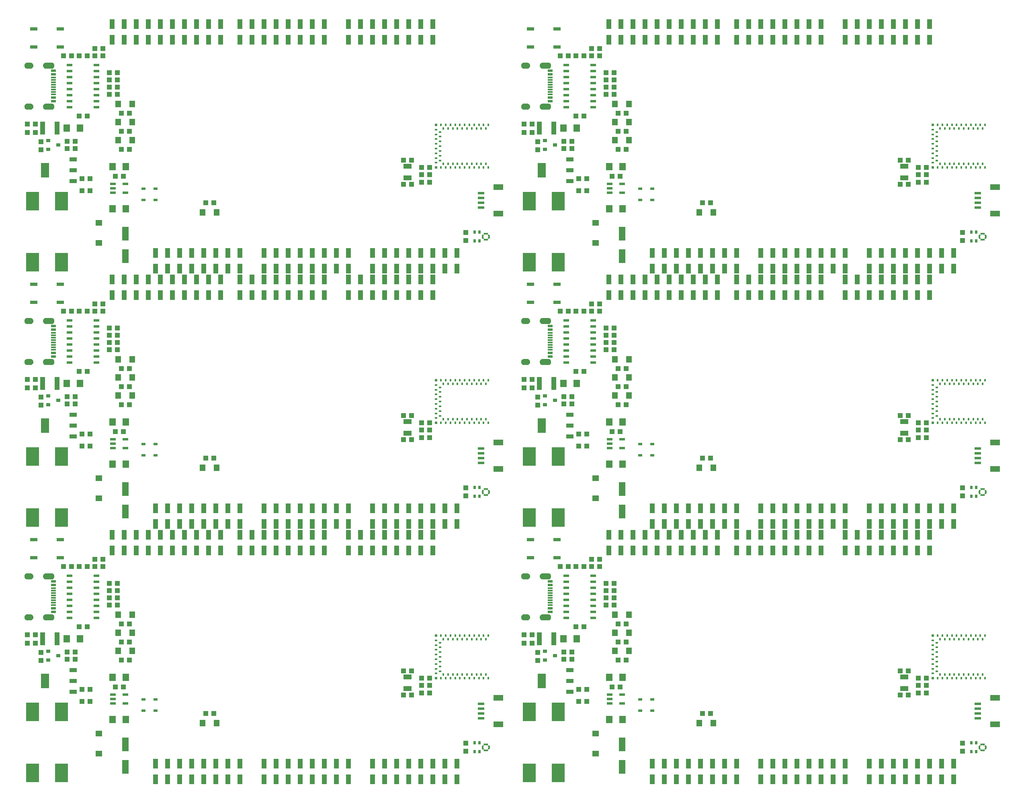
<source format=gtp>
G75*
%MOIN*%
%OFA0B0*%
%FSLAX25Y25*%
%IPPOS*%
%LPD*%
%AMOC8*
5,1,8,0,0,1.08239X$1,22.5*
%
%ADD10R,0.04331X0.03937*%
%ADD11R,0.05512X0.06299*%
%ADD12R,0.05512X0.11811*%
%ADD13R,0.03937X0.04331*%
%ADD14R,0.03543X0.03150*%
%ADD15R,0.06000X0.03300*%
%ADD16R,0.07000X0.12300*%
%ADD17R,0.03937X0.07874*%
%ADD18R,0.04724X0.05512*%
%ADD19R,0.05787X0.05000*%
%ADD20R,0.11024X0.09449*%
%ADD21R,0.11020X0.05850*%
%ADD22R,0.04724X0.02165*%
%ADD23R,0.07874X0.04724*%
%ADD24R,0.05315X0.02362*%
%ADD25R,0.04000X0.01181*%
%ADD26R,0.04000X0.02362*%
%ADD27R,0.04000X0.02165*%
%ADD28C,0.00039*%
%ADD29R,0.04724X0.02362*%
%ADD30R,0.06000X0.03000*%
%ADD31R,0.03937X0.11024*%
%ADD32R,0.03268X0.02480*%
%ADD33R,0.07087X0.03937*%
%ADD34R,0.02055X0.02854*%
%ADD35R,0.00787X0.01969*%
%ADD36C,0.00197*%
%ADD37R,0.01969X0.00787*%
%ADD38R,0.01575X0.02362*%
%ADD39R,0.02362X0.02362*%
%ADD40R,0.02362X0.01575*%
D10*
X0153087Y0176933D03*
X0159780Y0176933D03*
X0159780Y0186933D03*
X0153087Y0186933D03*
X0147280Y0211933D03*
X0147280Y0217933D03*
X0140587Y0217933D03*
X0140587Y0211933D03*
X0114280Y0225433D03*
X0107587Y0225433D03*
X0107587Y0232433D03*
X0114280Y0232433D03*
X0150587Y0238933D03*
X0157280Y0238933D03*
X0175587Y0256933D03*
X0175587Y0262933D03*
X0175587Y0268933D03*
X0175587Y0274933D03*
X0182280Y0274933D03*
X0182280Y0268933D03*
X0182280Y0262933D03*
X0182280Y0256933D03*
X0185587Y0241433D03*
X0192280Y0241433D03*
X0192280Y0226433D03*
X0185587Y0226433D03*
X0185587Y0211433D03*
X0192280Y0211433D03*
X0187280Y0188933D03*
X0180587Y0188933D03*
X0255587Y0166933D03*
X0262280Y0166933D03*
X0419587Y0182433D03*
X0426280Y0182433D03*
X0434587Y0183933D03*
X0434587Y0190433D03*
X0434587Y0196433D03*
X0441280Y0196433D03*
X0441280Y0190433D03*
X0441280Y0183933D03*
X0426280Y0202433D03*
X0419587Y0202433D03*
X0519587Y0225433D03*
X0526280Y0225433D03*
X0526280Y0232433D03*
X0519587Y0232433D03*
X0552587Y0217933D03*
X0552587Y0211933D03*
X0559280Y0211933D03*
X0559280Y0217933D03*
X0562587Y0238933D03*
X0569280Y0238933D03*
X0587587Y0256933D03*
X0587587Y0262933D03*
X0587587Y0268933D03*
X0587587Y0274933D03*
X0594280Y0274933D03*
X0594280Y0268933D03*
X0594280Y0262933D03*
X0594280Y0256933D03*
X0597587Y0241433D03*
X0604280Y0241433D03*
X0604280Y0226433D03*
X0597587Y0226433D03*
X0597587Y0211433D03*
X0604280Y0211433D03*
X0599280Y0188933D03*
X0592587Y0188933D03*
X0571780Y0186933D03*
X0565087Y0186933D03*
X0565087Y0176933D03*
X0571780Y0176933D03*
X0667587Y0166933D03*
X0674280Y0166933D03*
X0831587Y0182433D03*
X0838280Y0182433D03*
X0846587Y0183933D03*
X0846587Y0190433D03*
X0846587Y0196433D03*
X0853280Y0196433D03*
X0853280Y0190433D03*
X0853280Y0183933D03*
X0838280Y0202433D03*
X0831587Y0202433D03*
X0674280Y0378933D03*
X0667587Y0378933D03*
X0599280Y0400933D03*
X0592587Y0400933D03*
X0571780Y0398933D03*
X0565087Y0398933D03*
X0565087Y0388933D03*
X0571780Y0388933D03*
X0559280Y0423933D03*
X0559280Y0429933D03*
X0552587Y0429933D03*
X0552587Y0423933D03*
X0526280Y0437433D03*
X0519587Y0437433D03*
X0519587Y0444433D03*
X0526280Y0444433D03*
X0562587Y0450933D03*
X0569280Y0450933D03*
X0587587Y0468933D03*
X0587587Y0474933D03*
X0587587Y0480933D03*
X0587587Y0486933D03*
X0594280Y0486933D03*
X0594280Y0480933D03*
X0594280Y0474933D03*
X0594280Y0468933D03*
X0597587Y0453433D03*
X0604280Y0453433D03*
X0604280Y0438433D03*
X0597587Y0438433D03*
X0597587Y0423433D03*
X0604280Y0423433D03*
X0582280Y0500933D03*
X0582280Y0506933D03*
X0575587Y0506933D03*
X0575587Y0500933D03*
X0569280Y0500933D03*
X0562587Y0500933D03*
X0556280Y0500933D03*
X0549587Y0500933D03*
X0441280Y0408433D03*
X0441280Y0402433D03*
X0441280Y0395933D03*
X0434587Y0395933D03*
X0434587Y0402433D03*
X0434587Y0408433D03*
X0426280Y0414433D03*
X0419587Y0414433D03*
X0419587Y0394433D03*
X0426280Y0394433D03*
X0549587Y0288933D03*
X0556280Y0288933D03*
X0562587Y0288933D03*
X0569280Y0288933D03*
X0575587Y0288933D03*
X0575587Y0294933D03*
X0582280Y0294933D03*
X0582280Y0288933D03*
X0831587Y0394433D03*
X0838280Y0394433D03*
X0846587Y0395933D03*
X0846587Y0402433D03*
X0846587Y0408433D03*
X0853280Y0408433D03*
X0853280Y0402433D03*
X0853280Y0395933D03*
X0838280Y0414433D03*
X0831587Y0414433D03*
X0674280Y0590933D03*
X0667587Y0590933D03*
X0599280Y0612933D03*
X0592587Y0612933D03*
X0571780Y0610933D03*
X0565087Y0610933D03*
X0565087Y0600933D03*
X0571780Y0600933D03*
X0559280Y0635933D03*
X0559280Y0641933D03*
X0552587Y0641933D03*
X0552587Y0635933D03*
X0526280Y0649433D03*
X0519587Y0649433D03*
X0519587Y0656433D03*
X0526280Y0656433D03*
X0562587Y0662933D03*
X0569280Y0662933D03*
X0587587Y0680933D03*
X0587587Y0686933D03*
X0587587Y0692933D03*
X0587587Y0698933D03*
X0594280Y0698933D03*
X0594280Y0692933D03*
X0594280Y0686933D03*
X0594280Y0680933D03*
X0597587Y0665433D03*
X0604280Y0665433D03*
X0604280Y0650433D03*
X0597587Y0650433D03*
X0597587Y0635433D03*
X0604280Y0635433D03*
X0582280Y0712933D03*
X0582280Y0718933D03*
X0575587Y0718933D03*
X0575587Y0712933D03*
X0569280Y0712933D03*
X0562587Y0712933D03*
X0556280Y0712933D03*
X0549587Y0712933D03*
X0441280Y0620433D03*
X0441280Y0614433D03*
X0441280Y0607933D03*
X0434587Y0607933D03*
X0434587Y0614433D03*
X0434587Y0620433D03*
X0426280Y0626433D03*
X0419587Y0626433D03*
X0419587Y0606433D03*
X0426280Y0606433D03*
X0262280Y0590933D03*
X0255587Y0590933D03*
X0187280Y0612933D03*
X0180587Y0612933D03*
X0159780Y0610933D03*
X0153087Y0610933D03*
X0153087Y0600933D03*
X0159780Y0600933D03*
X0147280Y0635933D03*
X0147280Y0641933D03*
X0140587Y0641933D03*
X0140587Y0635933D03*
X0114280Y0649433D03*
X0107587Y0649433D03*
X0107587Y0656433D03*
X0114280Y0656433D03*
X0150587Y0662933D03*
X0157280Y0662933D03*
X0175587Y0680933D03*
X0175587Y0686933D03*
X0175587Y0692933D03*
X0175587Y0698933D03*
X0182280Y0698933D03*
X0182280Y0692933D03*
X0182280Y0686933D03*
X0182280Y0680933D03*
X0185587Y0665433D03*
X0192280Y0665433D03*
X0192280Y0650433D03*
X0185587Y0650433D03*
X0185587Y0635433D03*
X0192280Y0635433D03*
X0170280Y0712933D03*
X0170280Y0718933D03*
X0163587Y0718933D03*
X0163587Y0712933D03*
X0157280Y0712933D03*
X0150587Y0712933D03*
X0144280Y0712933D03*
X0137587Y0712933D03*
X0163587Y0506933D03*
X0163587Y0500933D03*
X0157280Y0500933D03*
X0150587Y0500933D03*
X0144280Y0500933D03*
X0137587Y0500933D03*
X0170280Y0500933D03*
X0170280Y0506933D03*
X0175587Y0486933D03*
X0175587Y0480933D03*
X0175587Y0474933D03*
X0175587Y0468933D03*
X0182280Y0468933D03*
X0182280Y0474933D03*
X0182280Y0480933D03*
X0182280Y0486933D03*
X0185587Y0453433D03*
X0192280Y0453433D03*
X0192280Y0438433D03*
X0185587Y0438433D03*
X0185587Y0423433D03*
X0192280Y0423433D03*
X0187280Y0400933D03*
X0180587Y0400933D03*
X0159780Y0398933D03*
X0153087Y0398933D03*
X0153087Y0388933D03*
X0159780Y0388933D03*
X0147280Y0423933D03*
X0147280Y0429933D03*
X0140587Y0429933D03*
X0140587Y0423933D03*
X0114280Y0437433D03*
X0107587Y0437433D03*
X0107587Y0444433D03*
X0114280Y0444433D03*
X0150587Y0450933D03*
X0157280Y0450933D03*
X0255587Y0378933D03*
X0262280Y0378933D03*
X0170280Y0294933D03*
X0170280Y0288933D03*
X0163587Y0288933D03*
X0163587Y0294933D03*
X0157280Y0288933D03*
X0150587Y0288933D03*
X0144280Y0288933D03*
X0137587Y0288933D03*
X0831587Y0606433D03*
X0838280Y0606433D03*
X0846587Y0607933D03*
X0846587Y0614433D03*
X0846587Y0620433D03*
X0853280Y0620433D03*
X0853280Y0614433D03*
X0853280Y0607933D03*
X0838280Y0626433D03*
X0831587Y0626433D03*
D11*
X0601445Y0620933D03*
X0590421Y0620933D03*
X0563445Y0652933D03*
X0552421Y0652933D03*
X0590421Y0585933D03*
X0601445Y0585933D03*
X0563445Y0440933D03*
X0552421Y0440933D03*
X0590421Y0408933D03*
X0601445Y0408933D03*
X0601445Y0373933D03*
X0590421Y0373933D03*
X0563445Y0228933D03*
X0552421Y0228933D03*
X0590421Y0196933D03*
X0601445Y0196933D03*
X0601445Y0161933D03*
X0590421Y0161933D03*
X0189445Y0161933D03*
X0178421Y0161933D03*
X0178421Y0196933D03*
X0189445Y0196933D03*
X0151445Y0228933D03*
X0140421Y0228933D03*
X0178421Y0373933D03*
X0189445Y0373933D03*
X0189445Y0408933D03*
X0178421Y0408933D03*
X0151445Y0440933D03*
X0140421Y0440933D03*
X0178421Y0585933D03*
X0189445Y0585933D03*
X0189445Y0620933D03*
X0178421Y0620933D03*
X0151445Y0652933D03*
X0140421Y0652933D03*
D12*
X0188933Y0565382D03*
X0188933Y0546484D03*
X0188933Y0353382D03*
X0188933Y0334484D03*
X0188933Y0141382D03*
X0188933Y0122484D03*
X0600933Y0122484D03*
X0600933Y0141382D03*
X0600933Y0334484D03*
X0600933Y0353382D03*
X0600933Y0546484D03*
X0600933Y0565382D03*
D13*
X0530933Y0635087D03*
X0530933Y0641780D03*
X0471433Y0566280D03*
X0471433Y0559587D03*
X0530933Y0429780D03*
X0530933Y0423087D03*
X0471433Y0354280D03*
X0471433Y0347587D03*
X0530933Y0217780D03*
X0530933Y0211087D03*
X0471433Y0142280D03*
X0471433Y0135587D03*
X0118933Y0211087D03*
X0118933Y0217780D03*
X0118933Y0423087D03*
X0118933Y0429780D03*
X0118933Y0635087D03*
X0118933Y0641780D03*
X0883433Y0566280D03*
X0883433Y0559587D03*
X0883433Y0354280D03*
X0883433Y0347587D03*
X0883433Y0142280D03*
X0883433Y0135587D03*
D14*
X0545264Y0214933D03*
X0536996Y0211193D03*
X0536996Y0218673D03*
X0536996Y0423193D03*
X0536996Y0430673D03*
X0545264Y0426933D03*
X0536996Y0635193D03*
X0536996Y0642673D03*
X0545264Y0638933D03*
X0133264Y0638933D03*
X0124996Y0635193D03*
X0124996Y0642673D03*
X0124996Y0430673D03*
X0124996Y0423193D03*
X0133264Y0426933D03*
X0124996Y0218673D03*
X0124996Y0211193D03*
X0133264Y0214933D03*
D15*
X0145823Y0202943D03*
X0145823Y0193933D03*
X0145823Y0184993D03*
X0145823Y0396993D03*
X0145823Y0405933D03*
X0145823Y0414943D03*
X0145823Y0608993D03*
X0145823Y0617933D03*
X0145823Y0626943D03*
X0557823Y0626943D03*
X0557823Y0617933D03*
X0557823Y0608993D03*
X0557823Y0414943D03*
X0557823Y0405933D03*
X0557823Y0396993D03*
X0557823Y0202943D03*
X0557823Y0193933D03*
X0557823Y0184993D03*
D16*
X0534433Y0193933D03*
X0534433Y0405933D03*
X0534433Y0617933D03*
X0122433Y0617933D03*
X0122433Y0405933D03*
X0122433Y0193933D03*
D17*
X0213933Y0125429D03*
X0223933Y0125429D03*
X0233933Y0125429D03*
X0243933Y0125429D03*
X0253933Y0125429D03*
X0263933Y0125429D03*
X0273933Y0125429D03*
X0283933Y0125429D03*
X0283933Y0112437D03*
X0273933Y0112437D03*
X0263933Y0112437D03*
X0253933Y0112437D03*
X0243933Y0112437D03*
X0233933Y0112437D03*
X0223933Y0112437D03*
X0213933Y0112437D03*
X0303933Y0112437D03*
X0313933Y0112437D03*
X0323933Y0112437D03*
X0333933Y0112437D03*
X0343933Y0112437D03*
X0353933Y0112437D03*
X0363933Y0112437D03*
X0373933Y0112437D03*
X0373933Y0125429D03*
X0363933Y0125429D03*
X0353933Y0125429D03*
X0343933Y0125429D03*
X0333933Y0125429D03*
X0323933Y0125429D03*
X0313933Y0125429D03*
X0303933Y0125429D03*
X0393933Y0125429D03*
X0403933Y0125429D03*
X0413933Y0125429D03*
X0423933Y0125429D03*
X0433933Y0125429D03*
X0443933Y0125429D03*
X0453933Y0125429D03*
X0463933Y0125429D03*
X0463933Y0112437D03*
X0453933Y0112437D03*
X0443933Y0112437D03*
X0433933Y0112437D03*
X0423933Y0112437D03*
X0413933Y0112437D03*
X0403933Y0112437D03*
X0393933Y0112437D03*
X0625933Y0112437D03*
X0635933Y0112437D03*
X0645933Y0112437D03*
X0655933Y0112437D03*
X0665933Y0112437D03*
X0675933Y0112437D03*
X0685933Y0112437D03*
X0695933Y0112437D03*
X0695933Y0125429D03*
X0685933Y0125429D03*
X0675933Y0125429D03*
X0665933Y0125429D03*
X0655933Y0125429D03*
X0645933Y0125429D03*
X0635933Y0125429D03*
X0625933Y0125429D03*
X0715933Y0125429D03*
X0725933Y0125429D03*
X0735933Y0125429D03*
X0745933Y0125429D03*
X0755933Y0125429D03*
X0765933Y0125429D03*
X0775933Y0125429D03*
X0785933Y0125429D03*
X0785933Y0112437D03*
X0775933Y0112437D03*
X0765933Y0112437D03*
X0755933Y0112437D03*
X0745933Y0112437D03*
X0735933Y0112437D03*
X0725933Y0112437D03*
X0715933Y0112437D03*
X0805933Y0112437D03*
X0815933Y0112437D03*
X0825933Y0112437D03*
X0835933Y0112437D03*
X0845933Y0112437D03*
X0855933Y0112437D03*
X0865933Y0112437D03*
X0875933Y0112437D03*
X0875933Y0125429D03*
X0865933Y0125429D03*
X0855933Y0125429D03*
X0845933Y0125429D03*
X0835933Y0125429D03*
X0825933Y0125429D03*
X0815933Y0125429D03*
X0805933Y0125429D03*
X0805933Y0302437D03*
X0795933Y0302437D03*
X0785933Y0302437D03*
X0785933Y0315429D03*
X0795933Y0315429D03*
X0805933Y0315429D03*
X0815933Y0315429D03*
X0825933Y0315429D03*
X0835933Y0315429D03*
X0845933Y0315429D03*
X0855933Y0315429D03*
X0855933Y0302437D03*
X0845933Y0302437D03*
X0835933Y0302437D03*
X0825933Y0302437D03*
X0815933Y0302437D03*
X0815933Y0324437D03*
X0805933Y0324437D03*
X0805933Y0337429D03*
X0815933Y0337429D03*
X0825933Y0337429D03*
X0835933Y0337429D03*
X0845933Y0337429D03*
X0855933Y0337429D03*
X0865933Y0337429D03*
X0875933Y0337429D03*
X0875933Y0324437D03*
X0865933Y0324437D03*
X0855933Y0324437D03*
X0845933Y0324437D03*
X0835933Y0324437D03*
X0825933Y0324437D03*
X0785933Y0324437D03*
X0775933Y0324437D03*
X0765933Y0324437D03*
X0755933Y0324437D03*
X0745933Y0324437D03*
X0735933Y0324437D03*
X0725933Y0324437D03*
X0715933Y0324437D03*
X0715933Y0337429D03*
X0725933Y0337429D03*
X0735933Y0337429D03*
X0745933Y0337429D03*
X0755933Y0337429D03*
X0765933Y0337429D03*
X0775933Y0337429D03*
X0785933Y0337429D03*
X0765933Y0315429D03*
X0755933Y0315429D03*
X0745933Y0315429D03*
X0735933Y0315429D03*
X0725933Y0315429D03*
X0715933Y0315429D03*
X0705933Y0315429D03*
X0695933Y0315429D03*
X0695933Y0302437D03*
X0705933Y0302437D03*
X0715933Y0302437D03*
X0725933Y0302437D03*
X0735933Y0302437D03*
X0745933Y0302437D03*
X0755933Y0302437D03*
X0765933Y0302437D03*
X0695933Y0324437D03*
X0685933Y0324437D03*
X0675933Y0324437D03*
X0665933Y0324437D03*
X0655933Y0324437D03*
X0645933Y0324437D03*
X0635933Y0324437D03*
X0625933Y0324437D03*
X0625933Y0337429D03*
X0635933Y0337429D03*
X0645933Y0337429D03*
X0655933Y0337429D03*
X0665933Y0337429D03*
X0675933Y0337429D03*
X0685933Y0337429D03*
X0695933Y0337429D03*
X0679933Y0315429D03*
X0669933Y0315429D03*
X0659933Y0315429D03*
X0649933Y0315429D03*
X0639933Y0315429D03*
X0629933Y0315429D03*
X0619933Y0315429D03*
X0609933Y0315429D03*
X0599933Y0315429D03*
X0589933Y0315429D03*
X0589933Y0302437D03*
X0599933Y0302437D03*
X0609933Y0302437D03*
X0619933Y0302437D03*
X0629933Y0302437D03*
X0639933Y0302437D03*
X0649933Y0302437D03*
X0659933Y0302437D03*
X0669933Y0302437D03*
X0679933Y0302437D03*
X0463933Y0324437D03*
X0453933Y0324437D03*
X0443933Y0324437D03*
X0433933Y0324437D03*
X0423933Y0324437D03*
X0413933Y0324437D03*
X0403933Y0324437D03*
X0393933Y0324437D03*
X0393933Y0337429D03*
X0403933Y0337429D03*
X0413933Y0337429D03*
X0423933Y0337429D03*
X0433933Y0337429D03*
X0443933Y0337429D03*
X0453933Y0337429D03*
X0463933Y0337429D03*
X0443933Y0315429D03*
X0433933Y0315429D03*
X0423933Y0315429D03*
X0413933Y0315429D03*
X0403933Y0315429D03*
X0393933Y0315429D03*
X0383933Y0315429D03*
X0373933Y0315429D03*
X0373933Y0302437D03*
X0383933Y0302437D03*
X0393933Y0302437D03*
X0403933Y0302437D03*
X0413933Y0302437D03*
X0423933Y0302437D03*
X0433933Y0302437D03*
X0443933Y0302437D03*
X0373933Y0324437D03*
X0363933Y0324437D03*
X0353933Y0324437D03*
X0343933Y0324437D03*
X0333933Y0324437D03*
X0323933Y0324437D03*
X0313933Y0324437D03*
X0303933Y0324437D03*
X0303933Y0337429D03*
X0313933Y0337429D03*
X0323933Y0337429D03*
X0333933Y0337429D03*
X0343933Y0337429D03*
X0353933Y0337429D03*
X0363933Y0337429D03*
X0373933Y0337429D03*
X0353933Y0315429D03*
X0343933Y0315429D03*
X0333933Y0315429D03*
X0323933Y0315429D03*
X0313933Y0315429D03*
X0303933Y0315429D03*
X0293933Y0315429D03*
X0283933Y0315429D03*
X0283933Y0302437D03*
X0293933Y0302437D03*
X0303933Y0302437D03*
X0313933Y0302437D03*
X0323933Y0302437D03*
X0333933Y0302437D03*
X0343933Y0302437D03*
X0353933Y0302437D03*
X0283933Y0324437D03*
X0273933Y0324437D03*
X0263933Y0324437D03*
X0253933Y0324437D03*
X0243933Y0324437D03*
X0233933Y0324437D03*
X0223933Y0324437D03*
X0213933Y0324437D03*
X0213933Y0337429D03*
X0223933Y0337429D03*
X0233933Y0337429D03*
X0243933Y0337429D03*
X0253933Y0337429D03*
X0263933Y0337429D03*
X0273933Y0337429D03*
X0283933Y0337429D03*
X0267933Y0315429D03*
X0257933Y0315429D03*
X0247933Y0315429D03*
X0237933Y0315429D03*
X0227933Y0315429D03*
X0217933Y0315429D03*
X0207933Y0315429D03*
X0197933Y0315429D03*
X0187933Y0315429D03*
X0177933Y0315429D03*
X0177933Y0302437D03*
X0187933Y0302437D03*
X0197933Y0302437D03*
X0207933Y0302437D03*
X0217933Y0302437D03*
X0227933Y0302437D03*
X0237933Y0302437D03*
X0247933Y0302437D03*
X0257933Y0302437D03*
X0267933Y0302437D03*
X0267933Y0514437D03*
X0257933Y0514437D03*
X0247933Y0514437D03*
X0237933Y0514437D03*
X0227933Y0514437D03*
X0217933Y0514437D03*
X0207933Y0514437D03*
X0197933Y0514437D03*
X0187933Y0514437D03*
X0177933Y0514437D03*
X0177933Y0527429D03*
X0187933Y0527429D03*
X0197933Y0527429D03*
X0207933Y0527429D03*
X0217933Y0527429D03*
X0213933Y0536437D03*
X0223933Y0536437D03*
X0227933Y0527429D03*
X0237933Y0527429D03*
X0233933Y0536437D03*
X0243933Y0536437D03*
X0247933Y0527429D03*
X0257933Y0527429D03*
X0253933Y0536437D03*
X0263933Y0536437D03*
X0267933Y0527429D03*
X0273933Y0536437D03*
X0283933Y0536437D03*
X0283933Y0527429D03*
X0293933Y0527429D03*
X0303933Y0527429D03*
X0303933Y0536437D03*
X0313933Y0536437D03*
X0313933Y0527429D03*
X0323933Y0527429D03*
X0323933Y0536437D03*
X0333933Y0536437D03*
X0333933Y0527429D03*
X0343933Y0527429D03*
X0343933Y0536437D03*
X0353933Y0536437D03*
X0353933Y0527429D03*
X0363933Y0536437D03*
X0373933Y0536437D03*
X0373933Y0527429D03*
X0383933Y0527429D03*
X0393933Y0527429D03*
X0393933Y0536437D03*
X0403933Y0536437D03*
X0403933Y0527429D03*
X0413933Y0527429D03*
X0413933Y0536437D03*
X0423933Y0536437D03*
X0423933Y0527429D03*
X0433933Y0527429D03*
X0433933Y0536437D03*
X0443933Y0536437D03*
X0443933Y0527429D03*
X0453933Y0536437D03*
X0463933Y0536437D03*
X0463933Y0549429D03*
X0453933Y0549429D03*
X0443933Y0549429D03*
X0433933Y0549429D03*
X0423933Y0549429D03*
X0413933Y0549429D03*
X0403933Y0549429D03*
X0393933Y0549429D03*
X0373933Y0549429D03*
X0363933Y0549429D03*
X0353933Y0549429D03*
X0343933Y0549429D03*
X0333933Y0549429D03*
X0323933Y0549429D03*
X0313933Y0549429D03*
X0303933Y0549429D03*
X0283933Y0549429D03*
X0273933Y0549429D03*
X0263933Y0549429D03*
X0253933Y0549429D03*
X0243933Y0549429D03*
X0233933Y0549429D03*
X0223933Y0549429D03*
X0213933Y0549429D03*
X0283933Y0514437D03*
X0293933Y0514437D03*
X0303933Y0514437D03*
X0313933Y0514437D03*
X0323933Y0514437D03*
X0333933Y0514437D03*
X0343933Y0514437D03*
X0353933Y0514437D03*
X0373933Y0514437D03*
X0383933Y0514437D03*
X0393933Y0514437D03*
X0403933Y0514437D03*
X0413933Y0514437D03*
X0423933Y0514437D03*
X0433933Y0514437D03*
X0443933Y0514437D03*
X0589933Y0514437D03*
X0599933Y0514437D03*
X0609933Y0514437D03*
X0619933Y0514437D03*
X0629933Y0514437D03*
X0639933Y0514437D03*
X0649933Y0514437D03*
X0659933Y0514437D03*
X0669933Y0514437D03*
X0679933Y0514437D03*
X0695933Y0514437D03*
X0705933Y0514437D03*
X0715933Y0514437D03*
X0725933Y0514437D03*
X0735933Y0514437D03*
X0745933Y0514437D03*
X0755933Y0514437D03*
X0765933Y0514437D03*
X0765933Y0527429D03*
X0765933Y0536437D03*
X0755933Y0536437D03*
X0755933Y0527429D03*
X0745933Y0527429D03*
X0745933Y0536437D03*
X0735933Y0536437D03*
X0735933Y0527429D03*
X0725933Y0527429D03*
X0725933Y0536437D03*
X0715933Y0536437D03*
X0715933Y0527429D03*
X0705933Y0527429D03*
X0695933Y0527429D03*
X0695933Y0536437D03*
X0685933Y0536437D03*
X0675933Y0536437D03*
X0679933Y0527429D03*
X0669933Y0527429D03*
X0665933Y0536437D03*
X0655933Y0536437D03*
X0659933Y0527429D03*
X0649933Y0527429D03*
X0645933Y0536437D03*
X0635933Y0536437D03*
X0639933Y0527429D03*
X0629933Y0527429D03*
X0625933Y0536437D03*
X0619933Y0527429D03*
X0609933Y0527429D03*
X0599933Y0527429D03*
X0589933Y0527429D03*
X0625933Y0549429D03*
X0635933Y0549429D03*
X0645933Y0549429D03*
X0655933Y0549429D03*
X0665933Y0549429D03*
X0675933Y0549429D03*
X0685933Y0549429D03*
X0695933Y0549429D03*
X0715933Y0549429D03*
X0725933Y0549429D03*
X0735933Y0549429D03*
X0745933Y0549429D03*
X0755933Y0549429D03*
X0765933Y0549429D03*
X0775933Y0549429D03*
X0785933Y0549429D03*
X0785933Y0536437D03*
X0785933Y0527429D03*
X0795933Y0527429D03*
X0805933Y0527429D03*
X0805933Y0536437D03*
X0815933Y0536437D03*
X0815933Y0527429D03*
X0825933Y0527429D03*
X0825933Y0536437D03*
X0835933Y0536437D03*
X0835933Y0527429D03*
X0845933Y0527429D03*
X0845933Y0536437D03*
X0855933Y0536437D03*
X0855933Y0527429D03*
X0865933Y0536437D03*
X0875933Y0536437D03*
X0875933Y0549429D03*
X0865933Y0549429D03*
X0855933Y0549429D03*
X0845933Y0549429D03*
X0835933Y0549429D03*
X0825933Y0549429D03*
X0815933Y0549429D03*
X0805933Y0549429D03*
X0775933Y0536437D03*
X0785933Y0514437D03*
X0795933Y0514437D03*
X0805933Y0514437D03*
X0815933Y0514437D03*
X0825933Y0514437D03*
X0835933Y0514437D03*
X0845933Y0514437D03*
X0855933Y0514437D03*
X0855933Y0726437D03*
X0845933Y0726437D03*
X0835933Y0726437D03*
X0825933Y0726437D03*
X0815933Y0726437D03*
X0805933Y0726437D03*
X0795933Y0726437D03*
X0785933Y0726437D03*
X0785933Y0739429D03*
X0795933Y0739429D03*
X0805933Y0739429D03*
X0815933Y0739429D03*
X0825933Y0739429D03*
X0835933Y0739429D03*
X0845933Y0739429D03*
X0855933Y0739429D03*
X0765933Y0739429D03*
X0755933Y0739429D03*
X0745933Y0739429D03*
X0735933Y0739429D03*
X0725933Y0739429D03*
X0715933Y0739429D03*
X0705933Y0739429D03*
X0695933Y0739429D03*
X0695933Y0726437D03*
X0705933Y0726437D03*
X0715933Y0726437D03*
X0725933Y0726437D03*
X0735933Y0726437D03*
X0745933Y0726437D03*
X0755933Y0726437D03*
X0765933Y0726437D03*
X0679933Y0726437D03*
X0669933Y0726437D03*
X0659933Y0726437D03*
X0649933Y0726437D03*
X0639933Y0726437D03*
X0629933Y0726437D03*
X0619933Y0726437D03*
X0609933Y0726437D03*
X0599933Y0726437D03*
X0589933Y0726437D03*
X0589933Y0739429D03*
X0599933Y0739429D03*
X0609933Y0739429D03*
X0619933Y0739429D03*
X0629933Y0739429D03*
X0639933Y0739429D03*
X0649933Y0739429D03*
X0659933Y0739429D03*
X0669933Y0739429D03*
X0679933Y0739429D03*
X0443933Y0739429D03*
X0433933Y0739429D03*
X0423933Y0739429D03*
X0413933Y0739429D03*
X0403933Y0739429D03*
X0393933Y0739429D03*
X0383933Y0739429D03*
X0373933Y0739429D03*
X0373933Y0726437D03*
X0383933Y0726437D03*
X0393933Y0726437D03*
X0403933Y0726437D03*
X0413933Y0726437D03*
X0423933Y0726437D03*
X0433933Y0726437D03*
X0443933Y0726437D03*
X0353933Y0726437D03*
X0343933Y0726437D03*
X0333933Y0726437D03*
X0323933Y0726437D03*
X0313933Y0726437D03*
X0303933Y0726437D03*
X0293933Y0726437D03*
X0283933Y0726437D03*
X0283933Y0739429D03*
X0293933Y0739429D03*
X0303933Y0739429D03*
X0313933Y0739429D03*
X0323933Y0739429D03*
X0333933Y0739429D03*
X0343933Y0739429D03*
X0353933Y0739429D03*
X0267933Y0739429D03*
X0257933Y0739429D03*
X0247933Y0739429D03*
X0237933Y0739429D03*
X0227933Y0739429D03*
X0217933Y0739429D03*
X0207933Y0739429D03*
X0197933Y0739429D03*
X0187933Y0739429D03*
X0177933Y0739429D03*
X0177933Y0726437D03*
X0187933Y0726437D03*
X0197933Y0726437D03*
X0207933Y0726437D03*
X0217933Y0726437D03*
X0227933Y0726437D03*
X0237933Y0726437D03*
X0247933Y0726437D03*
X0257933Y0726437D03*
X0267933Y0726437D03*
D18*
X0194839Y0672933D03*
X0183028Y0672933D03*
X0183028Y0657933D03*
X0194839Y0657933D03*
X0194839Y0642933D03*
X0183028Y0642933D03*
X0253028Y0582933D03*
X0264839Y0582933D03*
X0194839Y0460933D03*
X0183028Y0460933D03*
X0183028Y0445933D03*
X0194839Y0445933D03*
X0194839Y0430933D03*
X0183028Y0430933D03*
X0253028Y0370933D03*
X0264839Y0370933D03*
X0194839Y0248933D03*
X0183028Y0248933D03*
X0183028Y0233933D03*
X0194839Y0233933D03*
X0194839Y0218933D03*
X0183028Y0218933D03*
X0253028Y0158933D03*
X0264839Y0158933D03*
X0595028Y0218933D03*
X0606839Y0218933D03*
X0606839Y0233933D03*
X0595028Y0233933D03*
X0595028Y0248933D03*
X0606839Y0248933D03*
X0665028Y0158933D03*
X0676839Y0158933D03*
X0676839Y0370933D03*
X0665028Y0370933D03*
X0606839Y0430933D03*
X0595028Y0430933D03*
X0595028Y0445933D03*
X0606839Y0445933D03*
X0606839Y0460933D03*
X0595028Y0460933D03*
X0665028Y0582933D03*
X0676839Y0582933D03*
X0606839Y0642933D03*
X0595028Y0642933D03*
X0595028Y0657933D03*
X0606839Y0657933D03*
X0606839Y0672933D03*
X0595028Y0672933D03*
D19*
X0578933Y0574398D03*
X0578933Y0557469D03*
X0578933Y0362398D03*
X0578933Y0345469D03*
X0578933Y0150398D03*
X0578933Y0133469D03*
X0166933Y0133469D03*
X0166933Y0150398D03*
X0166933Y0345469D03*
X0166933Y0362398D03*
X0166933Y0557469D03*
X0166933Y0574398D03*
D20*
X0135949Y0589374D03*
X0111933Y0589374D03*
X0111933Y0544492D03*
X0135949Y0544492D03*
X0135949Y0377374D03*
X0111933Y0377374D03*
X0111933Y0332492D03*
X0135949Y0332492D03*
X0135949Y0165374D03*
X0111933Y0165374D03*
X0111933Y0120492D03*
X0135949Y0120492D03*
X0523933Y0120492D03*
X0547949Y0120492D03*
X0547949Y0165374D03*
X0523933Y0165374D03*
X0523933Y0332492D03*
X0547949Y0332492D03*
X0547949Y0377374D03*
X0523933Y0377374D03*
X0523933Y0544492D03*
X0547949Y0544492D03*
X0547949Y0589374D03*
X0523933Y0589374D03*
D21*
X0111933Y0112858D03*
X0135953Y0112848D03*
X0135953Y0173008D03*
X0111933Y0173008D03*
X0111933Y0324858D03*
X0135953Y0324848D03*
X0135953Y0385008D03*
X0111933Y0385008D03*
X0111933Y0536858D03*
X0135953Y0536848D03*
X0135953Y0597008D03*
X0111933Y0597008D03*
X0523933Y0597008D03*
X0547953Y0597008D03*
X0547953Y0536848D03*
X0523933Y0536858D03*
X0523933Y0385008D03*
X0547953Y0385008D03*
X0547953Y0324848D03*
X0523933Y0324858D03*
X0523933Y0173008D03*
X0547953Y0173008D03*
X0547953Y0112848D03*
X0523933Y0112858D03*
D22*
X0590815Y0175193D03*
X0590815Y0178933D03*
X0590815Y0182673D03*
X0601052Y0182673D03*
X0601052Y0175193D03*
X0601052Y0387193D03*
X0601052Y0394673D03*
X0590815Y0394673D03*
X0590815Y0390933D03*
X0590815Y0387193D03*
X0590815Y0599193D03*
X0590815Y0602933D03*
X0590815Y0606673D03*
X0601052Y0606673D03*
X0601052Y0599193D03*
X0189052Y0599193D03*
X0189052Y0606673D03*
X0178815Y0606673D03*
X0178815Y0602933D03*
X0178815Y0599193D03*
X0178815Y0394673D03*
X0178815Y0390933D03*
X0178815Y0387193D03*
X0189052Y0387193D03*
X0189052Y0394673D03*
X0189052Y0182673D03*
X0189052Y0175193D03*
X0178815Y0175193D03*
X0178815Y0178933D03*
X0178815Y0182673D03*
D23*
X0498402Y0179957D03*
X0498402Y0157909D03*
X0498402Y0369909D03*
X0498402Y0391957D03*
X0498402Y0581909D03*
X0498402Y0603957D03*
X0910402Y0603957D03*
X0910402Y0581909D03*
X0910402Y0391957D03*
X0910402Y0369909D03*
X0910402Y0179957D03*
X0910402Y0157909D03*
D24*
X0895933Y0163028D03*
X0895933Y0166965D03*
X0895933Y0170902D03*
X0895933Y0174839D03*
X0895933Y0375028D03*
X0895933Y0378965D03*
X0895933Y0382902D03*
X0895933Y0386839D03*
X0895933Y0587028D03*
X0895933Y0590965D03*
X0895933Y0594902D03*
X0895933Y0598839D03*
X0483933Y0598839D03*
X0483933Y0594902D03*
X0483933Y0590965D03*
X0483933Y0587028D03*
X0483933Y0386839D03*
X0483933Y0382902D03*
X0483933Y0378965D03*
X0483933Y0375028D03*
X0483933Y0174839D03*
X0483933Y0170902D03*
X0483933Y0166965D03*
X0483933Y0163028D03*
D25*
X0541539Y0257043D03*
X0541539Y0259012D03*
X0541539Y0260980D03*
X0541539Y0262949D03*
X0541539Y0264917D03*
X0541539Y0266886D03*
X0541539Y0268854D03*
X0541539Y0270823D03*
X0541539Y0469043D03*
X0541539Y0471012D03*
X0541539Y0472980D03*
X0541539Y0474949D03*
X0541539Y0476917D03*
X0541539Y0478886D03*
X0541539Y0480854D03*
X0541539Y0482823D03*
X0541539Y0681043D03*
X0541539Y0683012D03*
X0541539Y0684980D03*
X0541539Y0686949D03*
X0541539Y0688917D03*
X0541539Y0690886D03*
X0541539Y0692854D03*
X0541539Y0694823D03*
X0129539Y0694823D03*
X0129539Y0692854D03*
X0129539Y0690886D03*
X0129539Y0688917D03*
X0129539Y0686949D03*
X0129539Y0684980D03*
X0129539Y0683012D03*
X0129539Y0681043D03*
X0129539Y0482823D03*
X0129539Y0480854D03*
X0129539Y0478886D03*
X0129539Y0476917D03*
X0129539Y0474949D03*
X0129539Y0472980D03*
X0129539Y0471012D03*
X0129539Y0469043D03*
X0129539Y0270823D03*
X0129539Y0268854D03*
X0129539Y0266886D03*
X0129539Y0264917D03*
X0129539Y0262949D03*
X0129539Y0260980D03*
X0129539Y0259012D03*
X0129539Y0257043D03*
D26*
X0129539Y0251236D03*
X0129539Y0276630D03*
X0129539Y0463236D03*
X0129539Y0488630D03*
X0129539Y0675236D03*
X0129539Y0700630D03*
X0541539Y0700630D03*
X0541539Y0675236D03*
X0541539Y0488630D03*
X0541539Y0463236D03*
X0541539Y0276630D03*
X0541539Y0251236D03*
D27*
X0541539Y0254287D03*
X0541539Y0273579D03*
X0541539Y0466287D03*
X0541539Y0485579D03*
X0541539Y0678287D03*
X0541539Y0697579D03*
X0129539Y0697579D03*
X0129539Y0678287D03*
X0129539Y0485579D03*
X0129539Y0466287D03*
X0129539Y0273579D03*
X0129539Y0254287D03*
D28*
X0128115Y0249226D02*
X0128537Y0249080D01*
X0128921Y0248855D01*
X0129255Y0248559D01*
X0129524Y0248203D01*
X0129719Y0247802D01*
X0129832Y0247370D01*
X0129858Y0246925D01*
X0129832Y0246480D01*
X0129719Y0246048D01*
X0129524Y0245647D01*
X0121142Y0245647D01*
X0121121Y0245685D02*
X0129543Y0245685D01*
X0129561Y0245723D02*
X0121100Y0245723D01*
X0121078Y0245761D02*
X0129579Y0245761D01*
X0129598Y0245799D02*
X0121057Y0245799D01*
X0121036Y0245836D02*
X0129616Y0245836D01*
X0129635Y0245874D02*
X0121014Y0245874D01*
X0120993Y0245912D02*
X0129653Y0245912D01*
X0129671Y0245950D02*
X0120975Y0245950D01*
X0120979Y0245937D02*
X0120836Y0246421D01*
X0120803Y0246925D01*
X0120836Y0247429D01*
X0120979Y0247914D01*
X0121227Y0248354D01*
X0121567Y0248728D01*
X0121982Y0249017D01*
X0122450Y0249207D01*
X0122949Y0249287D01*
X0127673Y0249287D01*
X0128115Y0249226D01*
X0128169Y0249208D02*
X0122457Y0249208D01*
X0122359Y0249170D02*
X0128278Y0249170D01*
X0128387Y0249132D02*
X0122265Y0249132D01*
X0122172Y0249094D02*
X0128497Y0249094D01*
X0128578Y0249056D02*
X0122078Y0249056D01*
X0121985Y0249018D02*
X0128642Y0249018D01*
X0128707Y0248981D02*
X0121929Y0248981D01*
X0121875Y0248943D02*
X0128772Y0248943D01*
X0128836Y0248905D02*
X0121820Y0248905D01*
X0121766Y0248867D02*
X0128901Y0248867D01*
X0128951Y0248829D02*
X0121712Y0248829D01*
X0121658Y0248791D02*
X0128993Y0248791D01*
X0129036Y0248753D02*
X0121603Y0248753D01*
X0121556Y0248715D02*
X0129079Y0248715D01*
X0129121Y0248678D02*
X0121521Y0248678D01*
X0121487Y0248640D02*
X0129164Y0248640D01*
X0129207Y0248602D02*
X0121452Y0248602D01*
X0121418Y0248564D02*
X0129249Y0248564D01*
X0129280Y0248526D02*
X0121384Y0248526D01*
X0121349Y0248488D02*
X0129309Y0248488D01*
X0129337Y0248450D02*
X0121315Y0248450D01*
X0121280Y0248412D02*
X0129366Y0248412D01*
X0129395Y0248374D02*
X0121246Y0248374D01*
X0121218Y0248337D02*
X0129423Y0248337D01*
X0129452Y0248299D02*
X0121196Y0248299D01*
X0121175Y0248261D02*
X0129481Y0248261D01*
X0129509Y0248223D02*
X0121153Y0248223D01*
X0121132Y0248185D02*
X0129533Y0248185D01*
X0129552Y0248147D02*
X0121111Y0248147D01*
X0121089Y0248109D02*
X0129570Y0248109D01*
X0129588Y0248071D02*
X0121068Y0248071D01*
X0121047Y0248034D02*
X0129607Y0248034D01*
X0129625Y0247996D02*
X0121025Y0247996D01*
X0121004Y0247958D02*
X0129643Y0247958D01*
X0129662Y0247920D02*
X0120983Y0247920D01*
X0120970Y0247882D02*
X0129680Y0247882D01*
X0129699Y0247844D02*
X0120959Y0247844D01*
X0120947Y0247806D02*
X0129717Y0247806D01*
X0129728Y0247768D02*
X0120936Y0247768D01*
X0120925Y0247731D02*
X0129738Y0247731D01*
X0129748Y0247693D02*
X0120914Y0247693D01*
X0120902Y0247655D02*
X0129758Y0247655D01*
X0129767Y0247617D02*
X0120891Y0247617D01*
X0120880Y0247579D02*
X0129777Y0247579D01*
X0129787Y0247541D02*
X0120869Y0247541D01*
X0120857Y0247503D02*
X0129797Y0247503D01*
X0129807Y0247465D02*
X0120846Y0247465D01*
X0120835Y0247427D02*
X0129817Y0247427D01*
X0129827Y0247390D02*
X0120833Y0247390D01*
X0120831Y0247352D02*
X0129833Y0247352D01*
X0129835Y0247314D02*
X0120828Y0247314D01*
X0120826Y0247276D02*
X0129837Y0247276D01*
X0129840Y0247238D02*
X0120823Y0247238D01*
X0120821Y0247200D02*
X0129842Y0247200D01*
X0129844Y0247162D02*
X0120818Y0247162D01*
X0120816Y0247124D02*
X0129846Y0247124D01*
X0129849Y0247087D02*
X0120814Y0247087D01*
X0120811Y0247049D02*
X0129851Y0247049D01*
X0129853Y0247011D02*
X0120809Y0247011D01*
X0120806Y0246973D02*
X0129855Y0246973D01*
X0129858Y0246935D02*
X0120804Y0246935D01*
X0120805Y0246897D02*
X0129857Y0246897D01*
X0129854Y0246859D02*
X0120807Y0246859D01*
X0120810Y0246821D02*
X0129852Y0246821D01*
X0129850Y0246783D02*
X0120812Y0246783D01*
X0120815Y0246746D02*
X0129848Y0246746D01*
X0129845Y0246708D02*
X0120817Y0246708D01*
X0120820Y0246670D02*
X0129843Y0246670D01*
X0129841Y0246632D02*
X0120822Y0246632D01*
X0120824Y0246594D02*
X0129839Y0246594D01*
X0129836Y0246556D02*
X0120827Y0246556D01*
X0120829Y0246518D02*
X0129834Y0246518D01*
X0129832Y0246480D02*
X0120832Y0246480D01*
X0120834Y0246443D02*
X0129822Y0246443D01*
X0129812Y0246405D02*
X0120840Y0246405D01*
X0120852Y0246367D02*
X0129802Y0246367D01*
X0129792Y0246329D02*
X0120863Y0246329D01*
X0120874Y0246291D02*
X0129783Y0246291D01*
X0129773Y0246253D02*
X0120885Y0246253D01*
X0120897Y0246215D02*
X0129763Y0246215D01*
X0129753Y0246177D02*
X0120908Y0246177D01*
X0120919Y0246139D02*
X0129743Y0246139D01*
X0129733Y0246102D02*
X0120930Y0246102D01*
X0120942Y0246064D02*
X0129723Y0246064D01*
X0129708Y0246026D02*
X0120953Y0246026D01*
X0120964Y0245988D02*
X0129690Y0245988D01*
X0129524Y0245647D02*
X0129255Y0245292D01*
X0128921Y0244995D01*
X0128537Y0244770D01*
X0128115Y0244624D01*
X0127673Y0244563D01*
X0122949Y0244563D01*
X0122450Y0244644D01*
X0121982Y0244833D01*
X0121567Y0245122D01*
X0121227Y0245496D01*
X0120979Y0245937D01*
X0121164Y0245609D02*
X0129496Y0245609D01*
X0129467Y0245571D02*
X0121185Y0245571D01*
X0121206Y0245533D02*
X0129438Y0245533D01*
X0129409Y0245496D02*
X0121228Y0245496D01*
X0121262Y0245458D02*
X0129381Y0245458D01*
X0129352Y0245420D02*
X0121297Y0245420D01*
X0121331Y0245382D02*
X0129323Y0245382D01*
X0129295Y0245344D02*
X0121366Y0245344D01*
X0121400Y0245306D02*
X0129266Y0245306D01*
X0129229Y0245268D02*
X0121435Y0245268D01*
X0121469Y0245230D02*
X0129186Y0245230D01*
X0129143Y0245192D02*
X0121503Y0245192D01*
X0121538Y0245155D02*
X0129101Y0245155D01*
X0129058Y0245117D02*
X0121575Y0245117D01*
X0121629Y0245079D02*
X0129015Y0245079D01*
X0128973Y0245041D02*
X0121684Y0245041D01*
X0121738Y0245003D02*
X0128930Y0245003D01*
X0128870Y0244965D02*
X0121792Y0244965D01*
X0121847Y0244927D02*
X0128805Y0244927D01*
X0128741Y0244889D02*
X0121901Y0244889D01*
X0121955Y0244852D02*
X0128676Y0244852D01*
X0128611Y0244814D02*
X0122030Y0244814D01*
X0122123Y0244776D02*
X0128546Y0244776D01*
X0128444Y0244738D02*
X0122217Y0244738D01*
X0122311Y0244700D02*
X0128335Y0244700D01*
X0128225Y0244662D02*
X0122404Y0244662D01*
X0122570Y0244624D02*
X0128116Y0244624D01*
X0127843Y0244586D02*
X0122804Y0244586D01*
X0122691Y0249246D02*
X0127975Y0249246D01*
X0127700Y0249284D02*
X0122926Y0249284D01*
X0112356Y0247453D02*
X0112417Y0246925D01*
X0112370Y0246463D01*
X0112233Y0246018D01*
X0112012Y0245609D01*
X0111716Y0245251D01*
X0111355Y0244957D01*
X0110944Y0244740D01*
X0110498Y0244607D01*
X0110035Y0244563D01*
X0107673Y0244563D01*
X0107214Y0244610D01*
X0106774Y0244746D01*
X0106368Y0244965D01*
X0106013Y0245259D01*
X0105722Y0245617D01*
X0105506Y0246024D01*
X0105374Y0246466D01*
X0105331Y0246925D01*
X0105387Y0247449D01*
X0105559Y0247947D01*
X0105838Y0248394D01*
X0106209Y0248768D01*
X0106654Y0249050D01*
X0107150Y0249226D01*
X0107673Y0249287D01*
X0110035Y0249287D01*
X0110564Y0249230D01*
X0111066Y0249057D01*
X0111517Y0248776D01*
X0111894Y0248402D01*
X0112178Y0247953D01*
X0112356Y0247453D01*
X0112351Y0247465D02*
X0105393Y0247465D01*
X0105385Y0247427D02*
X0112359Y0247427D01*
X0112363Y0247390D02*
X0105381Y0247390D01*
X0105377Y0247352D02*
X0112367Y0247352D01*
X0112372Y0247314D02*
X0105373Y0247314D01*
X0105369Y0247276D02*
X0112376Y0247276D01*
X0112381Y0247238D02*
X0105365Y0247238D01*
X0105361Y0247200D02*
X0112385Y0247200D01*
X0112390Y0247162D02*
X0105356Y0247162D01*
X0105352Y0247124D02*
X0112394Y0247124D01*
X0112398Y0247087D02*
X0105348Y0247087D01*
X0105344Y0247049D02*
X0112403Y0247049D01*
X0112407Y0247011D02*
X0105340Y0247011D01*
X0105336Y0246973D02*
X0112412Y0246973D01*
X0112416Y0246935D02*
X0105332Y0246935D01*
X0105333Y0246897D02*
X0112414Y0246897D01*
X0112411Y0246859D02*
X0105337Y0246859D01*
X0105341Y0246821D02*
X0112407Y0246821D01*
X0112403Y0246783D02*
X0105344Y0246783D01*
X0105348Y0246746D02*
X0112399Y0246746D01*
X0112395Y0246708D02*
X0105351Y0246708D01*
X0105355Y0246670D02*
X0112391Y0246670D01*
X0112387Y0246632D02*
X0105358Y0246632D01*
X0105362Y0246594D02*
X0112383Y0246594D01*
X0112379Y0246556D02*
X0105366Y0246556D01*
X0105369Y0246518D02*
X0112376Y0246518D01*
X0112372Y0246480D02*
X0105373Y0246480D01*
X0105381Y0246443D02*
X0112364Y0246443D01*
X0112352Y0246405D02*
X0105392Y0246405D01*
X0105404Y0246367D02*
X0112340Y0246367D01*
X0112329Y0246329D02*
X0105415Y0246329D01*
X0105426Y0246291D02*
X0112317Y0246291D01*
X0112305Y0246253D02*
X0105438Y0246253D01*
X0105449Y0246215D02*
X0112294Y0246215D01*
X0112282Y0246177D02*
X0105460Y0246177D01*
X0105472Y0246139D02*
X0112270Y0246139D01*
X0112259Y0246102D02*
X0105483Y0246102D01*
X0105494Y0246064D02*
X0112247Y0246064D01*
X0112235Y0246026D02*
X0105506Y0246026D01*
X0105525Y0245988D02*
X0112217Y0245988D01*
X0112196Y0245950D02*
X0105545Y0245950D01*
X0105565Y0245912D02*
X0112176Y0245912D01*
X0112155Y0245874D02*
X0105585Y0245874D01*
X0105605Y0245836D02*
X0112135Y0245836D01*
X0112114Y0245799D02*
X0105625Y0245799D01*
X0105645Y0245761D02*
X0112094Y0245761D01*
X0112074Y0245723D02*
X0105666Y0245723D01*
X0105686Y0245685D02*
X0112053Y0245685D01*
X0112033Y0245647D02*
X0105706Y0245647D01*
X0105728Y0245609D02*
X0112012Y0245609D01*
X0111981Y0245571D02*
X0105759Y0245571D01*
X0105789Y0245533D02*
X0111950Y0245533D01*
X0111918Y0245496D02*
X0105820Y0245496D01*
X0105851Y0245458D02*
X0111887Y0245458D01*
X0111855Y0245420D02*
X0105882Y0245420D01*
X0105913Y0245382D02*
X0111824Y0245382D01*
X0111793Y0245344D02*
X0105944Y0245344D01*
X0105974Y0245306D02*
X0111761Y0245306D01*
X0111730Y0245268D02*
X0106005Y0245268D01*
X0106047Y0245230D02*
X0111690Y0245230D01*
X0111644Y0245192D02*
X0106093Y0245192D01*
X0106139Y0245155D02*
X0111597Y0245155D01*
X0111551Y0245117D02*
X0106185Y0245117D01*
X0106230Y0245079D02*
X0111504Y0245079D01*
X0111458Y0245041D02*
X0106276Y0245041D01*
X0106322Y0245003D02*
X0111411Y0245003D01*
X0111365Y0244965D02*
X0106368Y0244965D01*
X0106438Y0244927D02*
X0111298Y0244927D01*
X0111227Y0244889D02*
X0106508Y0244889D01*
X0106578Y0244852D02*
X0111155Y0244852D01*
X0111084Y0244814D02*
X0106648Y0244814D01*
X0106718Y0244776D02*
X0111012Y0244776D01*
X0110938Y0244738D02*
X0106800Y0244738D01*
X0106923Y0244700D02*
X0110811Y0244700D01*
X0110684Y0244662D02*
X0107046Y0244662D01*
X0107169Y0244624D02*
X0110557Y0244624D01*
X0110283Y0244586D02*
X0107446Y0244586D01*
X0105406Y0247503D02*
X0112338Y0247503D01*
X0112324Y0247541D02*
X0105419Y0247541D01*
X0105432Y0247579D02*
X0112311Y0247579D01*
X0112297Y0247617D02*
X0105445Y0247617D01*
X0105459Y0247655D02*
X0112284Y0247655D01*
X0112271Y0247693D02*
X0105472Y0247693D01*
X0105485Y0247731D02*
X0112257Y0247731D01*
X0112244Y0247768D02*
X0105498Y0247768D01*
X0105511Y0247806D02*
X0112230Y0247806D01*
X0112217Y0247844D02*
X0105524Y0247844D01*
X0105537Y0247882D02*
X0112203Y0247882D01*
X0112190Y0247920D02*
X0105550Y0247920D01*
X0105566Y0247958D02*
X0112175Y0247958D01*
X0112151Y0247996D02*
X0105590Y0247996D01*
X0105613Y0248034D02*
X0112127Y0248034D01*
X0112103Y0248071D02*
X0105637Y0248071D01*
X0105661Y0248109D02*
X0112079Y0248109D01*
X0112055Y0248147D02*
X0105684Y0248147D01*
X0105708Y0248185D02*
X0112031Y0248185D01*
X0112007Y0248223D02*
X0105731Y0248223D01*
X0105755Y0248261D02*
X0111983Y0248261D01*
X0111959Y0248299D02*
X0105778Y0248299D01*
X0105802Y0248337D02*
X0111935Y0248337D01*
X0111911Y0248374D02*
X0105826Y0248374D01*
X0105856Y0248412D02*
X0111883Y0248412D01*
X0111845Y0248450D02*
X0105894Y0248450D01*
X0105931Y0248488D02*
X0111807Y0248488D01*
X0111769Y0248526D02*
X0105969Y0248526D01*
X0106006Y0248564D02*
X0111730Y0248564D01*
X0111692Y0248602D02*
X0106044Y0248602D01*
X0106081Y0248640D02*
X0111654Y0248640D01*
X0111616Y0248678D02*
X0106119Y0248678D01*
X0106157Y0248715D02*
X0111578Y0248715D01*
X0111539Y0248753D02*
X0106194Y0248753D01*
X0106245Y0248791D02*
X0111492Y0248791D01*
X0111431Y0248829D02*
X0106305Y0248829D01*
X0106365Y0248867D02*
X0111370Y0248867D01*
X0111310Y0248905D02*
X0106424Y0248905D01*
X0106484Y0248943D02*
X0111249Y0248943D01*
X0111188Y0248981D02*
X0106544Y0248981D01*
X0106604Y0249018D02*
X0111127Y0249018D01*
X0111066Y0249056D02*
X0106671Y0249056D01*
X0106778Y0249094D02*
X0110957Y0249094D01*
X0110847Y0249132D02*
X0106885Y0249132D01*
X0106991Y0249170D02*
X0110738Y0249170D01*
X0110628Y0249208D02*
X0107098Y0249208D01*
X0107317Y0249246D02*
X0110419Y0249246D01*
X0110070Y0249284D02*
X0107641Y0249284D01*
X0107673Y0278579D02*
X0107214Y0278626D01*
X0106774Y0278762D01*
X0106368Y0278981D01*
X0106013Y0279275D01*
X0105722Y0279632D01*
X0105506Y0280040D01*
X0105374Y0280482D01*
X0105331Y0280941D01*
X0105387Y0281465D01*
X0105559Y0281963D01*
X0105838Y0282410D01*
X0106209Y0282784D01*
X0106654Y0283066D01*
X0107150Y0283242D01*
X0107673Y0283303D01*
X0110035Y0283303D01*
X0110564Y0283246D01*
X0111066Y0283073D01*
X0111517Y0282792D01*
X0111894Y0282418D01*
X0112178Y0281969D01*
X0112356Y0281469D01*
X0112417Y0280941D01*
X0112370Y0280478D01*
X0112233Y0280034D01*
X0112012Y0279625D01*
X0111716Y0279267D01*
X0111355Y0278973D01*
X0110944Y0278756D01*
X0110498Y0278622D01*
X0110035Y0278579D01*
X0107673Y0278579D01*
X0107429Y0278604D02*
X0110302Y0278604D01*
X0110563Y0278642D02*
X0107163Y0278642D01*
X0107040Y0278680D02*
X0110690Y0278680D01*
X0110817Y0278717D02*
X0106917Y0278717D01*
X0106794Y0278755D02*
X0110943Y0278755D01*
X0111015Y0278793D02*
X0106715Y0278793D01*
X0106645Y0278831D02*
X0111087Y0278831D01*
X0111158Y0278869D02*
X0106575Y0278869D01*
X0106505Y0278907D02*
X0111230Y0278907D01*
X0111302Y0278945D02*
X0106434Y0278945D01*
X0106366Y0278983D02*
X0111367Y0278983D01*
X0111413Y0279021D02*
X0106320Y0279021D01*
X0106274Y0279058D02*
X0111460Y0279058D01*
X0111506Y0279096D02*
X0106228Y0279096D01*
X0106182Y0279134D02*
X0111553Y0279134D01*
X0111600Y0279172D02*
X0106137Y0279172D01*
X0106091Y0279210D02*
X0111646Y0279210D01*
X0111693Y0279248D02*
X0106045Y0279248D01*
X0106004Y0279286D02*
X0111731Y0279286D01*
X0111763Y0279324D02*
X0105973Y0279324D01*
X0105942Y0279361D02*
X0111794Y0279361D01*
X0111826Y0279399D02*
X0105911Y0279399D01*
X0105880Y0279437D02*
X0111857Y0279437D01*
X0111888Y0279475D02*
X0105850Y0279475D01*
X0105819Y0279513D02*
X0111920Y0279513D01*
X0111951Y0279551D02*
X0105788Y0279551D01*
X0105757Y0279589D02*
X0111982Y0279589D01*
X0112013Y0279627D02*
X0105726Y0279627D01*
X0105705Y0279665D02*
X0112034Y0279665D01*
X0112054Y0279702D02*
X0105685Y0279702D01*
X0105665Y0279740D02*
X0112074Y0279740D01*
X0112095Y0279778D02*
X0105645Y0279778D01*
X0105625Y0279816D02*
X0112115Y0279816D01*
X0112136Y0279854D02*
X0105604Y0279854D01*
X0105584Y0279892D02*
X0112156Y0279892D01*
X0112177Y0279930D02*
X0105564Y0279930D01*
X0105544Y0279968D02*
X0112197Y0279968D01*
X0112218Y0280005D02*
X0105524Y0280005D01*
X0105505Y0280043D02*
X0112236Y0280043D01*
X0112248Y0280081D02*
X0105494Y0280081D01*
X0105482Y0280119D02*
X0112259Y0280119D01*
X0112271Y0280157D02*
X0105471Y0280157D01*
X0105460Y0280195D02*
X0112283Y0280195D01*
X0112294Y0280233D02*
X0105448Y0280233D01*
X0105437Y0280271D02*
X0112306Y0280271D01*
X0112318Y0280309D02*
X0105426Y0280309D01*
X0105414Y0280346D02*
X0112329Y0280346D01*
X0112341Y0280384D02*
X0105403Y0280384D01*
X0105392Y0280422D02*
X0112353Y0280422D01*
X0112364Y0280460D02*
X0105381Y0280460D01*
X0105372Y0280498D02*
X0112372Y0280498D01*
X0112376Y0280536D02*
X0105369Y0280536D01*
X0105365Y0280574D02*
X0112380Y0280574D01*
X0112384Y0280612D02*
X0105362Y0280612D01*
X0105358Y0280649D02*
X0112387Y0280649D01*
X0112391Y0280687D02*
X0105355Y0280687D01*
X0105351Y0280725D02*
X0112395Y0280725D01*
X0112399Y0280763D02*
X0105347Y0280763D01*
X0105344Y0280801D02*
X0112403Y0280801D01*
X0112407Y0280839D02*
X0105340Y0280839D01*
X0105337Y0280877D02*
X0112411Y0280877D01*
X0112415Y0280915D02*
X0105333Y0280915D01*
X0105332Y0280952D02*
X0112416Y0280952D01*
X0112412Y0280990D02*
X0105336Y0280990D01*
X0105340Y0281028D02*
X0112407Y0281028D01*
X0112403Y0281066D02*
X0105344Y0281066D01*
X0105348Y0281104D02*
X0112398Y0281104D01*
X0112394Y0281142D02*
X0105352Y0281142D01*
X0105357Y0281180D02*
X0112389Y0281180D01*
X0112385Y0281218D02*
X0105361Y0281218D01*
X0105365Y0281256D02*
X0112381Y0281256D01*
X0112376Y0281293D02*
X0105369Y0281293D01*
X0105373Y0281331D02*
X0112372Y0281331D01*
X0112367Y0281369D02*
X0105377Y0281369D01*
X0105381Y0281407D02*
X0112363Y0281407D01*
X0112358Y0281445D02*
X0105385Y0281445D01*
X0105394Y0281483D02*
X0112351Y0281483D01*
X0112337Y0281521D02*
X0105407Y0281521D01*
X0105420Y0281559D02*
X0112324Y0281559D01*
X0112310Y0281596D02*
X0105433Y0281596D01*
X0105446Y0281634D02*
X0112297Y0281634D01*
X0112283Y0281672D02*
X0105459Y0281672D01*
X0105472Y0281710D02*
X0112270Y0281710D01*
X0112257Y0281748D02*
X0105485Y0281748D01*
X0105498Y0281786D02*
X0112243Y0281786D01*
X0112230Y0281824D02*
X0105511Y0281824D01*
X0105525Y0281862D02*
X0112216Y0281862D01*
X0112203Y0281900D02*
X0105538Y0281900D01*
X0105551Y0281937D02*
X0112189Y0281937D01*
X0112174Y0281975D02*
X0105567Y0281975D01*
X0105591Y0282013D02*
X0112150Y0282013D01*
X0112126Y0282051D02*
X0105614Y0282051D01*
X0105638Y0282089D02*
X0112102Y0282089D01*
X0112078Y0282127D02*
X0105662Y0282127D01*
X0105685Y0282165D02*
X0112054Y0282165D01*
X0112030Y0282203D02*
X0105709Y0282203D01*
X0105732Y0282240D02*
X0112006Y0282240D01*
X0111982Y0282278D02*
X0105756Y0282278D01*
X0105780Y0282316D02*
X0111958Y0282316D01*
X0111934Y0282354D02*
X0105803Y0282354D01*
X0105827Y0282392D02*
X0111910Y0282392D01*
X0111881Y0282430D02*
X0105858Y0282430D01*
X0105895Y0282468D02*
X0111843Y0282468D01*
X0111805Y0282506D02*
X0105933Y0282506D01*
X0105970Y0282544D02*
X0111767Y0282544D01*
X0111729Y0282581D02*
X0106008Y0282581D01*
X0106046Y0282619D02*
X0111690Y0282619D01*
X0111652Y0282657D02*
X0106083Y0282657D01*
X0106121Y0282695D02*
X0111614Y0282695D01*
X0111576Y0282733D02*
X0106158Y0282733D01*
X0106196Y0282771D02*
X0111538Y0282771D01*
X0111489Y0282809D02*
X0106248Y0282809D01*
X0106308Y0282847D02*
X0111429Y0282847D01*
X0111368Y0282884D02*
X0106367Y0282884D01*
X0106427Y0282922D02*
X0111307Y0282922D01*
X0111246Y0282960D02*
X0106487Y0282960D01*
X0106547Y0282998D02*
X0111185Y0282998D01*
X0111124Y0283036D02*
X0106606Y0283036D01*
X0106676Y0283074D02*
X0111062Y0283074D01*
X0110952Y0283112D02*
X0106783Y0283112D01*
X0106890Y0283150D02*
X0110842Y0283150D01*
X0110733Y0283188D02*
X0106996Y0283188D01*
X0107103Y0283225D02*
X0110623Y0283225D01*
X0110403Y0283263D02*
X0107332Y0283263D01*
X0107656Y0283301D02*
X0110054Y0283301D01*
X0120836Y0281445D02*
X0120979Y0281930D01*
X0121227Y0282370D01*
X0121567Y0282744D01*
X0121982Y0283033D01*
X0122450Y0283223D01*
X0122949Y0283303D01*
X0127673Y0283303D01*
X0128115Y0283242D01*
X0128537Y0283096D01*
X0128921Y0282871D01*
X0129255Y0282575D01*
X0129524Y0282219D01*
X0129719Y0281818D01*
X0129832Y0281386D01*
X0129858Y0280941D01*
X0129832Y0280496D01*
X0129719Y0280064D01*
X0129524Y0279663D01*
X0129255Y0279307D01*
X0128921Y0279011D01*
X0128537Y0278786D01*
X0128115Y0278640D01*
X0127673Y0278579D01*
X0122949Y0278579D01*
X0122450Y0278659D01*
X0121982Y0278849D01*
X0121567Y0279138D01*
X0121227Y0279512D01*
X0120979Y0279952D01*
X0120836Y0280437D01*
X0120803Y0280941D01*
X0120836Y0281445D01*
X0129817Y0281445D01*
X0129826Y0281407D02*
X0120833Y0281407D01*
X0120831Y0281369D02*
X0129833Y0281369D01*
X0129835Y0281331D02*
X0120828Y0281331D01*
X0120826Y0281293D02*
X0129837Y0281293D01*
X0129840Y0281256D02*
X0120823Y0281256D01*
X0120821Y0281218D02*
X0129842Y0281218D01*
X0129844Y0281180D02*
X0120819Y0281180D01*
X0120816Y0281142D02*
X0129846Y0281142D01*
X0129849Y0281104D02*
X0120814Y0281104D01*
X0120811Y0281066D02*
X0129851Y0281066D01*
X0129853Y0281028D02*
X0120809Y0281028D01*
X0120806Y0280990D02*
X0129855Y0280990D01*
X0129858Y0280952D02*
X0120804Y0280952D01*
X0120805Y0280915D02*
X0129857Y0280915D01*
X0129854Y0280877D02*
X0120807Y0280877D01*
X0120810Y0280839D02*
X0129852Y0280839D01*
X0129850Y0280801D02*
X0120812Y0280801D01*
X0120815Y0280763D02*
X0129848Y0280763D01*
X0129845Y0280725D02*
X0120817Y0280725D01*
X0120819Y0280687D02*
X0129843Y0280687D01*
X0129841Y0280649D02*
X0120822Y0280649D01*
X0120824Y0280612D02*
X0129839Y0280612D01*
X0129836Y0280574D02*
X0120827Y0280574D01*
X0120829Y0280536D02*
X0129834Y0280536D01*
X0129832Y0280498D02*
X0120832Y0280498D01*
X0120834Y0280460D02*
X0129823Y0280460D01*
X0129813Y0280422D02*
X0120840Y0280422D01*
X0120851Y0280384D02*
X0129803Y0280384D01*
X0129793Y0280346D02*
X0120862Y0280346D01*
X0120874Y0280309D02*
X0129783Y0280309D01*
X0129773Y0280271D02*
X0120885Y0280271D01*
X0120896Y0280233D02*
X0129763Y0280233D01*
X0129753Y0280195D02*
X0120907Y0280195D01*
X0120919Y0280157D02*
X0129743Y0280157D01*
X0129733Y0280119D02*
X0120930Y0280119D01*
X0120941Y0280081D02*
X0129724Y0280081D01*
X0129709Y0280043D02*
X0120952Y0280043D01*
X0120964Y0280005D02*
X0129691Y0280005D01*
X0129672Y0279968D02*
X0120975Y0279968D01*
X0120992Y0279930D02*
X0129654Y0279930D01*
X0129635Y0279892D02*
X0121013Y0279892D01*
X0121035Y0279854D02*
X0129617Y0279854D01*
X0129599Y0279816D02*
X0121056Y0279816D01*
X0121077Y0279778D02*
X0129580Y0279778D01*
X0129562Y0279740D02*
X0121099Y0279740D01*
X0121120Y0279702D02*
X0129544Y0279702D01*
X0129525Y0279665D02*
X0121141Y0279665D01*
X0121163Y0279627D02*
X0129497Y0279627D01*
X0129468Y0279589D02*
X0121184Y0279589D01*
X0121205Y0279551D02*
X0129439Y0279551D01*
X0129411Y0279513D02*
X0121227Y0279513D01*
X0121261Y0279475D02*
X0129382Y0279475D01*
X0129353Y0279437D02*
X0121295Y0279437D01*
X0121330Y0279399D02*
X0129325Y0279399D01*
X0129296Y0279361D02*
X0121364Y0279361D01*
X0121399Y0279324D02*
X0129267Y0279324D01*
X0129231Y0279286D02*
X0121433Y0279286D01*
X0121467Y0279248D02*
X0129188Y0279248D01*
X0129145Y0279210D02*
X0121502Y0279210D01*
X0121536Y0279172D02*
X0129103Y0279172D01*
X0129060Y0279134D02*
X0121573Y0279134D01*
X0121627Y0279096D02*
X0129017Y0279096D01*
X0128975Y0279058D02*
X0121681Y0279058D01*
X0121736Y0279021D02*
X0128932Y0279021D01*
X0128873Y0278983D02*
X0121790Y0278983D01*
X0121844Y0278945D02*
X0128808Y0278945D01*
X0128744Y0278907D02*
X0121898Y0278907D01*
X0121953Y0278869D02*
X0128679Y0278869D01*
X0128614Y0278831D02*
X0122026Y0278831D01*
X0122119Y0278793D02*
X0128549Y0278793D01*
X0128449Y0278755D02*
X0122213Y0278755D01*
X0122306Y0278717D02*
X0128340Y0278717D01*
X0128230Y0278680D02*
X0122400Y0278680D01*
X0122559Y0278642D02*
X0128121Y0278642D01*
X0127855Y0278604D02*
X0122793Y0278604D01*
X0120847Y0281483D02*
X0129807Y0281483D01*
X0129797Y0281521D02*
X0120858Y0281521D01*
X0120869Y0281559D02*
X0129787Y0281559D01*
X0129777Y0281596D02*
X0120880Y0281596D01*
X0120892Y0281634D02*
X0129767Y0281634D01*
X0129757Y0281672D02*
X0120903Y0281672D01*
X0120914Y0281710D02*
X0129747Y0281710D01*
X0129737Y0281748D02*
X0120925Y0281748D01*
X0120937Y0281786D02*
X0129727Y0281786D01*
X0129716Y0281824D02*
X0120948Y0281824D01*
X0120959Y0281862D02*
X0129698Y0281862D01*
X0129679Y0281900D02*
X0120970Y0281900D01*
X0120984Y0281937D02*
X0129661Y0281937D01*
X0129643Y0281975D02*
X0121005Y0281975D01*
X0121026Y0282013D02*
X0129624Y0282013D01*
X0129606Y0282051D02*
X0121048Y0282051D01*
X0121069Y0282089D02*
X0129587Y0282089D01*
X0129569Y0282127D02*
X0121090Y0282127D01*
X0121112Y0282165D02*
X0129551Y0282165D01*
X0129532Y0282203D02*
X0121133Y0282203D01*
X0121154Y0282240D02*
X0129508Y0282240D01*
X0129479Y0282278D02*
X0121176Y0282278D01*
X0121197Y0282316D02*
X0129451Y0282316D01*
X0129422Y0282354D02*
X0121219Y0282354D01*
X0121247Y0282392D02*
X0129393Y0282392D01*
X0129365Y0282430D02*
X0121282Y0282430D01*
X0121316Y0282468D02*
X0129336Y0282468D01*
X0129307Y0282506D02*
X0121351Y0282506D01*
X0121385Y0282544D02*
X0129279Y0282544D01*
X0129247Y0282581D02*
X0121420Y0282581D01*
X0121454Y0282619D02*
X0129205Y0282619D01*
X0129162Y0282657D02*
X0121488Y0282657D01*
X0121523Y0282695D02*
X0129119Y0282695D01*
X0129077Y0282733D02*
X0121557Y0282733D01*
X0121606Y0282771D02*
X0129034Y0282771D01*
X0128991Y0282809D02*
X0121660Y0282809D01*
X0121714Y0282847D02*
X0128949Y0282847D01*
X0128898Y0282884D02*
X0121769Y0282884D01*
X0121823Y0282922D02*
X0128833Y0282922D01*
X0128769Y0282960D02*
X0121877Y0282960D01*
X0121932Y0282998D02*
X0128704Y0282998D01*
X0128639Y0283036D02*
X0121989Y0283036D01*
X0122083Y0283074D02*
X0128575Y0283074D01*
X0128492Y0283112D02*
X0122176Y0283112D01*
X0122270Y0283150D02*
X0128382Y0283150D01*
X0128273Y0283188D02*
X0122363Y0283188D01*
X0122467Y0283225D02*
X0128164Y0283225D01*
X0127962Y0283263D02*
X0122702Y0283263D01*
X0122936Y0283301D02*
X0127688Y0283301D01*
X0127673Y0456563D02*
X0122949Y0456563D01*
X0122450Y0456644D01*
X0121982Y0456833D01*
X0121567Y0457122D01*
X0121227Y0457496D01*
X0120979Y0457937D01*
X0120836Y0458421D01*
X0120803Y0458925D01*
X0120836Y0459429D01*
X0120979Y0459914D01*
X0121227Y0460354D01*
X0121567Y0460728D01*
X0121982Y0461017D01*
X0122450Y0461207D01*
X0122949Y0461287D01*
X0127673Y0461287D01*
X0128115Y0461226D01*
X0128537Y0461080D01*
X0128921Y0460855D01*
X0129255Y0460559D01*
X0129524Y0460203D01*
X0129719Y0459802D01*
X0129832Y0459370D01*
X0129858Y0458925D01*
X0129832Y0458480D01*
X0129719Y0458048D01*
X0120946Y0458048D01*
X0120935Y0458086D02*
X0129729Y0458086D01*
X0129719Y0458048D02*
X0129524Y0457647D01*
X0129255Y0457292D01*
X0128921Y0456995D01*
X0128537Y0456770D01*
X0128115Y0456624D01*
X0127673Y0456563D01*
X0127729Y0456571D02*
X0122901Y0456571D01*
X0122667Y0456609D02*
X0128003Y0456609D01*
X0128180Y0456646D02*
X0122443Y0456646D01*
X0122349Y0456684D02*
X0128289Y0456684D01*
X0128399Y0456722D02*
X0122256Y0456722D01*
X0122162Y0456760D02*
X0128508Y0456760D01*
X0128584Y0456798D02*
X0122069Y0456798D01*
X0121978Y0456836D02*
X0128649Y0456836D01*
X0128714Y0456874D02*
X0121923Y0456874D01*
X0121869Y0456912D02*
X0128778Y0456912D01*
X0128843Y0456949D02*
X0121815Y0456949D01*
X0121761Y0456987D02*
X0128908Y0456987D01*
X0128955Y0457025D02*
X0121706Y0457025D01*
X0121652Y0457063D02*
X0128998Y0457063D01*
X0129040Y0457101D02*
X0121598Y0457101D01*
X0121552Y0457139D02*
X0129083Y0457139D01*
X0129126Y0457177D02*
X0121518Y0457177D01*
X0121483Y0457215D02*
X0129168Y0457215D01*
X0129211Y0457253D02*
X0121449Y0457253D01*
X0121414Y0457290D02*
X0129254Y0457290D01*
X0129283Y0457328D02*
X0121380Y0457328D01*
X0121346Y0457366D02*
X0129312Y0457366D01*
X0129340Y0457404D02*
X0121311Y0457404D01*
X0121277Y0457442D02*
X0129369Y0457442D01*
X0129398Y0457480D02*
X0121242Y0457480D01*
X0121215Y0457518D02*
X0129426Y0457518D01*
X0129455Y0457556D02*
X0121194Y0457556D01*
X0121173Y0457593D02*
X0129484Y0457593D01*
X0129512Y0457631D02*
X0121151Y0457631D01*
X0121130Y0457669D02*
X0129535Y0457669D01*
X0129553Y0457707D02*
X0121109Y0457707D01*
X0121087Y0457745D02*
X0129572Y0457745D01*
X0129590Y0457783D02*
X0121066Y0457783D01*
X0121045Y0457821D02*
X0129609Y0457821D01*
X0129627Y0457859D02*
X0121023Y0457859D01*
X0121002Y0457897D02*
X0129645Y0457897D01*
X0129664Y0457934D02*
X0120981Y0457934D01*
X0120969Y0457972D02*
X0129682Y0457972D01*
X0129701Y0458010D02*
X0120958Y0458010D01*
X0120924Y0458124D02*
X0129739Y0458124D01*
X0129749Y0458162D02*
X0120913Y0458162D01*
X0120901Y0458200D02*
X0129759Y0458200D01*
X0129769Y0458237D02*
X0120890Y0458237D01*
X0120879Y0458275D02*
X0129778Y0458275D01*
X0129788Y0458313D02*
X0120868Y0458313D01*
X0120856Y0458351D02*
X0129798Y0458351D01*
X0129808Y0458389D02*
X0120845Y0458389D01*
X0120835Y0458427D02*
X0129818Y0458427D01*
X0129828Y0458465D02*
X0120833Y0458465D01*
X0120830Y0458503D02*
X0129833Y0458503D01*
X0129835Y0458540D02*
X0120828Y0458540D01*
X0120825Y0458578D02*
X0129838Y0458578D01*
X0129840Y0458616D02*
X0120823Y0458616D01*
X0120821Y0458654D02*
X0129842Y0458654D01*
X0129844Y0458692D02*
X0120818Y0458692D01*
X0120816Y0458730D02*
X0129847Y0458730D01*
X0129849Y0458768D02*
X0120813Y0458768D01*
X0120811Y0458806D02*
X0129851Y0458806D01*
X0129853Y0458844D02*
X0120808Y0458844D01*
X0120806Y0458881D02*
X0129856Y0458881D01*
X0129858Y0458919D02*
X0120804Y0458919D01*
X0120805Y0458957D02*
X0129856Y0458957D01*
X0129854Y0458995D02*
X0120808Y0458995D01*
X0120810Y0459033D02*
X0129852Y0459033D01*
X0129850Y0459071D02*
X0120813Y0459071D01*
X0120815Y0459109D02*
X0129847Y0459109D01*
X0129845Y0459147D02*
X0120817Y0459147D01*
X0120820Y0459184D02*
X0129843Y0459184D01*
X0129841Y0459222D02*
X0120822Y0459222D01*
X0120825Y0459260D02*
X0129838Y0459260D01*
X0129836Y0459298D02*
X0120827Y0459298D01*
X0120830Y0459336D02*
X0129834Y0459336D01*
X0129831Y0459374D02*
X0120832Y0459374D01*
X0120834Y0459412D02*
X0129821Y0459412D01*
X0129811Y0459450D02*
X0120842Y0459450D01*
X0120853Y0459488D02*
X0129801Y0459488D01*
X0129791Y0459525D02*
X0120864Y0459525D01*
X0120875Y0459563D02*
X0129781Y0459563D01*
X0129772Y0459601D02*
X0120887Y0459601D01*
X0120898Y0459639D02*
X0129762Y0459639D01*
X0129752Y0459677D02*
X0120909Y0459677D01*
X0120920Y0459715D02*
X0129742Y0459715D01*
X0129732Y0459753D02*
X0120932Y0459753D01*
X0120943Y0459791D02*
X0129722Y0459791D01*
X0129706Y0459828D02*
X0120954Y0459828D01*
X0120965Y0459866D02*
X0129688Y0459866D01*
X0129669Y0459904D02*
X0120977Y0459904D01*
X0120995Y0459942D02*
X0129651Y0459942D01*
X0129633Y0459980D02*
X0121017Y0459980D01*
X0121038Y0460018D02*
X0129614Y0460018D01*
X0129596Y0460056D02*
X0121059Y0460056D01*
X0121081Y0460094D02*
X0129578Y0460094D01*
X0129559Y0460132D02*
X0121102Y0460132D01*
X0121123Y0460169D02*
X0129541Y0460169D01*
X0129521Y0460207D02*
X0121145Y0460207D01*
X0121166Y0460245D02*
X0129493Y0460245D01*
X0129464Y0460283D02*
X0121187Y0460283D01*
X0121209Y0460321D02*
X0129435Y0460321D01*
X0129407Y0460359D02*
X0121232Y0460359D01*
X0121266Y0460397D02*
X0129378Y0460397D01*
X0129349Y0460435D02*
X0121300Y0460435D01*
X0121335Y0460472D02*
X0129320Y0460472D01*
X0129292Y0460510D02*
X0121369Y0460510D01*
X0121404Y0460548D02*
X0129263Y0460548D01*
X0129224Y0460586D02*
X0121438Y0460586D01*
X0121472Y0460624D02*
X0129182Y0460624D01*
X0129139Y0460662D02*
X0121507Y0460662D01*
X0121541Y0460700D02*
X0129096Y0460700D01*
X0129054Y0460738D02*
X0121581Y0460738D01*
X0121635Y0460775D02*
X0129011Y0460775D01*
X0128968Y0460813D02*
X0121689Y0460813D01*
X0121744Y0460851D02*
X0128926Y0460851D01*
X0128863Y0460889D02*
X0121798Y0460889D01*
X0121852Y0460927D02*
X0128798Y0460927D01*
X0128734Y0460965D02*
X0121907Y0460965D01*
X0121961Y0461003D02*
X0128669Y0461003D01*
X0128604Y0461041D02*
X0122040Y0461041D01*
X0122133Y0461079D02*
X0128540Y0461079D01*
X0128433Y0461116D02*
X0122227Y0461116D01*
X0122320Y0461154D02*
X0128323Y0461154D01*
X0128214Y0461192D02*
X0122414Y0461192D01*
X0122594Y0461230D02*
X0128089Y0461230D01*
X0127814Y0461268D02*
X0122828Y0461268D01*
X0112356Y0459453D02*
X0112417Y0458925D01*
X0112370Y0458463D01*
X0112233Y0458018D01*
X0112012Y0457609D01*
X0111716Y0457251D01*
X0111355Y0456957D01*
X0110944Y0456740D01*
X0110498Y0456607D01*
X0110035Y0456563D01*
X0107673Y0456563D01*
X0107214Y0456610D01*
X0106774Y0456746D01*
X0106368Y0456965D01*
X0106013Y0457259D01*
X0105722Y0457617D01*
X0105506Y0458024D01*
X0105374Y0458466D01*
X0105331Y0458925D01*
X0105387Y0459449D01*
X0105559Y0459947D01*
X0105838Y0460394D01*
X0106209Y0460768D01*
X0106654Y0461050D01*
X0107150Y0461226D01*
X0107673Y0461287D01*
X0110035Y0461287D01*
X0110564Y0461230D01*
X0107183Y0461230D01*
X0107054Y0461192D02*
X0110673Y0461192D01*
X0110564Y0461230D02*
X0111066Y0461057D01*
X0111517Y0460776D01*
X0111894Y0460402D01*
X0112178Y0459953D01*
X0112356Y0459453D01*
X0112356Y0459450D02*
X0105388Y0459450D01*
X0105383Y0459412D02*
X0112360Y0459412D01*
X0112365Y0459374D02*
X0105379Y0459374D01*
X0105375Y0459336D02*
X0112369Y0459336D01*
X0112374Y0459298D02*
X0105371Y0459298D01*
X0105367Y0459260D02*
X0112378Y0459260D01*
X0112383Y0459222D02*
X0105363Y0459222D01*
X0105359Y0459184D02*
X0112387Y0459184D01*
X0112391Y0459147D02*
X0105355Y0459147D01*
X0105351Y0459109D02*
X0112396Y0459109D01*
X0112400Y0459071D02*
X0105346Y0459071D01*
X0105342Y0459033D02*
X0112405Y0459033D01*
X0112409Y0458995D02*
X0105338Y0458995D01*
X0105334Y0458957D02*
X0112414Y0458957D01*
X0112417Y0458919D02*
X0105331Y0458919D01*
X0105335Y0458881D02*
X0112413Y0458881D01*
X0112409Y0458844D02*
X0105338Y0458844D01*
X0105342Y0458806D02*
X0112405Y0458806D01*
X0112401Y0458768D02*
X0105346Y0458768D01*
X0105349Y0458730D02*
X0112397Y0458730D01*
X0112393Y0458692D02*
X0105353Y0458692D01*
X0105356Y0458654D02*
X0112389Y0458654D01*
X0112386Y0458616D02*
X0105360Y0458616D01*
X0105363Y0458578D02*
X0112382Y0458578D01*
X0112378Y0458540D02*
X0105367Y0458540D01*
X0105371Y0458503D02*
X0112374Y0458503D01*
X0112370Y0458465D02*
X0105374Y0458465D01*
X0105386Y0458427D02*
X0112359Y0458427D01*
X0112347Y0458389D02*
X0105397Y0458389D01*
X0105408Y0458351D02*
X0112335Y0458351D01*
X0112324Y0458313D02*
X0105420Y0458313D01*
X0105431Y0458275D02*
X0112312Y0458275D01*
X0112300Y0458237D02*
X0105442Y0458237D01*
X0105454Y0458200D02*
X0112289Y0458200D01*
X0112277Y0458162D02*
X0105465Y0458162D01*
X0105476Y0458124D02*
X0112266Y0458124D01*
X0112254Y0458086D02*
X0105488Y0458086D01*
X0105499Y0458048D02*
X0112242Y0458048D01*
X0112229Y0458010D02*
X0105513Y0458010D01*
X0105534Y0457972D02*
X0112208Y0457972D01*
X0112188Y0457934D02*
X0105554Y0457934D01*
X0105574Y0457897D02*
X0112167Y0457897D01*
X0112147Y0457859D02*
X0105594Y0457859D01*
X0105614Y0457821D02*
X0112126Y0457821D01*
X0112106Y0457783D02*
X0105634Y0457783D01*
X0105654Y0457745D02*
X0112085Y0457745D01*
X0112065Y0457707D02*
X0105674Y0457707D01*
X0105694Y0457669D02*
X0112045Y0457669D01*
X0112024Y0457631D02*
X0105714Y0457631D01*
X0105741Y0457593D02*
X0111999Y0457593D01*
X0111968Y0457556D02*
X0105771Y0457556D01*
X0105802Y0457518D02*
X0111937Y0457518D01*
X0111905Y0457480D02*
X0105833Y0457480D01*
X0105864Y0457442D02*
X0111874Y0457442D01*
X0111842Y0457404D02*
X0105895Y0457404D01*
X0105925Y0457366D02*
X0111811Y0457366D01*
X0111780Y0457328D02*
X0105956Y0457328D01*
X0105987Y0457290D02*
X0111748Y0457290D01*
X0111717Y0457253D02*
X0106020Y0457253D01*
X0106066Y0457215D02*
X0111671Y0457215D01*
X0111625Y0457177D02*
X0106112Y0457177D01*
X0106158Y0457139D02*
X0111578Y0457139D01*
X0111532Y0457101D02*
X0106204Y0457101D01*
X0106249Y0457063D02*
X0111485Y0457063D01*
X0111438Y0457025D02*
X0106295Y0457025D01*
X0106341Y0456987D02*
X0111392Y0456987D01*
X0111340Y0456949D02*
X0106397Y0456949D01*
X0106467Y0456912D02*
X0111269Y0456912D01*
X0111197Y0456874D02*
X0106537Y0456874D01*
X0106607Y0456836D02*
X0111125Y0456836D01*
X0111054Y0456798D02*
X0106677Y0456798D01*
X0106747Y0456760D02*
X0110982Y0456760D01*
X0110885Y0456722D02*
X0106851Y0456722D01*
X0106974Y0456684D02*
X0110758Y0456684D01*
X0110631Y0456646D02*
X0107097Y0456646D01*
X0107230Y0456609D02*
X0110505Y0456609D01*
X0110117Y0456571D02*
X0107599Y0456571D01*
X0105401Y0459488D02*
X0112343Y0459488D01*
X0112330Y0459525D02*
X0105414Y0459525D01*
X0105427Y0459563D02*
X0112316Y0459563D01*
X0112303Y0459601D02*
X0105440Y0459601D01*
X0105453Y0459639D02*
X0112290Y0459639D01*
X0112276Y0459677D02*
X0105466Y0459677D01*
X0105479Y0459715D02*
X0112263Y0459715D01*
X0112249Y0459753D02*
X0105492Y0459753D01*
X0105505Y0459791D02*
X0112236Y0459791D01*
X0112222Y0459828D02*
X0105519Y0459828D01*
X0105532Y0459866D02*
X0112209Y0459866D01*
X0112196Y0459904D02*
X0105545Y0459904D01*
X0105558Y0459942D02*
X0112182Y0459942D01*
X0112161Y0459980D02*
X0105580Y0459980D01*
X0105604Y0460018D02*
X0112137Y0460018D01*
X0112113Y0460056D02*
X0105627Y0460056D01*
X0105651Y0460094D02*
X0112089Y0460094D01*
X0112065Y0460132D02*
X0105674Y0460132D01*
X0105698Y0460169D02*
X0112041Y0460169D01*
X0112017Y0460207D02*
X0105722Y0460207D01*
X0105745Y0460245D02*
X0111993Y0460245D01*
X0111969Y0460283D02*
X0105769Y0460283D01*
X0105792Y0460321D02*
X0111945Y0460321D01*
X0111921Y0460359D02*
X0105816Y0460359D01*
X0105840Y0460397D02*
X0111897Y0460397D01*
X0111861Y0460435D02*
X0105878Y0460435D01*
X0105916Y0460472D02*
X0111823Y0460472D01*
X0111784Y0460510D02*
X0105953Y0460510D01*
X0105991Y0460548D02*
X0111746Y0460548D01*
X0111708Y0460586D02*
X0106028Y0460586D01*
X0106066Y0460624D02*
X0111670Y0460624D01*
X0111632Y0460662D02*
X0106103Y0460662D01*
X0106141Y0460700D02*
X0111593Y0460700D01*
X0111555Y0460738D02*
X0106179Y0460738D01*
X0106220Y0460775D02*
X0111517Y0460775D01*
X0111457Y0460813D02*
X0106280Y0460813D01*
X0106340Y0460851D02*
X0111396Y0460851D01*
X0111335Y0460889D02*
X0106400Y0460889D01*
X0106459Y0460927D02*
X0111274Y0460927D01*
X0111213Y0460965D02*
X0106519Y0460965D01*
X0106579Y0461003D02*
X0111152Y0461003D01*
X0111091Y0461041D02*
X0106639Y0461041D01*
X0106734Y0461079D02*
X0111003Y0461079D01*
X0110893Y0461116D02*
X0106840Y0461116D01*
X0106947Y0461154D02*
X0110783Y0461154D01*
X0110215Y0461268D02*
X0107507Y0461268D01*
X0107673Y0490579D02*
X0107214Y0490626D01*
X0110511Y0490626D01*
X0110498Y0490622D02*
X0110035Y0490579D01*
X0107673Y0490579D01*
X0107582Y0490588D02*
X0110135Y0490588D01*
X0110498Y0490622D02*
X0110944Y0490756D01*
X0111355Y0490973D01*
X0111716Y0491267D01*
X0112012Y0491625D01*
X0112233Y0492034D01*
X0112370Y0492478D01*
X0112417Y0492941D01*
X0112356Y0493469D01*
X0112178Y0493969D01*
X0111894Y0494418D01*
X0111517Y0494792D01*
X0111066Y0495073D01*
X0110564Y0495246D01*
X0110035Y0495303D01*
X0107673Y0495303D01*
X0107150Y0495242D01*
X0106654Y0495066D01*
X0106209Y0494784D01*
X0105838Y0494410D01*
X0105559Y0493963D01*
X0105387Y0493465D01*
X0105331Y0492941D01*
X0105374Y0492482D01*
X0105506Y0492040D01*
X0105722Y0491632D01*
X0106013Y0491275D01*
X0106368Y0490981D01*
X0106774Y0490762D01*
X0107214Y0490626D01*
X0107091Y0490664D02*
X0110637Y0490664D01*
X0110764Y0490702D02*
X0106968Y0490702D01*
X0106845Y0490740D02*
X0110891Y0490740D01*
X0110986Y0490778D02*
X0106744Y0490778D01*
X0106674Y0490815D02*
X0111057Y0490815D01*
X0111129Y0490853D02*
X0106604Y0490853D01*
X0106534Y0490891D02*
X0111200Y0490891D01*
X0111272Y0490929D02*
X0106463Y0490929D01*
X0106393Y0490967D02*
X0111343Y0490967D01*
X0111394Y0491005D02*
X0106339Y0491005D01*
X0106293Y0491043D02*
X0111441Y0491043D01*
X0111487Y0491081D02*
X0106247Y0491081D01*
X0106201Y0491118D02*
X0111534Y0491118D01*
X0111580Y0491156D02*
X0106156Y0491156D01*
X0106110Y0491194D02*
X0111627Y0491194D01*
X0111673Y0491232D02*
X0106064Y0491232D01*
X0106018Y0491270D02*
X0111719Y0491270D01*
X0111750Y0491308D02*
X0105986Y0491308D01*
X0105955Y0491346D02*
X0111781Y0491346D01*
X0111813Y0491384D02*
X0105924Y0491384D01*
X0105893Y0491422D02*
X0111844Y0491422D01*
X0111875Y0491459D02*
X0105862Y0491459D01*
X0105832Y0491497D02*
X0111907Y0491497D01*
X0111938Y0491535D02*
X0105801Y0491535D01*
X0105770Y0491573D02*
X0111969Y0491573D01*
X0112001Y0491611D02*
X0105739Y0491611D01*
X0105713Y0491649D02*
X0112025Y0491649D01*
X0112046Y0491687D02*
X0105693Y0491687D01*
X0105673Y0491725D02*
X0112066Y0491725D01*
X0112086Y0491762D02*
X0105653Y0491762D01*
X0105633Y0491800D02*
X0112107Y0491800D01*
X0112127Y0491838D02*
X0105613Y0491838D01*
X0105593Y0491876D02*
X0112148Y0491876D01*
X0112168Y0491914D02*
X0105573Y0491914D01*
X0105553Y0491952D02*
X0112189Y0491952D01*
X0112209Y0491990D02*
X0105533Y0491990D01*
X0105513Y0492028D02*
X0112230Y0492028D01*
X0112243Y0492066D02*
X0105498Y0492066D01*
X0105487Y0492103D02*
X0112254Y0492103D01*
X0112266Y0492141D02*
X0105476Y0492141D01*
X0105464Y0492179D02*
X0112278Y0492179D01*
X0112289Y0492217D02*
X0105453Y0492217D01*
X0105442Y0492255D02*
X0112301Y0492255D01*
X0112313Y0492293D02*
X0105430Y0492293D01*
X0105419Y0492331D02*
X0112324Y0492331D01*
X0112336Y0492369D02*
X0105408Y0492369D01*
X0105397Y0492406D02*
X0112348Y0492406D01*
X0112359Y0492444D02*
X0105385Y0492444D01*
X0105374Y0492482D02*
X0112370Y0492482D01*
X0112374Y0492520D02*
X0105370Y0492520D01*
X0105367Y0492558D02*
X0112378Y0492558D01*
X0112382Y0492596D02*
X0105363Y0492596D01*
X0105360Y0492634D02*
X0112386Y0492634D01*
X0112390Y0492672D02*
X0105356Y0492672D01*
X0105353Y0492710D02*
X0112394Y0492710D01*
X0112397Y0492747D02*
X0105349Y0492747D01*
X0105345Y0492785D02*
X0112401Y0492785D01*
X0112405Y0492823D02*
X0105342Y0492823D01*
X0105338Y0492861D02*
X0112409Y0492861D01*
X0112413Y0492899D02*
X0105335Y0492899D01*
X0105331Y0492937D02*
X0112417Y0492937D01*
X0112413Y0492975D02*
X0105334Y0492975D01*
X0105338Y0493013D02*
X0112409Y0493013D01*
X0112405Y0493050D02*
X0105343Y0493050D01*
X0105347Y0493088D02*
X0112400Y0493088D01*
X0112396Y0493126D02*
X0105351Y0493126D01*
X0105355Y0493164D02*
X0112391Y0493164D01*
X0112387Y0493202D02*
X0105359Y0493202D01*
X0105363Y0493240D02*
X0112382Y0493240D01*
X0112378Y0493278D02*
X0105367Y0493278D01*
X0105371Y0493316D02*
X0112374Y0493316D01*
X0112369Y0493353D02*
X0105375Y0493353D01*
X0105380Y0493391D02*
X0112365Y0493391D01*
X0112360Y0493429D02*
X0105384Y0493429D01*
X0105388Y0493467D02*
X0112356Y0493467D01*
X0112343Y0493505D02*
X0105401Y0493505D01*
X0105415Y0493543D02*
X0112329Y0493543D01*
X0112316Y0493581D02*
X0105428Y0493581D01*
X0105441Y0493619D02*
X0112302Y0493619D01*
X0112289Y0493657D02*
X0105454Y0493657D01*
X0105467Y0493694D02*
X0112276Y0493694D01*
X0112262Y0493732D02*
X0105480Y0493732D01*
X0105493Y0493770D02*
X0112249Y0493770D01*
X0112235Y0493808D02*
X0105506Y0493808D01*
X0105519Y0493846D02*
X0112222Y0493846D01*
X0112208Y0493884D02*
X0105532Y0493884D01*
X0105545Y0493922D02*
X0112195Y0493922D01*
X0112182Y0493960D02*
X0105558Y0493960D01*
X0105581Y0493997D02*
X0112160Y0493997D01*
X0112136Y0494035D02*
X0105605Y0494035D01*
X0105628Y0494073D02*
X0112112Y0494073D01*
X0112088Y0494111D02*
X0105652Y0494111D01*
X0105675Y0494149D02*
X0112064Y0494149D01*
X0112040Y0494187D02*
X0105699Y0494187D01*
X0105723Y0494225D02*
X0112016Y0494225D01*
X0111992Y0494263D02*
X0105746Y0494263D01*
X0105770Y0494301D02*
X0111968Y0494301D01*
X0111944Y0494338D02*
X0105793Y0494338D01*
X0105817Y0494376D02*
X0111920Y0494376D01*
X0111896Y0494414D02*
X0105842Y0494414D01*
X0105880Y0494452D02*
X0111859Y0494452D01*
X0111821Y0494490D02*
X0105917Y0494490D01*
X0105955Y0494528D02*
X0111783Y0494528D01*
X0111744Y0494566D02*
X0105992Y0494566D01*
X0106030Y0494604D02*
X0111706Y0494604D01*
X0111668Y0494641D02*
X0106068Y0494641D01*
X0106105Y0494679D02*
X0111630Y0494679D01*
X0111592Y0494717D02*
X0106143Y0494717D01*
X0106180Y0494755D02*
X0111553Y0494755D01*
X0111515Y0494793D02*
X0106223Y0494793D01*
X0106283Y0494831D02*
X0111454Y0494831D01*
X0111393Y0494869D02*
X0106343Y0494869D01*
X0106402Y0494907D02*
X0111332Y0494907D01*
X0111271Y0494945D02*
X0106462Y0494945D01*
X0106522Y0494982D02*
X0111210Y0494982D01*
X0111150Y0495020D02*
X0106582Y0495020D01*
X0106641Y0495058D02*
X0111089Y0495058D01*
X0110997Y0495096D02*
X0106738Y0495096D01*
X0106845Y0495134D02*
X0110888Y0495134D01*
X0110778Y0495172D02*
X0106952Y0495172D01*
X0107059Y0495210D02*
X0110668Y0495210D01*
X0110548Y0495248D02*
X0107198Y0495248D01*
X0107522Y0495285D02*
X0110199Y0495285D01*
X0120836Y0493445D02*
X0120979Y0493930D01*
X0121227Y0494370D01*
X0121567Y0494744D01*
X0121982Y0495033D01*
X0122450Y0495223D01*
X0122949Y0495303D01*
X0127673Y0495303D01*
X0128115Y0495242D01*
X0128537Y0495096D01*
X0122137Y0495096D01*
X0122044Y0495058D02*
X0128601Y0495058D01*
X0128537Y0495096D02*
X0128921Y0494871D01*
X0129255Y0494575D01*
X0129524Y0494219D01*
X0129719Y0493818D01*
X0129832Y0493386D01*
X0129858Y0492941D01*
X0129832Y0492496D01*
X0129719Y0492064D01*
X0129524Y0491663D01*
X0129255Y0491307D01*
X0128921Y0491011D01*
X0128537Y0490786D01*
X0128115Y0490640D01*
X0127673Y0490579D01*
X0122949Y0490579D01*
X0122450Y0490659D01*
X0121982Y0490849D01*
X0121567Y0491138D01*
X0121227Y0491512D01*
X0120979Y0491952D01*
X0120836Y0492437D01*
X0120803Y0492941D01*
X0120836Y0493445D01*
X0120835Y0493429D02*
X0129821Y0493429D01*
X0129831Y0493391D02*
X0120832Y0493391D01*
X0120830Y0493353D02*
X0129834Y0493353D01*
X0129836Y0493316D02*
X0120827Y0493316D01*
X0120825Y0493278D02*
X0129838Y0493278D01*
X0129841Y0493240D02*
X0120822Y0493240D01*
X0120820Y0493202D02*
X0129843Y0493202D01*
X0129845Y0493164D02*
X0120817Y0493164D01*
X0120815Y0493126D02*
X0129847Y0493126D01*
X0129850Y0493088D02*
X0120813Y0493088D01*
X0120810Y0493050D02*
X0129852Y0493050D01*
X0129854Y0493013D02*
X0120808Y0493013D01*
X0120805Y0492975D02*
X0129856Y0492975D01*
X0129858Y0492937D02*
X0120803Y0492937D01*
X0120806Y0492899D02*
X0129856Y0492899D01*
X0129854Y0492861D02*
X0120808Y0492861D01*
X0120811Y0492823D02*
X0129851Y0492823D01*
X0129849Y0492785D02*
X0120813Y0492785D01*
X0120816Y0492747D02*
X0129847Y0492747D01*
X0129845Y0492710D02*
X0120818Y0492710D01*
X0120820Y0492672D02*
X0129842Y0492672D01*
X0129840Y0492634D02*
X0120823Y0492634D01*
X0120825Y0492596D02*
X0129838Y0492596D01*
X0129836Y0492558D02*
X0120828Y0492558D01*
X0120830Y0492520D02*
X0129833Y0492520D01*
X0129828Y0492482D02*
X0120833Y0492482D01*
X0120835Y0492444D02*
X0129818Y0492444D01*
X0129809Y0492406D02*
X0120845Y0492406D01*
X0120856Y0492369D02*
X0129799Y0492369D01*
X0129789Y0492331D02*
X0120867Y0492331D01*
X0120878Y0492293D02*
X0129779Y0492293D01*
X0129769Y0492255D02*
X0120890Y0492255D01*
X0120901Y0492217D02*
X0129759Y0492217D01*
X0129749Y0492179D02*
X0120912Y0492179D01*
X0120923Y0492141D02*
X0129739Y0492141D01*
X0129729Y0492103D02*
X0120935Y0492103D01*
X0120946Y0492066D02*
X0129719Y0492066D01*
X0129701Y0492028D02*
X0120957Y0492028D01*
X0120968Y0491990D02*
X0129683Y0491990D01*
X0129665Y0491952D02*
X0120980Y0491952D01*
X0121001Y0491914D02*
X0129646Y0491914D01*
X0129628Y0491876D02*
X0121022Y0491876D01*
X0121044Y0491838D02*
X0129609Y0491838D01*
X0129591Y0491800D02*
X0121065Y0491800D01*
X0121086Y0491762D02*
X0129573Y0491762D01*
X0129554Y0491725D02*
X0121108Y0491725D01*
X0121129Y0491687D02*
X0129536Y0491687D01*
X0129514Y0491649D02*
X0121150Y0491649D01*
X0121172Y0491611D02*
X0129485Y0491611D01*
X0129456Y0491573D02*
X0121193Y0491573D01*
X0121214Y0491535D02*
X0129428Y0491535D01*
X0129399Y0491497D02*
X0121241Y0491497D01*
X0121275Y0491459D02*
X0129370Y0491459D01*
X0129342Y0491422D02*
X0121310Y0491422D01*
X0121344Y0491384D02*
X0129313Y0491384D01*
X0129284Y0491346D02*
X0121378Y0491346D01*
X0121413Y0491308D02*
X0129255Y0491308D01*
X0129213Y0491270D02*
X0121447Y0491270D01*
X0121482Y0491232D02*
X0129170Y0491232D01*
X0129128Y0491194D02*
X0121516Y0491194D01*
X0121550Y0491156D02*
X0129085Y0491156D01*
X0129042Y0491118D02*
X0121595Y0491118D01*
X0121649Y0491081D02*
X0129000Y0491081D01*
X0128957Y0491043D02*
X0121704Y0491043D01*
X0121758Y0491005D02*
X0128911Y0491005D01*
X0128846Y0490967D02*
X0121812Y0490967D01*
X0121867Y0490929D02*
X0128781Y0490929D01*
X0128717Y0490891D02*
X0121921Y0490891D01*
X0121975Y0490853D02*
X0128652Y0490853D01*
X0128587Y0490815D02*
X0122064Y0490815D01*
X0122158Y0490778D02*
X0128513Y0490778D01*
X0128404Y0490740D02*
X0122252Y0490740D01*
X0122345Y0490702D02*
X0128294Y0490702D01*
X0128185Y0490664D02*
X0122439Y0490664D01*
X0122656Y0490626D02*
X0128016Y0490626D01*
X0127741Y0490588D02*
X0122891Y0490588D01*
X0120842Y0493467D02*
X0129811Y0493467D01*
X0129801Y0493505D02*
X0120853Y0493505D01*
X0120865Y0493543D02*
X0129791Y0493543D01*
X0129781Y0493581D02*
X0120876Y0493581D01*
X0120887Y0493619D02*
X0129771Y0493619D01*
X0129761Y0493657D02*
X0120898Y0493657D01*
X0120910Y0493694D02*
X0129751Y0493694D01*
X0129741Y0493732D02*
X0120921Y0493732D01*
X0120932Y0493770D02*
X0129732Y0493770D01*
X0129722Y0493808D02*
X0120943Y0493808D01*
X0120955Y0493846D02*
X0129705Y0493846D01*
X0129687Y0493884D02*
X0120966Y0493884D01*
X0120977Y0493922D02*
X0129669Y0493922D01*
X0129650Y0493960D02*
X0120996Y0493960D01*
X0121018Y0493997D02*
X0129632Y0493997D01*
X0129613Y0494035D02*
X0121039Y0494035D01*
X0121060Y0494073D02*
X0129595Y0494073D01*
X0129577Y0494111D02*
X0121082Y0494111D01*
X0121103Y0494149D02*
X0129558Y0494149D01*
X0129540Y0494187D02*
X0121124Y0494187D01*
X0121146Y0494225D02*
X0129520Y0494225D01*
X0129491Y0494263D02*
X0121167Y0494263D01*
X0121188Y0494301D02*
X0129463Y0494301D01*
X0129434Y0494338D02*
X0121210Y0494338D01*
X0121233Y0494376D02*
X0129405Y0494376D01*
X0129376Y0494414D02*
X0121268Y0494414D01*
X0121302Y0494452D02*
X0129348Y0494452D01*
X0129319Y0494490D02*
X0121336Y0494490D01*
X0121371Y0494528D02*
X0129290Y0494528D01*
X0129262Y0494566D02*
X0121405Y0494566D01*
X0121440Y0494604D02*
X0129222Y0494604D01*
X0129180Y0494641D02*
X0121474Y0494641D01*
X0121508Y0494679D02*
X0129137Y0494679D01*
X0129094Y0494717D02*
X0121543Y0494717D01*
X0121583Y0494755D02*
X0129052Y0494755D01*
X0129009Y0494793D02*
X0121637Y0494793D01*
X0121692Y0494831D02*
X0128966Y0494831D01*
X0128924Y0494869D02*
X0121746Y0494869D01*
X0121800Y0494907D02*
X0128860Y0494907D01*
X0128796Y0494945D02*
X0121855Y0494945D01*
X0121909Y0494982D02*
X0128731Y0494982D01*
X0128666Y0495020D02*
X0121963Y0495020D01*
X0122231Y0495134D02*
X0128428Y0495134D01*
X0128318Y0495172D02*
X0122325Y0495172D01*
X0122418Y0495210D02*
X0128209Y0495210D01*
X0128076Y0495248D02*
X0122605Y0495248D01*
X0122839Y0495285D02*
X0127802Y0495285D01*
X0127673Y0668563D02*
X0122949Y0668563D01*
X0122450Y0668644D01*
X0121982Y0668833D01*
X0121567Y0669122D01*
X0121227Y0669496D01*
X0120979Y0669937D01*
X0120836Y0670421D01*
X0120803Y0670925D01*
X0120836Y0671429D01*
X0120979Y0671914D01*
X0121227Y0672354D01*
X0121567Y0672728D01*
X0121982Y0673017D01*
X0122450Y0673207D01*
X0122949Y0673287D01*
X0127673Y0673287D01*
X0128115Y0673226D01*
X0128537Y0673080D01*
X0128921Y0672855D01*
X0129255Y0672559D01*
X0129524Y0672203D01*
X0129719Y0671802D01*
X0129832Y0671370D01*
X0129858Y0670925D01*
X0129832Y0670480D01*
X0129719Y0670048D01*
X0129524Y0669647D01*
X0129255Y0669292D01*
X0128921Y0668995D01*
X0128537Y0668770D01*
X0128115Y0668624D01*
X0127673Y0668563D01*
X0127890Y0668593D02*
X0122764Y0668593D01*
X0122530Y0668631D02*
X0128135Y0668631D01*
X0128244Y0668669D02*
X0122388Y0668669D01*
X0122295Y0668706D02*
X0128353Y0668706D01*
X0128463Y0668744D02*
X0122201Y0668744D01*
X0122107Y0668782D02*
X0128558Y0668782D01*
X0128622Y0668820D02*
X0122014Y0668820D01*
X0121946Y0668858D02*
X0128687Y0668858D01*
X0128752Y0668896D02*
X0121892Y0668896D01*
X0121837Y0668934D02*
X0128816Y0668934D01*
X0128881Y0668972D02*
X0121783Y0668972D01*
X0121729Y0669010D02*
X0128937Y0669010D01*
X0128980Y0669047D02*
X0121674Y0669047D01*
X0121620Y0669085D02*
X0129023Y0669085D01*
X0129065Y0669123D02*
X0121566Y0669123D01*
X0121532Y0669161D02*
X0129108Y0669161D01*
X0129151Y0669199D02*
X0121497Y0669199D01*
X0121463Y0669237D02*
X0129193Y0669237D01*
X0129236Y0669275D02*
X0121429Y0669275D01*
X0121394Y0669313D02*
X0129271Y0669313D01*
X0129300Y0669350D02*
X0121360Y0669350D01*
X0121325Y0669388D02*
X0129328Y0669388D01*
X0129357Y0669426D02*
X0121291Y0669426D01*
X0121257Y0669464D02*
X0129386Y0669464D01*
X0129414Y0669502D02*
X0121224Y0669502D01*
X0121203Y0669540D02*
X0129443Y0669540D01*
X0129472Y0669578D02*
X0121181Y0669578D01*
X0121160Y0669616D02*
X0129500Y0669616D01*
X0129527Y0669654D02*
X0121139Y0669654D01*
X0121117Y0669691D02*
X0129546Y0669691D01*
X0129564Y0669729D02*
X0121096Y0669729D01*
X0121075Y0669767D02*
X0129583Y0669767D01*
X0129601Y0669805D02*
X0121053Y0669805D01*
X0121032Y0669843D02*
X0129619Y0669843D01*
X0129638Y0669881D02*
X0121011Y0669881D01*
X0120989Y0669919D02*
X0129656Y0669919D01*
X0129675Y0669957D02*
X0120973Y0669957D01*
X0120962Y0669994D02*
X0129693Y0669994D01*
X0129711Y0670032D02*
X0120951Y0670032D01*
X0120940Y0670070D02*
X0129725Y0670070D01*
X0129735Y0670108D02*
X0120928Y0670108D01*
X0120917Y0670146D02*
X0129745Y0670146D01*
X0129755Y0670184D02*
X0120906Y0670184D01*
X0120895Y0670222D02*
X0129764Y0670222D01*
X0129774Y0670260D02*
X0120883Y0670260D01*
X0120872Y0670298D02*
X0129784Y0670298D01*
X0129794Y0670335D02*
X0120861Y0670335D01*
X0120850Y0670373D02*
X0129804Y0670373D01*
X0129814Y0670411D02*
X0120838Y0670411D01*
X0120834Y0670449D02*
X0129824Y0670449D01*
X0129832Y0670487D02*
X0120831Y0670487D01*
X0120829Y0670525D02*
X0129835Y0670525D01*
X0129837Y0670563D02*
X0120826Y0670563D01*
X0120824Y0670601D02*
X0129839Y0670601D01*
X0129841Y0670638D02*
X0120822Y0670638D01*
X0120819Y0670676D02*
X0129844Y0670676D01*
X0129846Y0670714D02*
X0120817Y0670714D01*
X0120814Y0670752D02*
X0129848Y0670752D01*
X0129850Y0670790D02*
X0120812Y0670790D01*
X0120809Y0670828D02*
X0129852Y0670828D01*
X0129855Y0670866D02*
X0120807Y0670866D01*
X0120805Y0670904D02*
X0129857Y0670904D01*
X0129857Y0670941D02*
X0120804Y0670941D01*
X0120807Y0670979D02*
X0129855Y0670979D01*
X0129853Y0671017D02*
X0120809Y0671017D01*
X0120811Y0671055D02*
X0129851Y0671055D01*
X0129848Y0671093D02*
X0120814Y0671093D01*
X0120816Y0671131D02*
X0129846Y0671131D01*
X0129844Y0671169D02*
X0120819Y0671169D01*
X0120821Y0671207D02*
X0129842Y0671207D01*
X0129839Y0671245D02*
X0120824Y0671245D01*
X0120826Y0671282D02*
X0129837Y0671282D01*
X0129835Y0671320D02*
X0120829Y0671320D01*
X0120831Y0671358D02*
X0129833Y0671358D01*
X0129825Y0671396D02*
X0120833Y0671396D01*
X0120837Y0671434D02*
X0129815Y0671434D01*
X0129805Y0671472D02*
X0120848Y0671472D01*
X0120859Y0671510D02*
X0129795Y0671510D01*
X0129786Y0671548D02*
X0120871Y0671548D01*
X0120882Y0671585D02*
X0129776Y0671585D01*
X0129766Y0671623D02*
X0120893Y0671623D01*
X0120904Y0671661D02*
X0129756Y0671661D01*
X0129746Y0671699D02*
X0120916Y0671699D01*
X0120927Y0671737D02*
X0129736Y0671737D01*
X0129726Y0671775D02*
X0120938Y0671775D01*
X0120949Y0671813D02*
X0129714Y0671813D01*
X0129695Y0671851D02*
X0120961Y0671851D01*
X0120972Y0671889D02*
X0129677Y0671889D01*
X0129659Y0671926D02*
X0120986Y0671926D01*
X0121008Y0671964D02*
X0129640Y0671964D01*
X0129622Y0672002D02*
X0121029Y0672002D01*
X0121050Y0672040D02*
X0129604Y0672040D01*
X0129585Y0672078D02*
X0121072Y0672078D01*
X0121093Y0672116D02*
X0129567Y0672116D01*
X0129548Y0672154D02*
X0121114Y0672154D01*
X0121136Y0672192D02*
X0129530Y0672192D01*
X0129504Y0672229D02*
X0121157Y0672229D01*
X0121178Y0672267D02*
X0129476Y0672267D01*
X0129447Y0672305D02*
X0121200Y0672305D01*
X0121221Y0672343D02*
X0129418Y0672343D01*
X0129390Y0672381D02*
X0121252Y0672381D01*
X0121286Y0672419D02*
X0129361Y0672419D01*
X0129332Y0672457D02*
X0121321Y0672457D01*
X0121355Y0672495D02*
X0129304Y0672495D01*
X0129275Y0672533D02*
X0121389Y0672533D01*
X0121424Y0672570D02*
X0129242Y0672570D01*
X0129199Y0672608D02*
X0121458Y0672608D01*
X0121493Y0672646D02*
X0129157Y0672646D01*
X0129114Y0672684D02*
X0121527Y0672684D01*
X0121561Y0672722D02*
X0129071Y0672722D01*
X0129029Y0672760D02*
X0121612Y0672760D01*
X0121667Y0672798D02*
X0128986Y0672798D01*
X0128943Y0672836D02*
X0121721Y0672836D01*
X0121775Y0672873D02*
X0128890Y0672873D01*
X0128825Y0672911D02*
X0121830Y0672911D01*
X0121884Y0672949D02*
X0128761Y0672949D01*
X0128696Y0672987D02*
X0121938Y0672987D01*
X0122001Y0673025D02*
X0128631Y0673025D01*
X0128567Y0673063D02*
X0122094Y0673063D01*
X0122188Y0673101D02*
X0128478Y0673101D01*
X0128369Y0673139D02*
X0122281Y0673139D01*
X0122375Y0673176D02*
X0128259Y0673176D01*
X0128150Y0673214D02*
X0122497Y0673214D01*
X0122731Y0673252D02*
X0127928Y0673252D01*
X0112356Y0671453D02*
X0112417Y0670925D01*
X0112370Y0670463D01*
X0112233Y0670018D01*
X0112012Y0669609D01*
X0111716Y0669251D01*
X0111355Y0668957D01*
X0110944Y0668740D01*
X0110498Y0668607D01*
X0110035Y0668563D01*
X0107673Y0668563D01*
X0107214Y0668610D01*
X0106774Y0668746D01*
X0106368Y0668965D01*
X0106013Y0669259D01*
X0105722Y0669617D01*
X0105506Y0670024D01*
X0105374Y0670466D01*
X0105331Y0670925D01*
X0105387Y0671449D01*
X0105559Y0671947D01*
X0105838Y0672394D01*
X0106209Y0672768D01*
X0106654Y0673050D01*
X0107150Y0673226D01*
X0107673Y0673287D01*
X0110035Y0673287D01*
X0110564Y0673230D01*
X0111066Y0673057D01*
X0111517Y0672776D01*
X0111894Y0672402D01*
X0112178Y0671953D01*
X0112356Y0671453D01*
X0112358Y0671434D02*
X0105386Y0671434D01*
X0105382Y0671396D02*
X0112362Y0671396D01*
X0112367Y0671358D02*
X0105378Y0671358D01*
X0105374Y0671320D02*
X0112371Y0671320D01*
X0112376Y0671282D02*
X0105369Y0671282D01*
X0105365Y0671245D02*
X0112380Y0671245D01*
X0112384Y0671207D02*
X0105361Y0671207D01*
X0105357Y0671169D02*
X0112389Y0671169D01*
X0112393Y0671131D02*
X0105353Y0671131D01*
X0105349Y0671093D02*
X0112398Y0671093D01*
X0112402Y0671055D02*
X0105345Y0671055D01*
X0105341Y0671017D02*
X0112407Y0671017D01*
X0112411Y0670979D02*
X0105337Y0670979D01*
X0105332Y0670941D02*
X0112415Y0670941D01*
X0112415Y0670904D02*
X0105333Y0670904D01*
X0105336Y0670866D02*
X0112411Y0670866D01*
X0112407Y0670828D02*
X0105340Y0670828D01*
X0105343Y0670790D02*
X0112403Y0670790D01*
X0112400Y0670752D02*
X0105347Y0670752D01*
X0105351Y0670714D02*
X0112396Y0670714D01*
X0112392Y0670676D02*
X0105354Y0670676D01*
X0105358Y0670638D02*
X0112388Y0670638D01*
X0112384Y0670601D02*
X0105361Y0670601D01*
X0105365Y0670563D02*
X0112380Y0670563D01*
X0112376Y0670525D02*
X0105368Y0670525D01*
X0105372Y0670487D02*
X0112372Y0670487D01*
X0112366Y0670449D02*
X0105379Y0670449D01*
X0105390Y0670411D02*
X0112354Y0670411D01*
X0112342Y0670373D02*
X0105402Y0670373D01*
X0105413Y0670335D02*
X0112331Y0670335D01*
X0112319Y0670298D02*
X0105424Y0670298D01*
X0105436Y0670260D02*
X0112307Y0670260D01*
X0112296Y0670222D02*
X0105447Y0670222D01*
X0105458Y0670184D02*
X0112284Y0670184D01*
X0112272Y0670146D02*
X0105470Y0670146D01*
X0105481Y0670108D02*
X0112261Y0670108D01*
X0112249Y0670070D02*
X0105492Y0670070D01*
X0105504Y0670032D02*
X0112237Y0670032D01*
X0112220Y0669994D02*
X0105522Y0669994D01*
X0105542Y0669957D02*
X0112200Y0669957D01*
X0112179Y0669919D02*
X0105562Y0669919D01*
X0105582Y0669881D02*
X0112159Y0669881D01*
X0112138Y0669843D02*
X0105602Y0669843D01*
X0105622Y0669805D02*
X0112118Y0669805D01*
X0112097Y0669767D02*
X0105642Y0669767D01*
X0105662Y0669729D02*
X0112077Y0669729D01*
X0112057Y0669691D02*
X0105682Y0669691D01*
X0105702Y0669654D02*
X0112036Y0669654D01*
X0112016Y0669616D02*
X0105723Y0669616D01*
X0105753Y0669578D02*
X0111986Y0669578D01*
X0111955Y0669540D02*
X0105784Y0669540D01*
X0105815Y0669502D02*
X0111924Y0669502D01*
X0111892Y0669464D02*
X0105846Y0669464D01*
X0105877Y0669426D02*
X0111861Y0669426D01*
X0111829Y0669388D02*
X0105907Y0669388D01*
X0105938Y0669350D02*
X0111798Y0669350D01*
X0111767Y0669313D02*
X0105969Y0669313D01*
X0106000Y0669275D02*
X0111735Y0669275D01*
X0111698Y0669237D02*
X0106039Y0669237D01*
X0106085Y0669199D02*
X0111652Y0669199D01*
X0111605Y0669161D02*
X0106131Y0669161D01*
X0106177Y0669123D02*
X0111559Y0669123D01*
X0111512Y0669085D02*
X0106223Y0669085D01*
X0106268Y0669047D02*
X0111466Y0669047D01*
X0111419Y0669010D02*
X0106314Y0669010D01*
X0106360Y0668972D02*
X0111373Y0668972D01*
X0111311Y0668934D02*
X0106426Y0668934D01*
X0106496Y0668896D02*
X0111239Y0668896D01*
X0111167Y0668858D02*
X0106566Y0668858D01*
X0106636Y0668820D02*
X0111096Y0668820D01*
X0111024Y0668782D02*
X0106706Y0668782D01*
X0106778Y0668744D02*
X0110953Y0668744D01*
X0110832Y0668706D02*
X0106902Y0668706D01*
X0107025Y0668669D02*
X0110706Y0668669D01*
X0110579Y0668631D02*
X0107148Y0668631D01*
X0107383Y0668593D02*
X0110352Y0668593D01*
X0112349Y0671472D02*
X0105395Y0671472D01*
X0105408Y0671510D02*
X0112335Y0671510D01*
X0112322Y0671548D02*
X0105422Y0671548D01*
X0105435Y0671585D02*
X0112309Y0671585D01*
X0112295Y0671623D02*
X0105448Y0671623D01*
X0105461Y0671661D02*
X0112282Y0671661D01*
X0112268Y0671699D02*
X0105474Y0671699D01*
X0105487Y0671737D02*
X0112255Y0671737D01*
X0112241Y0671775D02*
X0105500Y0671775D01*
X0105513Y0671813D02*
X0112228Y0671813D01*
X0112215Y0671851D02*
X0105526Y0671851D01*
X0105539Y0671889D02*
X0112201Y0671889D01*
X0112188Y0671926D02*
X0105552Y0671926D01*
X0105570Y0671964D02*
X0112171Y0671964D01*
X0112147Y0672002D02*
X0105594Y0672002D01*
X0105617Y0672040D02*
X0112123Y0672040D01*
X0112099Y0672078D02*
X0105641Y0672078D01*
X0105665Y0672116D02*
X0112075Y0672116D01*
X0112051Y0672154D02*
X0105688Y0672154D01*
X0105712Y0672192D02*
X0112027Y0672192D01*
X0112003Y0672229D02*
X0105735Y0672229D01*
X0105759Y0672267D02*
X0111979Y0672267D01*
X0111955Y0672305D02*
X0105782Y0672305D01*
X0105806Y0672343D02*
X0111931Y0672343D01*
X0111907Y0672381D02*
X0105830Y0672381D01*
X0105862Y0672419D02*
X0111877Y0672419D01*
X0111838Y0672457D02*
X0105900Y0672457D01*
X0105938Y0672495D02*
X0111800Y0672495D01*
X0111762Y0672533D02*
X0105975Y0672533D01*
X0106013Y0672570D02*
X0111724Y0672570D01*
X0111686Y0672608D02*
X0106050Y0672608D01*
X0106088Y0672646D02*
X0111647Y0672646D01*
X0111609Y0672684D02*
X0106125Y0672684D01*
X0106163Y0672722D02*
X0111571Y0672722D01*
X0111533Y0672760D02*
X0106201Y0672760D01*
X0106255Y0672798D02*
X0111482Y0672798D01*
X0111421Y0672836D02*
X0106315Y0672836D01*
X0106375Y0672873D02*
X0111360Y0672873D01*
X0111299Y0672911D02*
X0106435Y0672911D01*
X0106494Y0672949D02*
X0111238Y0672949D01*
X0111178Y0672987D02*
X0106554Y0672987D01*
X0106614Y0673025D02*
X0111117Y0673025D01*
X0111048Y0673063D02*
X0106689Y0673063D01*
X0106796Y0673101D02*
X0110938Y0673101D01*
X0110829Y0673139D02*
X0106903Y0673139D01*
X0107010Y0673176D02*
X0110719Y0673176D01*
X0110609Y0673214D02*
X0107117Y0673214D01*
X0107373Y0673252D02*
X0110359Y0673252D01*
X0110035Y0702579D02*
X0107673Y0702579D01*
X0107214Y0702626D01*
X0106774Y0702762D01*
X0106368Y0702981D01*
X0106013Y0703275D01*
X0105722Y0703632D01*
X0105506Y0704040D01*
X0105374Y0704482D01*
X0105331Y0704941D01*
X0105387Y0705465D01*
X0105559Y0705963D01*
X0105838Y0706410D01*
X0106209Y0706784D01*
X0106654Y0707066D01*
X0107150Y0707242D01*
X0107673Y0707303D01*
X0110035Y0707303D01*
X0110564Y0707246D01*
X0111066Y0707073D01*
X0111517Y0706792D01*
X0111894Y0706418D01*
X0112178Y0705969D01*
X0112356Y0705469D01*
X0112417Y0704941D01*
X0112370Y0704478D01*
X0112233Y0704034D01*
X0112012Y0703625D01*
X0111716Y0703267D01*
X0111355Y0702973D01*
X0110944Y0702756D01*
X0110498Y0702622D01*
X0110035Y0702579D01*
X0110370Y0702610D02*
X0107366Y0702610D01*
X0107142Y0702648D02*
X0110585Y0702648D01*
X0110712Y0702686D02*
X0107019Y0702686D01*
X0106896Y0702724D02*
X0110838Y0702724D01*
X0110956Y0702762D02*
X0106773Y0702762D01*
X0106703Y0702800D02*
X0111027Y0702800D01*
X0111099Y0702838D02*
X0106633Y0702838D01*
X0106563Y0702876D02*
X0111171Y0702876D01*
X0111242Y0702913D02*
X0106493Y0702913D01*
X0106422Y0702951D02*
X0111314Y0702951D01*
X0111375Y0702989D02*
X0106358Y0702989D01*
X0106312Y0703027D02*
X0111421Y0703027D01*
X0111468Y0703065D02*
X0106266Y0703065D01*
X0106220Y0703103D02*
X0111514Y0703103D01*
X0111561Y0703141D02*
X0106175Y0703141D01*
X0106129Y0703179D02*
X0111608Y0703179D01*
X0111654Y0703216D02*
X0106083Y0703216D01*
X0106037Y0703254D02*
X0111701Y0703254D01*
X0111737Y0703292D02*
X0105998Y0703292D01*
X0105968Y0703330D02*
X0111768Y0703330D01*
X0111800Y0703368D02*
X0105937Y0703368D01*
X0105906Y0703406D02*
X0111831Y0703406D01*
X0111862Y0703444D02*
X0105875Y0703444D01*
X0105844Y0703482D02*
X0111894Y0703482D01*
X0111925Y0703519D02*
X0105814Y0703519D01*
X0105783Y0703557D02*
X0111956Y0703557D01*
X0111988Y0703595D02*
X0105752Y0703595D01*
X0105721Y0703633D02*
X0112017Y0703633D01*
X0112037Y0703671D02*
X0105701Y0703671D01*
X0105681Y0703709D02*
X0112058Y0703709D01*
X0112078Y0703747D02*
X0105661Y0703747D01*
X0105641Y0703785D02*
X0112098Y0703785D01*
X0112119Y0703823D02*
X0105621Y0703823D01*
X0105601Y0703860D02*
X0112139Y0703860D01*
X0112160Y0703898D02*
X0105581Y0703898D01*
X0105561Y0703936D02*
X0112180Y0703936D01*
X0112201Y0703974D02*
X0105541Y0703974D01*
X0105521Y0704012D02*
X0112221Y0704012D01*
X0112238Y0704050D02*
X0105503Y0704050D01*
X0105492Y0704088D02*
X0112250Y0704088D01*
X0112261Y0704126D02*
X0105480Y0704126D01*
X0105469Y0704163D02*
X0112273Y0704163D01*
X0112285Y0704201D02*
X0105458Y0704201D01*
X0105446Y0704239D02*
X0112296Y0704239D01*
X0112308Y0704277D02*
X0105435Y0704277D01*
X0105424Y0704315D02*
X0112320Y0704315D01*
X0112331Y0704353D02*
X0105413Y0704353D01*
X0105401Y0704391D02*
X0112343Y0704391D01*
X0112355Y0704429D02*
X0105390Y0704429D01*
X0105379Y0704467D02*
X0112366Y0704467D01*
X0112373Y0704504D02*
X0105372Y0704504D01*
X0105368Y0704542D02*
X0112376Y0704542D01*
X0112380Y0704580D02*
X0105365Y0704580D01*
X0105361Y0704618D02*
X0112384Y0704618D01*
X0112388Y0704656D02*
X0105358Y0704656D01*
X0105354Y0704694D02*
X0112392Y0704694D01*
X0112396Y0704732D02*
X0105350Y0704732D01*
X0105347Y0704770D02*
X0112400Y0704770D01*
X0112404Y0704807D02*
X0105343Y0704807D01*
X0105340Y0704845D02*
X0112408Y0704845D01*
X0112411Y0704883D02*
X0105336Y0704883D01*
X0105333Y0704921D02*
X0112415Y0704921D01*
X0112415Y0704959D02*
X0105333Y0704959D01*
X0105337Y0704997D02*
X0112411Y0704997D01*
X0112406Y0705035D02*
X0105341Y0705035D01*
X0105345Y0705073D02*
X0112402Y0705073D01*
X0112398Y0705111D02*
X0105349Y0705111D01*
X0105353Y0705148D02*
X0112393Y0705148D01*
X0112389Y0705186D02*
X0105357Y0705186D01*
X0105361Y0705224D02*
X0112384Y0705224D01*
X0112380Y0705262D02*
X0105366Y0705262D01*
X0105370Y0705300D02*
X0112375Y0705300D01*
X0112371Y0705338D02*
X0105374Y0705338D01*
X0105378Y0705376D02*
X0112367Y0705376D01*
X0112362Y0705414D02*
X0105382Y0705414D01*
X0105386Y0705451D02*
X0112358Y0705451D01*
X0112348Y0705489D02*
X0105396Y0705489D01*
X0105409Y0705527D02*
X0112335Y0705527D01*
X0112321Y0705565D02*
X0105422Y0705565D01*
X0105435Y0705603D02*
X0112308Y0705603D01*
X0112295Y0705641D02*
X0105448Y0705641D01*
X0105461Y0705679D02*
X0112281Y0705679D01*
X0112268Y0705717D02*
X0105474Y0705717D01*
X0105488Y0705754D02*
X0112254Y0705754D01*
X0112241Y0705792D02*
X0105501Y0705792D01*
X0105514Y0705830D02*
X0112227Y0705830D01*
X0112214Y0705868D02*
X0105527Y0705868D01*
X0105540Y0705906D02*
X0112201Y0705906D01*
X0112187Y0705944D02*
X0105553Y0705944D01*
X0105571Y0705982D02*
X0112170Y0705982D01*
X0112146Y0706020D02*
X0105595Y0706020D01*
X0105619Y0706058D02*
X0112122Y0706058D01*
X0112098Y0706095D02*
X0105642Y0706095D01*
X0105666Y0706133D02*
X0112074Y0706133D01*
X0112050Y0706171D02*
X0105689Y0706171D01*
X0105713Y0706209D02*
X0112026Y0706209D01*
X0112002Y0706247D02*
X0105736Y0706247D01*
X0105760Y0706285D02*
X0111978Y0706285D01*
X0111954Y0706323D02*
X0105784Y0706323D01*
X0105807Y0706361D02*
X0111930Y0706361D01*
X0111906Y0706398D02*
X0105831Y0706398D01*
X0105864Y0706436D02*
X0111875Y0706436D01*
X0111837Y0706474D02*
X0105902Y0706474D01*
X0105939Y0706512D02*
X0111799Y0706512D01*
X0111760Y0706550D02*
X0105977Y0706550D01*
X0106014Y0706588D02*
X0111722Y0706588D01*
X0111684Y0706626D02*
X0106052Y0706626D01*
X0106090Y0706664D02*
X0111646Y0706664D01*
X0111608Y0706702D02*
X0106127Y0706702D01*
X0106165Y0706739D02*
X0111569Y0706739D01*
X0111531Y0706777D02*
X0106202Y0706777D01*
X0106258Y0706815D02*
X0111479Y0706815D01*
X0111418Y0706853D02*
X0106318Y0706853D01*
X0106378Y0706891D02*
X0111357Y0706891D01*
X0111296Y0706929D02*
X0106437Y0706929D01*
X0106497Y0706967D02*
X0111236Y0706967D01*
X0111175Y0707005D02*
X0106557Y0707005D01*
X0106617Y0707042D02*
X0111114Y0707042D01*
X0111043Y0707080D02*
X0106694Y0707080D01*
X0106801Y0707118D02*
X0110933Y0707118D01*
X0110823Y0707156D02*
X0106908Y0707156D01*
X0107015Y0707194D02*
X0110714Y0707194D01*
X0110604Y0707232D02*
X0107122Y0707232D01*
X0107388Y0707270D02*
X0110343Y0707270D01*
X0120836Y0705445D02*
X0120979Y0705930D01*
X0121227Y0706370D01*
X0121567Y0706744D01*
X0121982Y0707033D01*
X0122450Y0707223D01*
X0122949Y0707303D01*
X0127673Y0707303D01*
X0128115Y0707242D01*
X0128537Y0707096D01*
X0128921Y0706871D01*
X0129255Y0706575D01*
X0129524Y0706219D01*
X0129719Y0705818D01*
X0129832Y0705386D01*
X0129858Y0704941D01*
X0129832Y0704496D01*
X0129719Y0704064D01*
X0129524Y0703663D01*
X0129255Y0703307D01*
X0128921Y0703011D01*
X0128537Y0702786D01*
X0128115Y0702640D01*
X0127673Y0702579D01*
X0122949Y0702579D01*
X0122450Y0702659D01*
X0121982Y0702849D01*
X0121567Y0703138D01*
X0121227Y0703512D01*
X0120979Y0703952D01*
X0120836Y0704437D01*
X0120803Y0704941D01*
X0120836Y0705445D01*
X0120837Y0705451D02*
X0129815Y0705451D01*
X0129825Y0705414D02*
X0120834Y0705414D01*
X0120831Y0705376D02*
X0129832Y0705376D01*
X0129835Y0705338D02*
X0120829Y0705338D01*
X0120826Y0705300D02*
X0129837Y0705300D01*
X0129839Y0705262D02*
X0120824Y0705262D01*
X0120821Y0705224D02*
X0129841Y0705224D01*
X0129844Y0705186D02*
X0120819Y0705186D01*
X0120816Y0705148D02*
X0129846Y0705148D01*
X0129848Y0705111D02*
X0120814Y0705111D01*
X0120812Y0705073D02*
X0129850Y0705073D01*
X0129853Y0705035D02*
X0120809Y0705035D01*
X0120807Y0704997D02*
X0129855Y0704997D01*
X0129857Y0704959D02*
X0120804Y0704959D01*
X0120804Y0704921D02*
X0129857Y0704921D01*
X0129855Y0704883D02*
X0120807Y0704883D01*
X0120809Y0704845D02*
X0129853Y0704845D01*
X0129850Y0704807D02*
X0120812Y0704807D01*
X0120814Y0704770D02*
X0129848Y0704770D01*
X0129846Y0704732D02*
X0120817Y0704732D01*
X0120819Y0704694D02*
X0129844Y0704694D01*
X0129841Y0704656D02*
X0120821Y0704656D01*
X0120824Y0704618D02*
X0129839Y0704618D01*
X0129837Y0704580D02*
X0120826Y0704580D01*
X0120829Y0704542D02*
X0129835Y0704542D01*
X0129832Y0704504D02*
X0120831Y0704504D01*
X0120834Y0704467D02*
X0129824Y0704467D01*
X0129814Y0704429D02*
X0120838Y0704429D01*
X0120849Y0704391D02*
X0129804Y0704391D01*
X0129795Y0704353D02*
X0120860Y0704353D01*
X0120872Y0704315D02*
X0129785Y0704315D01*
X0129775Y0704277D02*
X0120883Y0704277D01*
X0120894Y0704239D02*
X0129765Y0704239D01*
X0129755Y0704201D02*
X0120905Y0704201D01*
X0120917Y0704163D02*
X0129745Y0704163D01*
X0129735Y0704126D02*
X0120928Y0704126D01*
X0120939Y0704088D02*
X0129725Y0704088D01*
X0129712Y0704050D02*
X0120950Y0704050D01*
X0120962Y0704012D02*
X0129694Y0704012D01*
X0129675Y0703974D02*
X0120973Y0703974D01*
X0120988Y0703936D02*
X0129657Y0703936D01*
X0129639Y0703898D02*
X0121010Y0703898D01*
X0121031Y0703860D02*
X0129620Y0703860D01*
X0129602Y0703823D02*
X0121052Y0703823D01*
X0121074Y0703785D02*
X0129583Y0703785D01*
X0129565Y0703747D02*
X0121095Y0703747D01*
X0121116Y0703709D02*
X0129547Y0703709D01*
X0129528Y0703671D02*
X0121138Y0703671D01*
X0121159Y0703633D02*
X0129502Y0703633D01*
X0129473Y0703595D02*
X0121181Y0703595D01*
X0121202Y0703557D02*
X0129444Y0703557D01*
X0129416Y0703519D02*
X0121223Y0703519D01*
X0121255Y0703482D02*
X0129387Y0703482D01*
X0129358Y0703444D02*
X0121289Y0703444D01*
X0121324Y0703406D02*
X0129330Y0703406D01*
X0129301Y0703368D02*
X0121358Y0703368D01*
X0121393Y0703330D02*
X0129272Y0703330D01*
X0129238Y0703292D02*
X0121427Y0703292D01*
X0121461Y0703254D02*
X0129195Y0703254D01*
X0129153Y0703216D02*
X0121496Y0703216D01*
X0121530Y0703179D02*
X0129110Y0703179D01*
X0129067Y0703141D02*
X0121565Y0703141D01*
X0121618Y0703103D02*
X0129025Y0703103D01*
X0128982Y0703065D02*
X0121672Y0703065D01*
X0121726Y0703027D02*
X0128939Y0703027D01*
X0128884Y0702989D02*
X0121781Y0702989D01*
X0121835Y0702951D02*
X0128819Y0702951D01*
X0128755Y0702913D02*
X0121889Y0702913D01*
X0121943Y0702876D02*
X0128690Y0702876D01*
X0128625Y0702838D02*
X0122010Y0702838D01*
X0122103Y0702800D02*
X0128561Y0702800D01*
X0128468Y0702762D02*
X0122197Y0702762D01*
X0122290Y0702724D02*
X0128358Y0702724D01*
X0128249Y0702686D02*
X0122384Y0702686D01*
X0122519Y0702648D02*
X0128140Y0702648D01*
X0127902Y0702610D02*
X0122753Y0702610D01*
X0120849Y0705489D02*
X0129805Y0705489D01*
X0129795Y0705527D02*
X0120860Y0705527D01*
X0120871Y0705565D02*
X0129785Y0705565D01*
X0129775Y0705603D02*
X0120882Y0705603D01*
X0120894Y0705641D02*
X0129765Y0705641D01*
X0129755Y0705679D02*
X0120905Y0705679D01*
X0120916Y0705717D02*
X0129746Y0705717D01*
X0129736Y0705754D02*
X0120927Y0705754D01*
X0120939Y0705792D02*
X0129726Y0705792D01*
X0129713Y0705830D02*
X0120950Y0705830D01*
X0120961Y0705868D02*
X0129695Y0705868D01*
X0129676Y0705906D02*
X0120972Y0705906D01*
X0120987Y0705944D02*
X0129658Y0705944D01*
X0129639Y0705982D02*
X0121009Y0705982D01*
X0121030Y0706020D02*
X0129621Y0706020D01*
X0129603Y0706058D02*
X0121051Y0706058D01*
X0121073Y0706095D02*
X0129584Y0706095D01*
X0129566Y0706133D02*
X0121094Y0706133D01*
X0121115Y0706171D02*
X0129548Y0706171D01*
X0129529Y0706209D02*
X0121137Y0706209D01*
X0121158Y0706247D02*
X0129503Y0706247D01*
X0129474Y0706285D02*
X0121179Y0706285D01*
X0121201Y0706323D02*
X0129446Y0706323D01*
X0129417Y0706361D02*
X0121222Y0706361D01*
X0121253Y0706398D02*
X0129388Y0706398D01*
X0129360Y0706436D02*
X0121288Y0706436D01*
X0121322Y0706474D02*
X0129331Y0706474D01*
X0129302Y0706512D02*
X0121357Y0706512D01*
X0121391Y0706550D02*
X0129274Y0706550D01*
X0129240Y0706588D02*
X0121425Y0706588D01*
X0121460Y0706626D02*
X0129197Y0706626D01*
X0129155Y0706664D02*
X0121494Y0706664D01*
X0121529Y0706702D02*
X0129112Y0706702D01*
X0129069Y0706739D02*
X0121563Y0706739D01*
X0121615Y0706777D02*
X0129027Y0706777D01*
X0128984Y0706815D02*
X0121669Y0706815D01*
X0121724Y0706853D02*
X0128941Y0706853D01*
X0128887Y0706891D02*
X0121778Y0706891D01*
X0121832Y0706929D02*
X0128822Y0706929D01*
X0128758Y0706967D02*
X0121887Y0706967D01*
X0121941Y0707005D02*
X0128693Y0707005D01*
X0128628Y0707042D02*
X0122005Y0707042D01*
X0122099Y0707080D02*
X0128564Y0707080D01*
X0128473Y0707118D02*
X0122192Y0707118D01*
X0122286Y0707156D02*
X0128364Y0707156D01*
X0128254Y0707194D02*
X0122379Y0707194D01*
X0122508Y0707232D02*
X0128145Y0707232D01*
X0127915Y0707270D02*
X0122742Y0707270D01*
X0517331Y0704941D02*
X0517387Y0705465D01*
X0517559Y0705963D01*
X0517838Y0706410D01*
X0518209Y0706784D01*
X0518654Y0707066D01*
X0519150Y0707242D01*
X0519673Y0707303D01*
X0522035Y0707303D01*
X0522564Y0707246D01*
X0523066Y0707073D01*
X0523517Y0706792D01*
X0523894Y0706418D01*
X0524178Y0705969D01*
X0524356Y0705469D01*
X0524417Y0704941D01*
X0524370Y0704478D01*
X0524233Y0704034D01*
X0524012Y0703625D01*
X0523716Y0703267D01*
X0523355Y0702973D01*
X0522944Y0702756D01*
X0522498Y0702622D01*
X0522035Y0702579D01*
X0519673Y0702579D01*
X0519214Y0702626D01*
X0518774Y0702762D01*
X0518368Y0702981D01*
X0518013Y0703275D01*
X0517722Y0703632D01*
X0517506Y0704040D01*
X0517374Y0704482D01*
X0517331Y0704941D01*
X0517333Y0704959D02*
X0524415Y0704959D01*
X0524415Y0704921D02*
X0517333Y0704921D01*
X0517336Y0704883D02*
X0524411Y0704883D01*
X0524408Y0704845D02*
X0517340Y0704845D01*
X0517343Y0704807D02*
X0524404Y0704807D01*
X0524400Y0704770D02*
X0517347Y0704770D01*
X0517350Y0704732D02*
X0524396Y0704732D01*
X0524392Y0704694D02*
X0517354Y0704694D01*
X0517358Y0704656D02*
X0524388Y0704656D01*
X0524384Y0704618D02*
X0517361Y0704618D01*
X0517365Y0704580D02*
X0524380Y0704580D01*
X0524376Y0704542D02*
X0517368Y0704542D01*
X0517372Y0704504D02*
X0524373Y0704504D01*
X0524366Y0704467D02*
X0517379Y0704467D01*
X0517390Y0704429D02*
X0524355Y0704429D01*
X0524343Y0704391D02*
X0517401Y0704391D01*
X0517413Y0704353D02*
X0524331Y0704353D01*
X0524320Y0704315D02*
X0517424Y0704315D01*
X0517435Y0704277D02*
X0524308Y0704277D01*
X0524296Y0704239D02*
X0517446Y0704239D01*
X0517458Y0704201D02*
X0524285Y0704201D01*
X0524273Y0704163D02*
X0517469Y0704163D01*
X0517480Y0704126D02*
X0524261Y0704126D01*
X0524250Y0704088D02*
X0517492Y0704088D01*
X0517503Y0704050D02*
X0524238Y0704050D01*
X0524221Y0704012D02*
X0517521Y0704012D01*
X0517541Y0703974D02*
X0524201Y0703974D01*
X0524180Y0703936D02*
X0517561Y0703936D01*
X0517581Y0703898D02*
X0524160Y0703898D01*
X0524139Y0703860D02*
X0517601Y0703860D01*
X0517621Y0703823D02*
X0524119Y0703823D01*
X0524098Y0703785D02*
X0517641Y0703785D01*
X0517661Y0703747D02*
X0524078Y0703747D01*
X0524058Y0703709D02*
X0517681Y0703709D01*
X0517701Y0703671D02*
X0524037Y0703671D01*
X0524017Y0703633D02*
X0517721Y0703633D01*
X0517752Y0703595D02*
X0523988Y0703595D01*
X0523956Y0703557D02*
X0517783Y0703557D01*
X0517814Y0703519D02*
X0523925Y0703519D01*
X0523894Y0703482D02*
X0517844Y0703482D01*
X0517875Y0703444D02*
X0523862Y0703444D01*
X0523831Y0703406D02*
X0517906Y0703406D01*
X0517937Y0703368D02*
X0523800Y0703368D01*
X0523768Y0703330D02*
X0517968Y0703330D01*
X0517998Y0703292D02*
X0523737Y0703292D01*
X0523701Y0703254D02*
X0518037Y0703254D01*
X0518083Y0703216D02*
X0523654Y0703216D01*
X0523608Y0703179D02*
X0518129Y0703179D01*
X0518175Y0703141D02*
X0523561Y0703141D01*
X0523514Y0703103D02*
X0518220Y0703103D01*
X0518266Y0703065D02*
X0523468Y0703065D01*
X0523421Y0703027D02*
X0518312Y0703027D01*
X0518358Y0702989D02*
X0523375Y0702989D01*
X0523314Y0702951D02*
X0518422Y0702951D01*
X0518493Y0702913D02*
X0523242Y0702913D01*
X0523171Y0702876D02*
X0518563Y0702876D01*
X0518633Y0702838D02*
X0523099Y0702838D01*
X0523027Y0702800D02*
X0518703Y0702800D01*
X0518773Y0702762D02*
X0522956Y0702762D01*
X0522838Y0702724D02*
X0518896Y0702724D01*
X0519019Y0702686D02*
X0522712Y0702686D01*
X0522585Y0702648D02*
X0519142Y0702648D01*
X0519366Y0702610D02*
X0522370Y0702610D01*
X0524411Y0704997D02*
X0517337Y0704997D01*
X0517341Y0705035D02*
X0524406Y0705035D01*
X0524402Y0705073D02*
X0517345Y0705073D01*
X0517349Y0705111D02*
X0524398Y0705111D01*
X0524393Y0705148D02*
X0517353Y0705148D01*
X0517357Y0705186D02*
X0524389Y0705186D01*
X0524384Y0705224D02*
X0517361Y0705224D01*
X0517366Y0705262D02*
X0524380Y0705262D01*
X0524375Y0705300D02*
X0517370Y0705300D01*
X0517374Y0705338D02*
X0524371Y0705338D01*
X0524367Y0705376D02*
X0517378Y0705376D01*
X0517382Y0705414D02*
X0524362Y0705414D01*
X0524358Y0705451D02*
X0517386Y0705451D01*
X0517396Y0705489D02*
X0524348Y0705489D01*
X0524335Y0705527D02*
X0517409Y0705527D01*
X0517422Y0705565D02*
X0524321Y0705565D01*
X0524308Y0705603D02*
X0517435Y0705603D01*
X0517448Y0705641D02*
X0524295Y0705641D01*
X0524281Y0705679D02*
X0517461Y0705679D01*
X0517474Y0705717D02*
X0524268Y0705717D01*
X0524254Y0705754D02*
X0517488Y0705754D01*
X0517501Y0705792D02*
X0524241Y0705792D01*
X0524227Y0705830D02*
X0517514Y0705830D01*
X0517527Y0705868D02*
X0524214Y0705868D01*
X0524201Y0705906D02*
X0517540Y0705906D01*
X0517553Y0705944D02*
X0524187Y0705944D01*
X0524170Y0705982D02*
X0517571Y0705982D01*
X0517595Y0706020D02*
X0524146Y0706020D01*
X0524122Y0706058D02*
X0517619Y0706058D01*
X0517642Y0706095D02*
X0524098Y0706095D01*
X0524074Y0706133D02*
X0517666Y0706133D01*
X0517689Y0706171D02*
X0524050Y0706171D01*
X0524026Y0706209D02*
X0517713Y0706209D01*
X0517736Y0706247D02*
X0524002Y0706247D01*
X0523978Y0706285D02*
X0517760Y0706285D01*
X0517784Y0706323D02*
X0523954Y0706323D01*
X0523930Y0706361D02*
X0517807Y0706361D01*
X0517831Y0706398D02*
X0523906Y0706398D01*
X0523875Y0706436D02*
X0517864Y0706436D01*
X0517902Y0706474D02*
X0523837Y0706474D01*
X0523799Y0706512D02*
X0517939Y0706512D01*
X0517977Y0706550D02*
X0523760Y0706550D01*
X0523722Y0706588D02*
X0518014Y0706588D01*
X0518052Y0706626D02*
X0523684Y0706626D01*
X0523646Y0706664D02*
X0518090Y0706664D01*
X0518127Y0706702D02*
X0523608Y0706702D01*
X0523569Y0706739D02*
X0518165Y0706739D01*
X0518202Y0706777D02*
X0523531Y0706777D01*
X0523479Y0706815D02*
X0518258Y0706815D01*
X0518318Y0706853D02*
X0523418Y0706853D01*
X0523357Y0706891D02*
X0518378Y0706891D01*
X0518437Y0706929D02*
X0523296Y0706929D01*
X0523236Y0706967D02*
X0518497Y0706967D01*
X0518557Y0707005D02*
X0523175Y0707005D01*
X0523114Y0707042D02*
X0518617Y0707042D01*
X0518694Y0707080D02*
X0523043Y0707080D01*
X0522933Y0707118D02*
X0518801Y0707118D01*
X0518908Y0707156D02*
X0522823Y0707156D01*
X0522714Y0707194D02*
X0519015Y0707194D01*
X0519122Y0707232D02*
X0522604Y0707232D01*
X0522343Y0707270D02*
X0519388Y0707270D01*
X0532836Y0705445D02*
X0532979Y0705930D01*
X0533227Y0706370D01*
X0533567Y0706744D01*
X0533982Y0707033D01*
X0534450Y0707223D01*
X0534949Y0707303D01*
X0539673Y0707303D01*
X0540115Y0707242D01*
X0540537Y0707096D01*
X0540921Y0706871D01*
X0541255Y0706575D01*
X0541524Y0706219D01*
X0541719Y0705818D01*
X0541832Y0705386D01*
X0541858Y0704941D01*
X0541832Y0704496D01*
X0541719Y0704064D01*
X0541524Y0703663D01*
X0541255Y0703307D01*
X0540921Y0703011D01*
X0540537Y0702786D01*
X0540115Y0702640D01*
X0539673Y0702579D01*
X0534949Y0702579D01*
X0534450Y0702659D01*
X0533982Y0702849D01*
X0533567Y0703138D01*
X0533227Y0703512D01*
X0532979Y0703952D01*
X0532836Y0704437D01*
X0532803Y0704941D01*
X0532836Y0705445D01*
X0532837Y0705451D02*
X0541815Y0705451D01*
X0541825Y0705414D02*
X0532834Y0705414D01*
X0532831Y0705376D02*
X0541832Y0705376D01*
X0541835Y0705338D02*
X0532829Y0705338D01*
X0532826Y0705300D02*
X0541837Y0705300D01*
X0541839Y0705262D02*
X0532824Y0705262D01*
X0532821Y0705224D02*
X0541841Y0705224D01*
X0541844Y0705186D02*
X0532819Y0705186D01*
X0532816Y0705148D02*
X0541846Y0705148D01*
X0541848Y0705111D02*
X0532814Y0705111D01*
X0532812Y0705073D02*
X0541850Y0705073D01*
X0541853Y0705035D02*
X0532809Y0705035D01*
X0532807Y0704997D02*
X0541855Y0704997D01*
X0541857Y0704959D02*
X0532804Y0704959D01*
X0532804Y0704921D02*
X0541857Y0704921D01*
X0541855Y0704883D02*
X0532807Y0704883D01*
X0532809Y0704845D02*
X0541853Y0704845D01*
X0541850Y0704807D02*
X0532812Y0704807D01*
X0532814Y0704770D02*
X0541848Y0704770D01*
X0541846Y0704732D02*
X0532817Y0704732D01*
X0532819Y0704694D02*
X0541844Y0704694D01*
X0541841Y0704656D02*
X0532821Y0704656D01*
X0532824Y0704618D02*
X0541839Y0704618D01*
X0541837Y0704580D02*
X0532826Y0704580D01*
X0532829Y0704542D02*
X0541835Y0704542D01*
X0541832Y0704504D02*
X0532831Y0704504D01*
X0532834Y0704467D02*
X0541824Y0704467D01*
X0541814Y0704429D02*
X0532838Y0704429D01*
X0532849Y0704391D02*
X0541804Y0704391D01*
X0541795Y0704353D02*
X0532860Y0704353D01*
X0532872Y0704315D02*
X0541785Y0704315D01*
X0541775Y0704277D02*
X0532883Y0704277D01*
X0532894Y0704239D02*
X0541765Y0704239D01*
X0541755Y0704201D02*
X0532905Y0704201D01*
X0532917Y0704163D02*
X0541745Y0704163D01*
X0541735Y0704126D02*
X0532928Y0704126D01*
X0532939Y0704088D02*
X0541725Y0704088D01*
X0541712Y0704050D02*
X0532950Y0704050D01*
X0532962Y0704012D02*
X0541694Y0704012D01*
X0541675Y0703974D02*
X0532973Y0703974D01*
X0532988Y0703936D02*
X0541657Y0703936D01*
X0541639Y0703898D02*
X0533010Y0703898D01*
X0533031Y0703860D02*
X0541620Y0703860D01*
X0541602Y0703823D02*
X0533052Y0703823D01*
X0533074Y0703785D02*
X0541583Y0703785D01*
X0541565Y0703747D02*
X0533095Y0703747D01*
X0533116Y0703709D02*
X0541547Y0703709D01*
X0541528Y0703671D02*
X0533138Y0703671D01*
X0533159Y0703633D02*
X0541502Y0703633D01*
X0541473Y0703595D02*
X0533181Y0703595D01*
X0533202Y0703557D02*
X0541444Y0703557D01*
X0541416Y0703519D02*
X0533223Y0703519D01*
X0533255Y0703482D02*
X0541387Y0703482D01*
X0541358Y0703444D02*
X0533289Y0703444D01*
X0533324Y0703406D02*
X0541330Y0703406D01*
X0541301Y0703368D02*
X0533358Y0703368D01*
X0533393Y0703330D02*
X0541272Y0703330D01*
X0541238Y0703292D02*
X0533427Y0703292D01*
X0533461Y0703254D02*
X0541195Y0703254D01*
X0541153Y0703216D02*
X0533496Y0703216D01*
X0533530Y0703179D02*
X0541110Y0703179D01*
X0541067Y0703141D02*
X0533565Y0703141D01*
X0533618Y0703103D02*
X0541025Y0703103D01*
X0540982Y0703065D02*
X0533672Y0703065D01*
X0533726Y0703027D02*
X0540939Y0703027D01*
X0540884Y0702989D02*
X0533781Y0702989D01*
X0533835Y0702951D02*
X0540819Y0702951D01*
X0540755Y0702913D02*
X0533889Y0702913D01*
X0533943Y0702876D02*
X0540690Y0702876D01*
X0540625Y0702838D02*
X0534010Y0702838D01*
X0534103Y0702800D02*
X0540561Y0702800D01*
X0540468Y0702762D02*
X0534197Y0702762D01*
X0534290Y0702724D02*
X0540358Y0702724D01*
X0540249Y0702686D02*
X0534384Y0702686D01*
X0534519Y0702648D02*
X0540140Y0702648D01*
X0539902Y0702610D02*
X0534753Y0702610D01*
X0532849Y0705489D02*
X0541805Y0705489D01*
X0541795Y0705527D02*
X0532860Y0705527D01*
X0532871Y0705565D02*
X0541785Y0705565D01*
X0541775Y0705603D02*
X0532882Y0705603D01*
X0532894Y0705641D02*
X0541765Y0705641D01*
X0541755Y0705679D02*
X0532905Y0705679D01*
X0532916Y0705717D02*
X0541746Y0705717D01*
X0541736Y0705754D02*
X0532927Y0705754D01*
X0532939Y0705792D02*
X0541726Y0705792D01*
X0541713Y0705830D02*
X0532950Y0705830D01*
X0532961Y0705868D02*
X0541695Y0705868D01*
X0541676Y0705906D02*
X0532972Y0705906D01*
X0532987Y0705944D02*
X0541658Y0705944D01*
X0541639Y0705982D02*
X0533009Y0705982D01*
X0533030Y0706020D02*
X0541621Y0706020D01*
X0541603Y0706058D02*
X0533051Y0706058D01*
X0533073Y0706095D02*
X0541584Y0706095D01*
X0541566Y0706133D02*
X0533094Y0706133D01*
X0533115Y0706171D02*
X0541548Y0706171D01*
X0541529Y0706209D02*
X0533137Y0706209D01*
X0533158Y0706247D02*
X0541503Y0706247D01*
X0541474Y0706285D02*
X0533179Y0706285D01*
X0533201Y0706323D02*
X0541446Y0706323D01*
X0541417Y0706361D02*
X0533222Y0706361D01*
X0533253Y0706398D02*
X0541388Y0706398D01*
X0541360Y0706436D02*
X0533288Y0706436D01*
X0533322Y0706474D02*
X0541331Y0706474D01*
X0541302Y0706512D02*
X0533357Y0706512D01*
X0533391Y0706550D02*
X0541274Y0706550D01*
X0541240Y0706588D02*
X0533425Y0706588D01*
X0533460Y0706626D02*
X0541197Y0706626D01*
X0541155Y0706664D02*
X0533494Y0706664D01*
X0533529Y0706702D02*
X0541112Y0706702D01*
X0541069Y0706739D02*
X0533563Y0706739D01*
X0533615Y0706777D02*
X0541027Y0706777D01*
X0540984Y0706815D02*
X0533669Y0706815D01*
X0533724Y0706853D02*
X0540941Y0706853D01*
X0540887Y0706891D02*
X0533778Y0706891D01*
X0533832Y0706929D02*
X0540822Y0706929D01*
X0540758Y0706967D02*
X0533887Y0706967D01*
X0533941Y0707005D02*
X0540693Y0707005D01*
X0540628Y0707042D02*
X0534005Y0707042D01*
X0534099Y0707080D02*
X0540564Y0707080D01*
X0540473Y0707118D02*
X0534192Y0707118D01*
X0534286Y0707156D02*
X0540364Y0707156D01*
X0540254Y0707194D02*
X0534379Y0707194D01*
X0534508Y0707232D02*
X0540145Y0707232D01*
X0539915Y0707270D02*
X0534742Y0707270D01*
X0534949Y0673287D02*
X0534450Y0673207D01*
X0533982Y0673017D01*
X0533567Y0672728D01*
X0533227Y0672354D01*
X0532979Y0671914D01*
X0532836Y0671429D01*
X0532803Y0670925D01*
X0532836Y0670421D01*
X0532979Y0669937D01*
X0533227Y0669496D01*
X0533567Y0669122D01*
X0533982Y0668833D01*
X0534450Y0668644D01*
X0534949Y0668563D01*
X0539673Y0668563D01*
X0540115Y0668624D01*
X0540537Y0668770D01*
X0540921Y0668995D01*
X0541255Y0669292D01*
X0541524Y0669647D01*
X0541719Y0670048D01*
X0541832Y0670480D01*
X0541858Y0670925D01*
X0541832Y0671370D01*
X0541719Y0671802D01*
X0541524Y0672203D01*
X0541255Y0672559D01*
X0540921Y0672855D01*
X0540537Y0673080D01*
X0540115Y0673226D01*
X0539673Y0673287D01*
X0534949Y0673287D01*
X0534731Y0673252D02*
X0539928Y0673252D01*
X0540150Y0673214D02*
X0534497Y0673214D01*
X0534375Y0673176D02*
X0540259Y0673176D01*
X0540369Y0673139D02*
X0534281Y0673139D01*
X0534188Y0673101D02*
X0540478Y0673101D01*
X0540567Y0673063D02*
X0534094Y0673063D01*
X0534001Y0673025D02*
X0540631Y0673025D01*
X0540696Y0672987D02*
X0533938Y0672987D01*
X0533884Y0672949D02*
X0540761Y0672949D01*
X0540825Y0672911D02*
X0533830Y0672911D01*
X0533775Y0672873D02*
X0540890Y0672873D01*
X0540943Y0672836D02*
X0533721Y0672836D01*
X0533667Y0672798D02*
X0540986Y0672798D01*
X0541029Y0672760D02*
X0533612Y0672760D01*
X0533561Y0672722D02*
X0541071Y0672722D01*
X0541114Y0672684D02*
X0533527Y0672684D01*
X0533493Y0672646D02*
X0541157Y0672646D01*
X0541199Y0672608D02*
X0533458Y0672608D01*
X0533424Y0672570D02*
X0541242Y0672570D01*
X0541275Y0672533D02*
X0533389Y0672533D01*
X0533355Y0672495D02*
X0541304Y0672495D01*
X0541332Y0672457D02*
X0533321Y0672457D01*
X0533286Y0672419D02*
X0541361Y0672419D01*
X0541390Y0672381D02*
X0533252Y0672381D01*
X0533221Y0672343D02*
X0541418Y0672343D01*
X0541447Y0672305D02*
X0533200Y0672305D01*
X0533178Y0672267D02*
X0541476Y0672267D01*
X0541504Y0672229D02*
X0533157Y0672229D01*
X0533136Y0672192D02*
X0541530Y0672192D01*
X0541548Y0672154D02*
X0533114Y0672154D01*
X0533093Y0672116D02*
X0541567Y0672116D01*
X0541585Y0672078D02*
X0533072Y0672078D01*
X0533050Y0672040D02*
X0541604Y0672040D01*
X0541622Y0672002D02*
X0533029Y0672002D01*
X0533008Y0671964D02*
X0541640Y0671964D01*
X0541659Y0671926D02*
X0532986Y0671926D01*
X0532972Y0671889D02*
X0541677Y0671889D01*
X0541695Y0671851D02*
X0532961Y0671851D01*
X0532949Y0671813D02*
X0541714Y0671813D01*
X0541726Y0671775D02*
X0532938Y0671775D01*
X0532927Y0671737D02*
X0541736Y0671737D01*
X0541746Y0671699D02*
X0532916Y0671699D01*
X0532904Y0671661D02*
X0541756Y0671661D01*
X0541766Y0671623D02*
X0532893Y0671623D01*
X0532882Y0671585D02*
X0541776Y0671585D01*
X0541786Y0671548D02*
X0532871Y0671548D01*
X0532859Y0671510D02*
X0541795Y0671510D01*
X0541805Y0671472D02*
X0532848Y0671472D01*
X0532837Y0671434D02*
X0541815Y0671434D01*
X0541825Y0671396D02*
X0532833Y0671396D01*
X0532831Y0671358D02*
X0541833Y0671358D01*
X0541835Y0671320D02*
X0532829Y0671320D01*
X0532826Y0671282D02*
X0541837Y0671282D01*
X0541839Y0671245D02*
X0532824Y0671245D01*
X0532821Y0671207D02*
X0541842Y0671207D01*
X0541844Y0671169D02*
X0532819Y0671169D01*
X0532816Y0671131D02*
X0541846Y0671131D01*
X0541848Y0671093D02*
X0532814Y0671093D01*
X0532811Y0671055D02*
X0541851Y0671055D01*
X0541853Y0671017D02*
X0532809Y0671017D01*
X0532807Y0670979D02*
X0541855Y0670979D01*
X0541857Y0670941D02*
X0532804Y0670941D01*
X0532805Y0670904D02*
X0541857Y0670904D01*
X0541855Y0670866D02*
X0532807Y0670866D01*
X0532809Y0670828D02*
X0541852Y0670828D01*
X0541850Y0670790D02*
X0532812Y0670790D01*
X0532814Y0670752D02*
X0541848Y0670752D01*
X0541846Y0670714D02*
X0532817Y0670714D01*
X0532819Y0670676D02*
X0541844Y0670676D01*
X0541841Y0670638D02*
X0532822Y0670638D01*
X0532824Y0670601D02*
X0541839Y0670601D01*
X0541837Y0670563D02*
X0532826Y0670563D01*
X0532829Y0670525D02*
X0541835Y0670525D01*
X0541832Y0670487D02*
X0532831Y0670487D01*
X0532834Y0670449D02*
X0541824Y0670449D01*
X0541814Y0670411D02*
X0532838Y0670411D01*
X0532850Y0670373D02*
X0541804Y0670373D01*
X0541794Y0670335D02*
X0532861Y0670335D01*
X0532872Y0670298D02*
X0541784Y0670298D01*
X0541774Y0670260D02*
X0532883Y0670260D01*
X0532895Y0670222D02*
X0541764Y0670222D01*
X0541755Y0670184D02*
X0532906Y0670184D01*
X0532917Y0670146D02*
X0541745Y0670146D01*
X0541735Y0670108D02*
X0532928Y0670108D01*
X0532940Y0670070D02*
X0541725Y0670070D01*
X0541711Y0670032D02*
X0532951Y0670032D01*
X0532962Y0669994D02*
X0541693Y0669994D01*
X0541675Y0669957D02*
X0532973Y0669957D01*
X0532989Y0669919D02*
X0541656Y0669919D01*
X0541638Y0669881D02*
X0533011Y0669881D01*
X0533032Y0669843D02*
X0541619Y0669843D01*
X0541601Y0669805D02*
X0533053Y0669805D01*
X0533075Y0669767D02*
X0541583Y0669767D01*
X0541564Y0669729D02*
X0533096Y0669729D01*
X0533117Y0669691D02*
X0541546Y0669691D01*
X0541527Y0669654D02*
X0533139Y0669654D01*
X0533160Y0669616D02*
X0541500Y0669616D01*
X0541472Y0669578D02*
X0533181Y0669578D01*
X0533203Y0669540D02*
X0541443Y0669540D01*
X0541414Y0669502D02*
X0533224Y0669502D01*
X0533257Y0669464D02*
X0541386Y0669464D01*
X0541357Y0669426D02*
X0533291Y0669426D01*
X0533325Y0669388D02*
X0541328Y0669388D01*
X0541300Y0669350D02*
X0533360Y0669350D01*
X0533394Y0669313D02*
X0541271Y0669313D01*
X0541236Y0669275D02*
X0533429Y0669275D01*
X0533463Y0669237D02*
X0541193Y0669237D01*
X0541151Y0669199D02*
X0533497Y0669199D01*
X0533532Y0669161D02*
X0541108Y0669161D01*
X0541065Y0669123D02*
X0533566Y0669123D01*
X0533620Y0669085D02*
X0541023Y0669085D01*
X0540980Y0669047D02*
X0533674Y0669047D01*
X0533729Y0669010D02*
X0540937Y0669010D01*
X0540881Y0668972D02*
X0533783Y0668972D01*
X0533837Y0668934D02*
X0540816Y0668934D01*
X0540752Y0668896D02*
X0533892Y0668896D01*
X0533946Y0668858D02*
X0540687Y0668858D01*
X0540622Y0668820D02*
X0534014Y0668820D01*
X0534107Y0668782D02*
X0540558Y0668782D01*
X0540463Y0668744D02*
X0534201Y0668744D01*
X0534295Y0668706D02*
X0540353Y0668706D01*
X0540244Y0668669D02*
X0534388Y0668669D01*
X0534530Y0668631D02*
X0540135Y0668631D01*
X0539890Y0668593D02*
X0534764Y0668593D01*
X0524370Y0670463D02*
X0524233Y0670018D01*
X0524012Y0669609D01*
X0523716Y0669251D01*
X0523355Y0668957D01*
X0522944Y0668740D01*
X0522498Y0668607D01*
X0522035Y0668563D01*
X0519673Y0668563D01*
X0519214Y0668610D01*
X0518774Y0668746D01*
X0518368Y0668965D01*
X0518013Y0669259D01*
X0517722Y0669617D01*
X0517506Y0670024D01*
X0517374Y0670466D01*
X0517331Y0670925D01*
X0517387Y0671449D01*
X0517559Y0671947D01*
X0517838Y0672394D01*
X0518209Y0672768D01*
X0518654Y0673050D01*
X0519150Y0673226D01*
X0519673Y0673287D01*
X0522035Y0673287D01*
X0522564Y0673230D01*
X0523066Y0673057D01*
X0523517Y0672776D01*
X0523894Y0672402D01*
X0524178Y0671953D01*
X0524356Y0671453D01*
X0524417Y0670925D01*
X0524370Y0670463D01*
X0524366Y0670449D02*
X0517379Y0670449D01*
X0517372Y0670487D02*
X0524372Y0670487D01*
X0524376Y0670525D02*
X0517368Y0670525D01*
X0517365Y0670563D02*
X0524380Y0670563D01*
X0524384Y0670601D02*
X0517361Y0670601D01*
X0517358Y0670638D02*
X0524388Y0670638D01*
X0524392Y0670676D02*
X0517354Y0670676D01*
X0517351Y0670714D02*
X0524396Y0670714D01*
X0524400Y0670752D02*
X0517347Y0670752D01*
X0517343Y0670790D02*
X0524403Y0670790D01*
X0524407Y0670828D02*
X0517340Y0670828D01*
X0517336Y0670866D02*
X0524411Y0670866D01*
X0524415Y0670904D02*
X0517333Y0670904D01*
X0517332Y0670941D02*
X0524415Y0670941D01*
X0524411Y0670979D02*
X0517337Y0670979D01*
X0517341Y0671017D02*
X0524407Y0671017D01*
X0524402Y0671055D02*
X0517345Y0671055D01*
X0517349Y0671093D02*
X0524398Y0671093D01*
X0524393Y0671131D02*
X0517353Y0671131D01*
X0517357Y0671169D02*
X0524389Y0671169D01*
X0524384Y0671207D02*
X0517361Y0671207D01*
X0517365Y0671245D02*
X0524380Y0671245D01*
X0524376Y0671282D02*
X0517369Y0671282D01*
X0517374Y0671320D02*
X0524371Y0671320D01*
X0524367Y0671358D02*
X0517378Y0671358D01*
X0517382Y0671396D02*
X0524362Y0671396D01*
X0524358Y0671434D02*
X0517386Y0671434D01*
X0517395Y0671472D02*
X0524349Y0671472D01*
X0524335Y0671510D02*
X0517408Y0671510D01*
X0517422Y0671548D02*
X0524322Y0671548D01*
X0524309Y0671585D02*
X0517435Y0671585D01*
X0517448Y0671623D02*
X0524295Y0671623D01*
X0524282Y0671661D02*
X0517461Y0671661D01*
X0517474Y0671699D02*
X0524268Y0671699D01*
X0524255Y0671737D02*
X0517487Y0671737D01*
X0517500Y0671775D02*
X0524241Y0671775D01*
X0524228Y0671813D02*
X0517513Y0671813D01*
X0517526Y0671851D02*
X0524215Y0671851D01*
X0524201Y0671889D02*
X0517539Y0671889D01*
X0517552Y0671926D02*
X0524188Y0671926D01*
X0524171Y0671964D02*
X0517570Y0671964D01*
X0517594Y0672002D02*
X0524147Y0672002D01*
X0524123Y0672040D02*
X0517617Y0672040D01*
X0517641Y0672078D02*
X0524099Y0672078D01*
X0524075Y0672116D02*
X0517665Y0672116D01*
X0517688Y0672154D02*
X0524051Y0672154D01*
X0524027Y0672192D02*
X0517712Y0672192D01*
X0517735Y0672229D02*
X0524003Y0672229D01*
X0523979Y0672267D02*
X0517759Y0672267D01*
X0517782Y0672305D02*
X0523955Y0672305D01*
X0523931Y0672343D02*
X0517806Y0672343D01*
X0517830Y0672381D02*
X0523907Y0672381D01*
X0523877Y0672419D02*
X0517862Y0672419D01*
X0517900Y0672457D02*
X0523838Y0672457D01*
X0523800Y0672495D02*
X0517938Y0672495D01*
X0517975Y0672533D02*
X0523762Y0672533D01*
X0523724Y0672570D02*
X0518013Y0672570D01*
X0518050Y0672608D02*
X0523686Y0672608D01*
X0523647Y0672646D02*
X0518088Y0672646D01*
X0518125Y0672684D02*
X0523609Y0672684D01*
X0523571Y0672722D02*
X0518163Y0672722D01*
X0518201Y0672760D02*
X0523533Y0672760D01*
X0523482Y0672798D02*
X0518255Y0672798D01*
X0518315Y0672836D02*
X0523421Y0672836D01*
X0523360Y0672873D02*
X0518375Y0672873D01*
X0518435Y0672911D02*
X0523299Y0672911D01*
X0523238Y0672949D02*
X0518494Y0672949D01*
X0518554Y0672987D02*
X0523178Y0672987D01*
X0523117Y0673025D02*
X0518614Y0673025D01*
X0518689Y0673063D02*
X0523048Y0673063D01*
X0522938Y0673101D02*
X0518796Y0673101D01*
X0518903Y0673139D02*
X0522829Y0673139D01*
X0522719Y0673176D02*
X0519010Y0673176D01*
X0519117Y0673214D02*
X0522609Y0673214D01*
X0522359Y0673252D02*
X0519373Y0673252D01*
X0517390Y0670411D02*
X0524354Y0670411D01*
X0524342Y0670373D02*
X0517402Y0670373D01*
X0517413Y0670335D02*
X0524331Y0670335D01*
X0524319Y0670298D02*
X0517424Y0670298D01*
X0517436Y0670260D02*
X0524307Y0670260D01*
X0524296Y0670222D02*
X0517447Y0670222D01*
X0517458Y0670184D02*
X0524284Y0670184D01*
X0524272Y0670146D02*
X0517470Y0670146D01*
X0517481Y0670108D02*
X0524261Y0670108D01*
X0524249Y0670070D02*
X0517492Y0670070D01*
X0517504Y0670032D02*
X0524237Y0670032D01*
X0524220Y0669994D02*
X0517522Y0669994D01*
X0517542Y0669957D02*
X0524200Y0669957D01*
X0524179Y0669919D02*
X0517562Y0669919D01*
X0517582Y0669881D02*
X0524159Y0669881D01*
X0524138Y0669843D02*
X0517602Y0669843D01*
X0517622Y0669805D02*
X0524118Y0669805D01*
X0524097Y0669767D02*
X0517642Y0669767D01*
X0517662Y0669729D02*
X0524077Y0669729D01*
X0524057Y0669691D02*
X0517682Y0669691D01*
X0517702Y0669654D02*
X0524036Y0669654D01*
X0524016Y0669616D02*
X0517723Y0669616D01*
X0517753Y0669578D02*
X0523986Y0669578D01*
X0523955Y0669540D02*
X0517784Y0669540D01*
X0517815Y0669502D02*
X0523924Y0669502D01*
X0523892Y0669464D02*
X0517846Y0669464D01*
X0517877Y0669426D02*
X0523861Y0669426D01*
X0523829Y0669388D02*
X0517907Y0669388D01*
X0517938Y0669350D02*
X0523798Y0669350D01*
X0523767Y0669313D02*
X0517969Y0669313D01*
X0518000Y0669275D02*
X0523735Y0669275D01*
X0523698Y0669237D02*
X0518039Y0669237D01*
X0518085Y0669199D02*
X0523652Y0669199D01*
X0523605Y0669161D02*
X0518131Y0669161D01*
X0518177Y0669123D02*
X0523559Y0669123D01*
X0523512Y0669085D02*
X0518223Y0669085D01*
X0518268Y0669047D02*
X0523466Y0669047D01*
X0523419Y0669010D02*
X0518314Y0669010D01*
X0518360Y0668972D02*
X0523373Y0668972D01*
X0523311Y0668934D02*
X0518426Y0668934D01*
X0518496Y0668896D02*
X0523239Y0668896D01*
X0523167Y0668858D02*
X0518566Y0668858D01*
X0518636Y0668820D02*
X0523096Y0668820D01*
X0523024Y0668782D02*
X0518706Y0668782D01*
X0518778Y0668744D02*
X0522953Y0668744D01*
X0522832Y0668706D02*
X0518902Y0668706D01*
X0519025Y0668669D02*
X0522706Y0668669D01*
X0522579Y0668631D02*
X0519148Y0668631D01*
X0519383Y0668593D02*
X0522352Y0668593D01*
X0522035Y0495303D02*
X0522564Y0495246D01*
X0523066Y0495073D01*
X0523517Y0494792D01*
X0523894Y0494418D01*
X0524178Y0493969D01*
X0524356Y0493469D01*
X0524417Y0492941D01*
X0524370Y0492478D01*
X0524233Y0492034D01*
X0524012Y0491625D01*
X0523716Y0491267D01*
X0523355Y0490973D01*
X0522944Y0490756D01*
X0522498Y0490622D01*
X0522035Y0490579D01*
X0519673Y0490579D01*
X0519214Y0490626D01*
X0522511Y0490626D01*
X0522637Y0490664D02*
X0519091Y0490664D01*
X0518968Y0490702D02*
X0522764Y0490702D01*
X0522891Y0490740D02*
X0518845Y0490740D01*
X0518774Y0490762D02*
X0518368Y0490981D01*
X0518013Y0491275D01*
X0517722Y0491632D01*
X0517506Y0492040D01*
X0517374Y0492482D01*
X0517331Y0492941D01*
X0517387Y0493465D01*
X0517559Y0493963D01*
X0517838Y0494410D01*
X0518209Y0494784D01*
X0518654Y0495066D01*
X0519150Y0495242D01*
X0519673Y0495303D01*
X0522035Y0495303D01*
X0522199Y0495285D02*
X0519522Y0495285D01*
X0519198Y0495248D02*
X0522548Y0495248D01*
X0522668Y0495210D02*
X0519059Y0495210D01*
X0518952Y0495172D02*
X0522778Y0495172D01*
X0522888Y0495134D02*
X0518845Y0495134D01*
X0518738Y0495096D02*
X0522997Y0495096D01*
X0523089Y0495058D02*
X0518641Y0495058D01*
X0518582Y0495020D02*
X0523150Y0495020D01*
X0523210Y0494982D02*
X0518522Y0494982D01*
X0518462Y0494945D02*
X0523271Y0494945D01*
X0523332Y0494907D02*
X0518402Y0494907D01*
X0518343Y0494869D02*
X0523393Y0494869D01*
X0523454Y0494831D02*
X0518283Y0494831D01*
X0518223Y0494793D02*
X0523515Y0494793D01*
X0523553Y0494755D02*
X0518180Y0494755D01*
X0518143Y0494717D02*
X0523592Y0494717D01*
X0523630Y0494679D02*
X0518105Y0494679D01*
X0518068Y0494641D02*
X0523668Y0494641D01*
X0523706Y0494604D02*
X0518030Y0494604D01*
X0517992Y0494566D02*
X0523744Y0494566D01*
X0523783Y0494528D02*
X0517955Y0494528D01*
X0517917Y0494490D02*
X0523821Y0494490D01*
X0523859Y0494452D02*
X0517880Y0494452D01*
X0517842Y0494414D02*
X0523896Y0494414D01*
X0523920Y0494376D02*
X0517817Y0494376D01*
X0517793Y0494338D02*
X0523944Y0494338D01*
X0523968Y0494301D02*
X0517770Y0494301D01*
X0517746Y0494263D02*
X0523992Y0494263D01*
X0524016Y0494225D02*
X0517723Y0494225D01*
X0517699Y0494187D02*
X0524040Y0494187D01*
X0524064Y0494149D02*
X0517675Y0494149D01*
X0517652Y0494111D02*
X0524088Y0494111D01*
X0524112Y0494073D02*
X0517628Y0494073D01*
X0517605Y0494035D02*
X0524136Y0494035D01*
X0524160Y0493997D02*
X0517581Y0493997D01*
X0517558Y0493960D02*
X0524182Y0493960D01*
X0524195Y0493922D02*
X0517545Y0493922D01*
X0517532Y0493884D02*
X0524208Y0493884D01*
X0524222Y0493846D02*
X0517519Y0493846D01*
X0517506Y0493808D02*
X0524235Y0493808D01*
X0524249Y0493770D02*
X0517493Y0493770D01*
X0517480Y0493732D02*
X0524262Y0493732D01*
X0524276Y0493694D02*
X0517467Y0493694D01*
X0517454Y0493657D02*
X0524289Y0493657D01*
X0524302Y0493619D02*
X0517441Y0493619D01*
X0517428Y0493581D02*
X0524316Y0493581D01*
X0524329Y0493543D02*
X0517415Y0493543D01*
X0517401Y0493505D02*
X0524343Y0493505D01*
X0524356Y0493467D02*
X0517388Y0493467D01*
X0517384Y0493429D02*
X0524360Y0493429D01*
X0524365Y0493391D02*
X0517380Y0493391D01*
X0517375Y0493353D02*
X0524369Y0493353D01*
X0524374Y0493316D02*
X0517371Y0493316D01*
X0517367Y0493278D02*
X0524378Y0493278D01*
X0524382Y0493240D02*
X0517363Y0493240D01*
X0517359Y0493202D02*
X0524387Y0493202D01*
X0524391Y0493164D02*
X0517355Y0493164D01*
X0517351Y0493126D02*
X0524396Y0493126D01*
X0524400Y0493088D02*
X0517347Y0493088D01*
X0517343Y0493050D02*
X0524405Y0493050D01*
X0524409Y0493013D02*
X0517338Y0493013D01*
X0517334Y0492975D02*
X0524413Y0492975D01*
X0524417Y0492937D02*
X0517331Y0492937D01*
X0517335Y0492899D02*
X0524413Y0492899D01*
X0524409Y0492861D02*
X0517338Y0492861D01*
X0517342Y0492823D02*
X0524405Y0492823D01*
X0524401Y0492785D02*
X0517345Y0492785D01*
X0517349Y0492747D02*
X0524397Y0492747D01*
X0524394Y0492710D02*
X0517353Y0492710D01*
X0517356Y0492672D02*
X0524390Y0492672D01*
X0524386Y0492634D02*
X0517360Y0492634D01*
X0517363Y0492596D02*
X0524382Y0492596D01*
X0524378Y0492558D02*
X0517367Y0492558D01*
X0517370Y0492520D02*
X0524374Y0492520D01*
X0524370Y0492482D02*
X0517374Y0492482D01*
X0517385Y0492444D02*
X0524359Y0492444D01*
X0524348Y0492406D02*
X0517397Y0492406D01*
X0517408Y0492369D02*
X0524336Y0492369D01*
X0524324Y0492331D02*
X0517419Y0492331D01*
X0517430Y0492293D02*
X0524313Y0492293D01*
X0524301Y0492255D02*
X0517442Y0492255D01*
X0517453Y0492217D02*
X0524289Y0492217D01*
X0524278Y0492179D02*
X0517464Y0492179D01*
X0517476Y0492141D02*
X0524266Y0492141D01*
X0524254Y0492103D02*
X0517487Y0492103D01*
X0517498Y0492066D02*
X0524243Y0492066D01*
X0524230Y0492028D02*
X0517513Y0492028D01*
X0517533Y0491990D02*
X0524209Y0491990D01*
X0524189Y0491952D02*
X0517553Y0491952D01*
X0517573Y0491914D02*
X0524168Y0491914D01*
X0524148Y0491876D02*
X0517593Y0491876D01*
X0517613Y0491838D02*
X0524127Y0491838D01*
X0524107Y0491800D02*
X0517633Y0491800D01*
X0517653Y0491762D02*
X0524086Y0491762D01*
X0524066Y0491725D02*
X0517673Y0491725D01*
X0517693Y0491687D02*
X0524046Y0491687D01*
X0524025Y0491649D02*
X0517713Y0491649D01*
X0517739Y0491611D02*
X0524001Y0491611D01*
X0523969Y0491573D02*
X0517770Y0491573D01*
X0517801Y0491535D02*
X0523938Y0491535D01*
X0523907Y0491497D02*
X0517832Y0491497D01*
X0517862Y0491459D02*
X0523875Y0491459D01*
X0523844Y0491422D02*
X0517893Y0491422D01*
X0517924Y0491384D02*
X0523813Y0491384D01*
X0523781Y0491346D02*
X0517955Y0491346D01*
X0517986Y0491308D02*
X0523750Y0491308D01*
X0523719Y0491270D02*
X0518018Y0491270D01*
X0518064Y0491232D02*
X0523673Y0491232D01*
X0523627Y0491194D02*
X0518110Y0491194D01*
X0518156Y0491156D02*
X0523580Y0491156D01*
X0523534Y0491118D02*
X0518201Y0491118D01*
X0518247Y0491081D02*
X0523487Y0491081D01*
X0523441Y0491043D02*
X0518293Y0491043D01*
X0518339Y0491005D02*
X0523394Y0491005D01*
X0523343Y0490967D02*
X0518393Y0490967D01*
X0518463Y0490929D02*
X0523272Y0490929D01*
X0523200Y0490891D02*
X0518534Y0490891D01*
X0518604Y0490853D02*
X0523129Y0490853D01*
X0523057Y0490815D02*
X0518674Y0490815D01*
X0518744Y0490778D02*
X0522986Y0490778D01*
X0522135Y0490588D02*
X0519582Y0490588D01*
X0519214Y0490626D02*
X0518774Y0490762D01*
X0532836Y0492437D02*
X0532803Y0492941D01*
X0532836Y0493445D01*
X0532979Y0493930D01*
X0533227Y0494370D01*
X0533567Y0494744D01*
X0533982Y0495033D01*
X0534450Y0495223D01*
X0534949Y0495303D01*
X0539673Y0495303D01*
X0540115Y0495242D01*
X0540537Y0495096D01*
X0534137Y0495096D01*
X0534044Y0495058D02*
X0540601Y0495058D01*
X0540537Y0495096D02*
X0540921Y0494871D01*
X0541255Y0494575D01*
X0541524Y0494219D01*
X0541719Y0493818D01*
X0541832Y0493386D01*
X0541858Y0492941D01*
X0541832Y0492496D01*
X0541719Y0492064D01*
X0541524Y0491663D01*
X0541255Y0491307D01*
X0540921Y0491011D01*
X0540537Y0490786D01*
X0540115Y0490640D01*
X0539673Y0490579D01*
X0534949Y0490579D01*
X0534450Y0490659D01*
X0533982Y0490849D01*
X0533567Y0491138D01*
X0533227Y0491512D01*
X0532979Y0491952D01*
X0532836Y0492437D01*
X0532835Y0492444D02*
X0541818Y0492444D01*
X0541809Y0492406D02*
X0532845Y0492406D01*
X0532856Y0492369D02*
X0541799Y0492369D01*
X0541789Y0492331D02*
X0532867Y0492331D01*
X0532878Y0492293D02*
X0541779Y0492293D01*
X0541769Y0492255D02*
X0532890Y0492255D01*
X0532901Y0492217D02*
X0541759Y0492217D01*
X0541749Y0492179D02*
X0532912Y0492179D01*
X0532923Y0492141D02*
X0541739Y0492141D01*
X0541729Y0492103D02*
X0532935Y0492103D01*
X0532946Y0492066D02*
X0541719Y0492066D01*
X0541701Y0492028D02*
X0532957Y0492028D01*
X0532968Y0491990D02*
X0541683Y0491990D01*
X0541665Y0491952D02*
X0532980Y0491952D01*
X0533001Y0491914D02*
X0541646Y0491914D01*
X0541628Y0491876D02*
X0533022Y0491876D01*
X0533044Y0491838D02*
X0541609Y0491838D01*
X0541591Y0491800D02*
X0533065Y0491800D01*
X0533086Y0491762D02*
X0541573Y0491762D01*
X0541554Y0491725D02*
X0533108Y0491725D01*
X0533129Y0491687D02*
X0541536Y0491687D01*
X0541514Y0491649D02*
X0533150Y0491649D01*
X0533172Y0491611D02*
X0541485Y0491611D01*
X0541456Y0491573D02*
X0533193Y0491573D01*
X0533214Y0491535D02*
X0541428Y0491535D01*
X0541399Y0491497D02*
X0533241Y0491497D01*
X0533275Y0491459D02*
X0541370Y0491459D01*
X0541342Y0491422D02*
X0533310Y0491422D01*
X0533344Y0491384D02*
X0541313Y0491384D01*
X0541284Y0491346D02*
X0533378Y0491346D01*
X0533413Y0491308D02*
X0541255Y0491308D01*
X0541213Y0491270D02*
X0533447Y0491270D01*
X0533482Y0491232D02*
X0541170Y0491232D01*
X0541128Y0491194D02*
X0533516Y0491194D01*
X0533550Y0491156D02*
X0541085Y0491156D01*
X0541042Y0491118D02*
X0533595Y0491118D01*
X0533649Y0491081D02*
X0541000Y0491081D01*
X0540957Y0491043D02*
X0533704Y0491043D01*
X0533758Y0491005D02*
X0540911Y0491005D01*
X0540846Y0490967D02*
X0533812Y0490967D01*
X0533867Y0490929D02*
X0540781Y0490929D01*
X0540717Y0490891D02*
X0533921Y0490891D01*
X0533975Y0490853D02*
X0540652Y0490853D01*
X0540587Y0490815D02*
X0534064Y0490815D01*
X0534158Y0490778D02*
X0540513Y0490778D01*
X0540404Y0490740D02*
X0534252Y0490740D01*
X0534345Y0490702D02*
X0540294Y0490702D01*
X0540185Y0490664D02*
X0534439Y0490664D01*
X0534656Y0490626D02*
X0540016Y0490626D01*
X0539741Y0490588D02*
X0534891Y0490588D01*
X0532833Y0492482D02*
X0541828Y0492482D01*
X0541833Y0492520D02*
X0532830Y0492520D01*
X0532828Y0492558D02*
X0541836Y0492558D01*
X0541838Y0492596D02*
X0532825Y0492596D01*
X0532823Y0492634D02*
X0541840Y0492634D01*
X0541842Y0492672D02*
X0532820Y0492672D01*
X0532818Y0492710D02*
X0541845Y0492710D01*
X0541847Y0492747D02*
X0532816Y0492747D01*
X0532813Y0492785D02*
X0541849Y0492785D01*
X0541851Y0492823D02*
X0532811Y0492823D01*
X0532808Y0492861D02*
X0541854Y0492861D01*
X0541856Y0492899D02*
X0532806Y0492899D01*
X0532803Y0492937D02*
X0541858Y0492937D01*
X0541856Y0492975D02*
X0532805Y0492975D01*
X0532808Y0493013D02*
X0541854Y0493013D01*
X0541852Y0493050D02*
X0532810Y0493050D01*
X0532813Y0493088D02*
X0541850Y0493088D01*
X0541847Y0493126D02*
X0532815Y0493126D01*
X0532817Y0493164D02*
X0541845Y0493164D01*
X0541843Y0493202D02*
X0532820Y0493202D01*
X0532822Y0493240D02*
X0541841Y0493240D01*
X0541838Y0493278D02*
X0532825Y0493278D01*
X0532827Y0493316D02*
X0541836Y0493316D01*
X0541834Y0493353D02*
X0532830Y0493353D01*
X0532832Y0493391D02*
X0541831Y0493391D01*
X0541821Y0493429D02*
X0532835Y0493429D01*
X0532842Y0493467D02*
X0541811Y0493467D01*
X0541801Y0493505D02*
X0532853Y0493505D01*
X0532865Y0493543D02*
X0541791Y0493543D01*
X0541781Y0493581D02*
X0532876Y0493581D01*
X0532887Y0493619D02*
X0541771Y0493619D01*
X0541761Y0493657D02*
X0532898Y0493657D01*
X0532910Y0493694D02*
X0541751Y0493694D01*
X0541741Y0493732D02*
X0532921Y0493732D01*
X0532932Y0493770D02*
X0541732Y0493770D01*
X0541722Y0493808D02*
X0532943Y0493808D01*
X0532955Y0493846D02*
X0541705Y0493846D01*
X0541687Y0493884D02*
X0532966Y0493884D01*
X0532977Y0493922D02*
X0541669Y0493922D01*
X0541650Y0493960D02*
X0532996Y0493960D01*
X0533018Y0493997D02*
X0541632Y0493997D01*
X0541613Y0494035D02*
X0533039Y0494035D01*
X0533060Y0494073D02*
X0541595Y0494073D01*
X0541577Y0494111D02*
X0533082Y0494111D01*
X0533103Y0494149D02*
X0541558Y0494149D01*
X0541540Y0494187D02*
X0533124Y0494187D01*
X0533146Y0494225D02*
X0541520Y0494225D01*
X0541491Y0494263D02*
X0533167Y0494263D01*
X0533188Y0494301D02*
X0541463Y0494301D01*
X0541434Y0494338D02*
X0533210Y0494338D01*
X0533233Y0494376D02*
X0541405Y0494376D01*
X0541376Y0494414D02*
X0533268Y0494414D01*
X0533302Y0494452D02*
X0541348Y0494452D01*
X0541319Y0494490D02*
X0533336Y0494490D01*
X0533371Y0494528D02*
X0541290Y0494528D01*
X0541262Y0494566D02*
X0533405Y0494566D01*
X0533440Y0494604D02*
X0541222Y0494604D01*
X0541180Y0494641D02*
X0533474Y0494641D01*
X0533508Y0494679D02*
X0541137Y0494679D01*
X0541094Y0494717D02*
X0533543Y0494717D01*
X0533583Y0494755D02*
X0541052Y0494755D01*
X0541009Y0494793D02*
X0533638Y0494793D01*
X0533692Y0494831D02*
X0540966Y0494831D01*
X0540924Y0494869D02*
X0533746Y0494869D01*
X0533800Y0494907D02*
X0540860Y0494907D01*
X0540796Y0494945D02*
X0533855Y0494945D01*
X0533909Y0494982D02*
X0540731Y0494982D01*
X0540666Y0495020D02*
X0533963Y0495020D01*
X0534231Y0495134D02*
X0540428Y0495134D01*
X0540318Y0495172D02*
X0534325Y0495172D01*
X0534418Y0495210D02*
X0540209Y0495210D01*
X0540076Y0495248D02*
X0534605Y0495248D01*
X0534839Y0495285D02*
X0539802Y0495285D01*
X0539673Y0461287D02*
X0534949Y0461287D01*
X0534450Y0461207D01*
X0533982Y0461017D01*
X0533567Y0460728D01*
X0533227Y0460354D01*
X0532979Y0459914D01*
X0532836Y0459429D01*
X0532803Y0458925D01*
X0532836Y0458421D01*
X0532979Y0457937D01*
X0533227Y0457496D01*
X0533567Y0457122D01*
X0533982Y0456833D01*
X0534450Y0456644D01*
X0534949Y0456563D01*
X0539673Y0456563D01*
X0540115Y0456624D01*
X0540537Y0456770D01*
X0540921Y0456995D01*
X0541255Y0457292D01*
X0541524Y0457647D01*
X0541719Y0458048D01*
X0532946Y0458048D01*
X0532935Y0458086D02*
X0541729Y0458086D01*
X0541719Y0458048D02*
X0541832Y0458480D01*
X0541858Y0458925D01*
X0541832Y0459370D01*
X0541719Y0459802D01*
X0541524Y0460203D01*
X0541255Y0460559D01*
X0540921Y0460855D01*
X0540537Y0461080D01*
X0540115Y0461226D01*
X0539673Y0461287D01*
X0539814Y0461268D02*
X0534828Y0461268D01*
X0534594Y0461230D02*
X0540089Y0461230D01*
X0540214Y0461192D02*
X0534414Y0461192D01*
X0534320Y0461154D02*
X0540323Y0461154D01*
X0540433Y0461116D02*
X0534227Y0461116D01*
X0534133Y0461079D02*
X0540540Y0461079D01*
X0540604Y0461041D02*
X0534040Y0461041D01*
X0533961Y0461003D02*
X0540669Y0461003D01*
X0540734Y0460965D02*
X0533907Y0460965D01*
X0533852Y0460927D02*
X0540798Y0460927D01*
X0540863Y0460889D02*
X0533798Y0460889D01*
X0533744Y0460851D02*
X0540926Y0460851D01*
X0540968Y0460813D02*
X0533689Y0460813D01*
X0533635Y0460775D02*
X0541011Y0460775D01*
X0541054Y0460738D02*
X0533581Y0460738D01*
X0533541Y0460700D02*
X0541096Y0460700D01*
X0541139Y0460662D02*
X0533507Y0460662D01*
X0533472Y0460624D02*
X0541182Y0460624D01*
X0541224Y0460586D02*
X0533438Y0460586D01*
X0533404Y0460548D02*
X0541263Y0460548D01*
X0541292Y0460510D02*
X0533369Y0460510D01*
X0533335Y0460472D02*
X0541320Y0460472D01*
X0541349Y0460435D02*
X0533300Y0460435D01*
X0533266Y0460397D02*
X0541378Y0460397D01*
X0541407Y0460359D02*
X0533232Y0460359D01*
X0533209Y0460321D02*
X0541435Y0460321D01*
X0541464Y0460283D02*
X0533187Y0460283D01*
X0533166Y0460245D02*
X0541493Y0460245D01*
X0541521Y0460207D02*
X0533145Y0460207D01*
X0533123Y0460169D02*
X0541541Y0460169D01*
X0541559Y0460132D02*
X0533102Y0460132D01*
X0533081Y0460094D02*
X0541578Y0460094D01*
X0541596Y0460056D02*
X0533059Y0460056D01*
X0533038Y0460018D02*
X0541614Y0460018D01*
X0541633Y0459980D02*
X0533017Y0459980D01*
X0532995Y0459942D02*
X0541651Y0459942D01*
X0541669Y0459904D02*
X0532977Y0459904D01*
X0532965Y0459866D02*
X0541688Y0459866D01*
X0541706Y0459828D02*
X0532954Y0459828D01*
X0532943Y0459791D02*
X0541722Y0459791D01*
X0541732Y0459753D02*
X0532932Y0459753D01*
X0532920Y0459715D02*
X0541742Y0459715D01*
X0541752Y0459677D02*
X0532909Y0459677D01*
X0532898Y0459639D02*
X0541762Y0459639D01*
X0541772Y0459601D02*
X0532887Y0459601D01*
X0532875Y0459563D02*
X0541781Y0459563D01*
X0541791Y0459525D02*
X0532864Y0459525D01*
X0532853Y0459488D02*
X0541801Y0459488D01*
X0541811Y0459450D02*
X0532842Y0459450D01*
X0532834Y0459412D02*
X0541821Y0459412D01*
X0541831Y0459374D02*
X0532832Y0459374D01*
X0532830Y0459336D02*
X0541834Y0459336D01*
X0541836Y0459298D02*
X0532827Y0459298D01*
X0532825Y0459260D02*
X0541838Y0459260D01*
X0541841Y0459222D02*
X0532822Y0459222D01*
X0532820Y0459184D02*
X0541843Y0459184D01*
X0541845Y0459147D02*
X0532817Y0459147D01*
X0532815Y0459109D02*
X0541847Y0459109D01*
X0541850Y0459071D02*
X0532813Y0459071D01*
X0532810Y0459033D02*
X0541852Y0459033D01*
X0541854Y0458995D02*
X0532808Y0458995D01*
X0532805Y0458957D02*
X0541856Y0458957D01*
X0541858Y0458919D02*
X0532804Y0458919D01*
X0532806Y0458881D02*
X0541856Y0458881D01*
X0541853Y0458844D02*
X0532808Y0458844D01*
X0532811Y0458806D02*
X0541851Y0458806D01*
X0541849Y0458768D02*
X0532813Y0458768D01*
X0532816Y0458730D02*
X0541847Y0458730D01*
X0541844Y0458692D02*
X0532818Y0458692D01*
X0532821Y0458654D02*
X0541842Y0458654D01*
X0541840Y0458616D02*
X0532823Y0458616D01*
X0532825Y0458578D02*
X0541838Y0458578D01*
X0541835Y0458540D02*
X0532828Y0458540D01*
X0532830Y0458503D02*
X0541833Y0458503D01*
X0541828Y0458465D02*
X0532833Y0458465D01*
X0532835Y0458427D02*
X0541818Y0458427D01*
X0541808Y0458389D02*
X0532845Y0458389D01*
X0532856Y0458351D02*
X0541798Y0458351D01*
X0541788Y0458313D02*
X0532868Y0458313D01*
X0532879Y0458275D02*
X0541778Y0458275D01*
X0541769Y0458237D02*
X0532890Y0458237D01*
X0532901Y0458200D02*
X0541759Y0458200D01*
X0541749Y0458162D02*
X0532913Y0458162D01*
X0532924Y0458124D02*
X0541739Y0458124D01*
X0541701Y0458010D02*
X0532958Y0458010D01*
X0532969Y0457972D02*
X0541682Y0457972D01*
X0541664Y0457934D02*
X0532981Y0457934D01*
X0533002Y0457897D02*
X0541645Y0457897D01*
X0541627Y0457859D02*
X0533023Y0457859D01*
X0533045Y0457821D02*
X0541609Y0457821D01*
X0541590Y0457783D02*
X0533066Y0457783D01*
X0533087Y0457745D02*
X0541572Y0457745D01*
X0541553Y0457707D02*
X0533109Y0457707D01*
X0533130Y0457669D02*
X0541535Y0457669D01*
X0541512Y0457631D02*
X0533151Y0457631D01*
X0533173Y0457593D02*
X0541484Y0457593D01*
X0541455Y0457556D02*
X0533194Y0457556D01*
X0533215Y0457518D02*
X0541426Y0457518D01*
X0541398Y0457480D02*
X0533242Y0457480D01*
X0533277Y0457442D02*
X0541369Y0457442D01*
X0541340Y0457404D02*
X0533311Y0457404D01*
X0533346Y0457366D02*
X0541312Y0457366D01*
X0541283Y0457328D02*
X0533380Y0457328D01*
X0533414Y0457290D02*
X0541254Y0457290D01*
X0541211Y0457253D02*
X0533449Y0457253D01*
X0533483Y0457215D02*
X0541168Y0457215D01*
X0541126Y0457177D02*
X0533518Y0457177D01*
X0533552Y0457139D02*
X0541083Y0457139D01*
X0541040Y0457101D02*
X0533598Y0457101D01*
X0533652Y0457063D02*
X0540998Y0457063D01*
X0540955Y0457025D02*
X0533706Y0457025D01*
X0533761Y0456987D02*
X0540908Y0456987D01*
X0540843Y0456949D02*
X0533815Y0456949D01*
X0533869Y0456912D02*
X0540778Y0456912D01*
X0540714Y0456874D02*
X0533923Y0456874D01*
X0533978Y0456836D02*
X0540649Y0456836D01*
X0540584Y0456798D02*
X0534069Y0456798D01*
X0534162Y0456760D02*
X0540508Y0456760D01*
X0540399Y0456722D02*
X0534256Y0456722D01*
X0534349Y0456684D02*
X0540289Y0456684D01*
X0540180Y0456646D02*
X0534443Y0456646D01*
X0534667Y0456609D02*
X0540003Y0456609D01*
X0539729Y0456571D02*
X0534901Y0456571D01*
X0524370Y0458463D02*
X0524233Y0458018D01*
X0524012Y0457609D01*
X0523716Y0457251D01*
X0523355Y0456957D01*
X0522944Y0456740D01*
X0522498Y0456607D01*
X0522035Y0456563D01*
X0519673Y0456563D01*
X0519214Y0456610D01*
X0518774Y0456746D01*
X0518368Y0456965D01*
X0518013Y0457259D01*
X0517722Y0457617D01*
X0517506Y0458024D01*
X0517374Y0458466D01*
X0517331Y0458925D01*
X0517387Y0459449D01*
X0517559Y0459947D01*
X0517838Y0460394D01*
X0518209Y0460768D01*
X0518654Y0461050D01*
X0519150Y0461226D01*
X0519673Y0461287D01*
X0522035Y0461287D01*
X0522564Y0461230D01*
X0519183Y0461230D01*
X0519054Y0461192D02*
X0522673Y0461192D01*
X0522564Y0461230D02*
X0523066Y0461057D01*
X0523517Y0460776D01*
X0523894Y0460402D01*
X0524178Y0459953D01*
X0524356Y0459453D01*
X0524417Y0458925D01*
X0524370Y0458463D01*
X0524370Y0458465D02*
X0517374Y0458465D01*
X0517371Y0458503D02*
X0524374Y0458503D01*
X0524378Y0458540D02*
X0517367Y0458540D01*
X0517363Y0458578D02*
X0524382Y0458578D01*
X0524386Y0458616D02*
X0517360Y0458616D01*
X0517356Y0458654D02*
X0524389Y0458654D01*
X0524393Y0458692D02*
X0517353Y0458692D01*
X0517349Y0458730D02*
X0524397Y0458730D01*
X0524401Y0458768D02*
X0517346Y0458768D01*
X0517342Y0458806D02*
X0524405Y0458806D01*
X0524409Y0458844D02*
X0517338Y0458844D01*
X0517335Y0458881D02*
X0524413Y0458881D01*
X0524417Y0458919D02*
X0517331Y0458919D01*
X0517334Y0458957D02*
X0524414Y0458957D01*
X0524409Y0458995D02*
X0517338Y0458995D01*
X0517342Y0459033D02*
X0524405Y0459033D01*
X0524400Y0459071D02*
X0517346Y0459071D01*
X0517351Y0459109D02*
X0524396Y0459109D01*
X0524391Y0459147D02*
X0517355Y0459147D01*
X0517359Y0459184D02*
X0524387Y0459184D01*
X0524383Y0459222D02*
X0517363Y0459222D01*
X0517367Y0459260D02*
X0524378Y0459260D01*
X0524374Y0459298D02*
X0517371Y0459298D01*
X0517375Y0459336D02*
X0524369Y0459336D01*
X0524365Y0459374D02*
X0517379Y0459374D01*
X0517383Y0459412D02*
X0524360Y0459412D01*
X0524356Y0459450D02*
X0517388Y0459450D01*
X0517401Y0459488D02*
X0524343Y0459488D01*
X0524330Y0459525D02*
X0517414Y0459525D01*
X0517427Y0459563D02*
X0524316Y0459563D01*
X0524303Y0459601D02*
X0517440Y0459601D01*
X0517453Y0459639D02*
X0524290Y0459639D01*
X0524276Y0459677D02*
X0517466Y0459677D01*
X0517479Y0459715D02*
X0524263Y0459715D01*
X0524249Y0459753D02*
X0517492Y0459753D01*
X0517505Y0459791D02*
X0524236Y0459791D01*
X0524222Y0459828D02*
X0517519Y0459828D01*
X0517532Y0459866D02*
X0524209Y0459866D01*
X0524196Y0459904D02*
X0517545Y0459904D01*
X0517558Y0459942D02*
X0524182Y0459942D01*
X0524161Y0459980D02*
X0517580Y0459980D01*
X0517604Y0460018D02*
X0524137Y0460018D01*
X0524113Y0460056D02*
X0517627Y0460056D01*
X0517651Y0460094D02*
X0524089Y0460094D01*
X0524065Y0460132D02*
X0517674Y0460132D01*
X0517698Y0460169D02*
X0524041Y0460169D01*
X0524017Y0460207D02*
X0517722Y0460207D01*
X0517745Y0460245D02*
X0523993Y0460245D01*
X0523969Y0460283D02*
X0517769Y0460283D01*
X0517792Y0460321D02*
X0523945Y0460321D01*
X0523921Y0460359D02*
X0517816Y0460359D01*
X0517840Y0460397D02*
X0523897Y0460397D01*
X0523861Y0460435D02*
X0517878Y0460435D01*
X0517916Y0460472D02*
X0523823Y0460472D01*
X0523784Y0460510D02*
X0517953Y0460510D01*
X0517991Y0460548D02*
X0523746Y0460548D01*
X0523708Y0460586D02*
X0518028Y0460586D01*
X0518066Y0460624D02*
X0523670Y0460624D01*
X0523632Y0460662D02*
X0518103Y0460662D01*
X0518141Y0460700D02*
X0523593Y0460700D01*
X0523555Y0460738D02*
X0518179Y0460738D01*
X0518220Y0460775D02*
X0523517Y0460775D01*
X0523457Y0460813D02*
X0518280Y0460813D01*
X0518340Y0460851D02*
X0523396Y0460851D01*
X0523335Y0460889D02*
X0518400Y0460889D01*
X0518459Y0460927D02*
X0523274Y0460927D01*
X0523213Y0460965D02*
X0518519Y0460965D01*
X0518579Y0461003D02*
X0523152Y0461003D01*
X0523091Y0461041D02*
X0518639Y0461041D01*
X0518734Y0461079D02*
X0523003Y0461079D01*
X0522893Y0461116D02*
X0518840Y0461116D01*
X0518947Y0461154D02*
X0522783Y0461154D01*
X0522215Y0461268D02*
X0519507Y0461268D01*
X0517386Y0458427D02*
X0524359Y0458427D01*
X0524347Y0458389D02*
X0517397Y0458389D01*
X0517408Y0458351D02*
X0524335Y0458351D01*
X0524324Y0458313D02*
X0517420Y0458313D01*
X0517431Y0458275D02*
X0524312Y0458275D01*
X0524300Y0458237D02*
X0517442Y0458237D01*
X0517454Y0458200D02*
X0524289Y0458200D01*
X0524277Y0458162D02*
X0517465Y0458162D01*
X0517476Y0458124D02*
X0524266Y0458124D01*
X0524254Y0458086D02*
X0517488Y0458086D01*
X0517499Y0458048D02*
X0524242Y0458048D01*
X0524229Y0458010D02*
X0517513Y0458010D01*
X0517534Y0457972D02*
X0524208Y0457972D01*
X0524188Y0457934D02*
X0517554Y0457934D01*
X0517574Y0457897D02*
X0524167Y0457897D01*
X0524147Y0457859D02*
X0517594Y0457859D01*
X0517614Y0457821D02*
X0524126Y0457821D01*
X0524106Y0457783D02*
X0517634Y0457783D01*
X0517654Y0457745D02*
X0524085Y0457745D01*
X0524065Y0457707D02*
X0517674Y0457707D01*
X0517694Y0457669D02*
X0524045Y0457669D01*
X0524024Y0457631D02*
X0517714Y0457631D01*
X0517741Y0457593D02*
X0523999Y0457593D01*
X0523968Y0457556D02*
X0517771Y0457556D01*
X0517802Y0457518D02*
X0523937Y0457518D01*
X0523905Y0457480D02*
X0517833Y0457480D01*
X0517864Y0457442D02*
X0523874Y0457442D01*
X0523842Y0457404D02*
X0517895Y0457404D01*
X0517925Y0457366D02*
X0523811Y0457366D01*
X0523780Y0457328D02*
X0517956Y0457328D01*
X0517987Y0457290D02*
X0523748Y0457290D01*
X0523717Y0457253D02*
X0518020Y0457253D01*
X0518066Y0457215D02*
X0523671Y0457215D01*
X0523625Y0457177D02*
X0518112Y0457177D01*
X0518158Y0457139D02*
X0523578Y0457139D01*
X0523532Y0457101D02*
X0518204Y0457101D01*
X0518249Y0457063D02*
X0523485Y0457063D01*
X0523438Y0457025D02*
X0518295Y0457025D01*
X0518341Y0456987D02*
X0523392Y0456987D01*
X0523340Y0456949D02*
X0518397Y0456949D01*
X0518467Y0456912D02*
X0523269Y0456912D01*
X0523197Y0456874D02*
X0518537Y0456874D01*
X0518607Y0456836D02*
X0523125Y0456836D01*
X0523054Y0456798D02*
X0518677Y0456798D01*
X0518747Y0456760D02*
X0522982Y0456760D01*
X0522885Y0456722D02*
X0518851Y0456722D01*
X0518974Y0456684D02*
X0522758Y0456684D01*
X0522631Y0456646D02*
X0519097Y0456646D01*
X0519230Y0456609D02*
X0522505Y0456609D01*
X0522117Y0456571D02*
X0519599Y0456571D01*
X0519673Y0283303D02*
X0519150Y0283242D01*
X0518654Y0283066D01*
X0518209Y0282784D01*
X0517838Y0282410D01*
X0517559Y0281963D01*
X0517387Y0281465D01*
X0517331Y0280941D01*
X0517374Y0280482D01*
X0517506Y0280040D01*
X0517722Y0279632D01*
X0518013Y0279275D01*
X0518368Y0278981D01*
X0518774Y0278762D01*
X0519214Y0278626D01*
X0519673Y0278579D01*
X0522035Y0278579D01*
X0522498Y0278622D01*
X0522944Y0278756D01*
X0523355Y0278973D01*
X0523716Y0279267D01*
X0524012Y0279625D01*
X0524233Y0280034D01*
X0524370Y0280478D01*
X0524417Y0280941D01*
X0524356Y0281469D01*
X0524178Y0281969D01*
X0523894Y0282418D01*
X0523517Y0282792D01*
X0523066Y0283073D01*
X0522564Y0283246D01*
X0522035Y0283303D01*
X0519673Y0283303D01*
X0519656Y0283301D02*
X0522054Y0283301D01*
X0522403Y0283263D02*
X0519332Y0283263D01*
X0519103Y0283225D02*
X0522623Y0283225D01*
X0522733Y0283188D02*
X0518996Y0283188D01*
X0518890Y0283150D02*
X0522842Y0283150D01*
X0522952Y0283112D02*
X0518783Y0283112D01*
X0518676Y0283074D02*
X0523062Y0283074D01*
X0523124Y0283036D02*
X0518606Y0283036D01*
X0518547Y0282998D02*
X0523185Y0282998D01*
X0523246Y0282960D02*
X0518487Y0282960D01*
X0518427Y0282922D02*
X0523307Y0282922D01*
X0523368Y0282884D02*
X0518367Y0282884D01*
X0518308Y0282847D02*
X0523429Y0282847D01*
X0523489Y0282809D02*
X0518248Y0282809D01*
X0518196Y0282771D02*
X0523538Y0282771D01*
X0523576Y0282733D02*
X0518158Y0282733D01*
X0518121Y0282695D02*
X0523614Y0282695D01*
X0523652Y0282657D02*
X0518083Y0282657D01*
X0518046Y0282619D02*
X0523690Y0282619D01*
X0523729Y0282581D02*
X0518008Y0282581D01*
X0517970Y0282544D02*
X0523767Y0282544D01*
X0523805Y0282506D02*
X0517933Y0282506D01*
X0517895Y0282468D02*
X0523843Y0282468D01*
X0523881Y0282430D02*
X0517858Y0282430D01*
X0517827Y0282392D02*
X0523910Y0282392D01*
X0523934Y0282354D02*
X0517803Y0282354D01*
X0517780Y0282316D02*
X0523958Y0282316D01*
X0523982Y0282278D02*
X0517756Y0282278D01*
X0517732Y0282240D02*
X0524006Y0282240D01*
X0524030Y0282203D02*
X0517709Y0282203D01*
X0517685Y0282165D02*
X0524054Y0282165D01*
X0524078Y0282127D02*
X0517662Y0282127D01*
X0517638Y0282089D02*
X0524102Y0282089D01*
X0524126Y0282051D02*
X0517614Y0282051D01*
X0517591Y0282013D02*
X0524150Y0282013D01*
X0524174Y0281975D02*
X0517567Y0281975D01*
X0517551Y0281937D02*
X0524189Y0281937D01*
X0524203Y0281900D02*
X0517538Y0281900D01*
X0517525Y0281862D02*
X0524216Y0281862D01*
X0524230Y0281824D02*
X0517511Y0281824D01*
X0517498Y0281786D02*
X0524243Y0281786D01*
X0524257Y0281748D02*
X0517485Y0281748D01*
X0517472Y0281710D02*
X0524270Y0281710D01*
X0524283Y0281672D02*
X0517459Y0281672D01*
X0517446Y0281634D02*
X0524297Y0281634D01*
X0524310Y0281596D02*
X0517433Y0281596D01*
X0517420Y0281559D02*
X0524324Y0281559D01*
X0524337Y0281521D02*
X0517407Y0281521D01*
X0517394Y0281483D02*
X0524351Y0281483D01*
X0524358Y0281445D02*
X0517385Y0281445D01*
X0517381Y0281407D02*
X0524363Y0281407D01*
X0524367Y0281369D02*
X0517377Y0281369D01*
X0517373Y0281331D02*
X0524372Y0281331D01*
X0524376Y0281293D02*
X0517369Y0281293D01*
X0517365Y0281256D02*
X0524381Y0281256D01*
X0524385Y0281218D02*
X0517361Y0281218D01*
X0517357Y0281180D02*
X0524389Y0281180D01*
X0524394Y0281142D02*
X0517352Y0281142D01*
X0517348Y0281104D02*
X0524398Y0281104D01*
X0524403Y0281066D02*
X0517344Y0281066D01*
X0517340Y0281028D02*
X0524407Y0281028D01*
X0524412Y0280990D02*
X0517336Y0280990D01*
X0517332Y0280952D02*
X0524416Y0280952D01*
X0524415Y0280915D02*
X0517333Y0280915D01*
X0517337Y0280877D02*
X0524411Y0280877D01*
X0524407Y0280839D02*
X0517340Y0280839D01*
X0517344Y0280801D02*
X0524403Y0280801D01*
X0524399Y0280763D02*
X0517347Y0280763D01*
X0517351Y0280725D02*
X0524395Y0280725D01*
X0524391Y0280687D02*
X0517355Y0280687D01*
X0517358Y0280649D02*
X0524387Y0280649D01*
X0524384Y0280612D02*
X0517362Y0280612D01*
X0517365Y0280574D02*
X0524380Y0280574D01*
X0524376Y0280536D02*
X0517369Y0280536D01*
X0517372Y0280498D02*
X0524372Y0280498D01*
X0524364Y0280460D02*
X0517381Y0280460D01*
X0517392Y0280422D02*
X0524353Y0280422D01*
X0524341Y0280384D02*
X0517403Y0280384D01*
X0517414Y0280346D02*
X0524329Y0280346D01*
X0524318Y0280309D02*
X0517426Y0280309D01*
X0517437Y0280271D02*
X0524306Y0280271D01*
X0524294Y0280233D02*
X0517448Y0280233D01*
X0517460Y0280195D02*
X0524283Y0280195D01*
X0524271Y0280157D02*
X0517471Y0280157D01*
X0517482Y0280119D02*
X0524259Y0280119D01*
X0524248Y0280081D02*
X0517494Y0280081D01*
X0517505Y0280043D02*
X0524236Y0280043D01*
X0524218Y0280005D02*
X0517524Y0280005D01*
X0517544Y0279968D02*
X0524197Y0279968D01*
X0524177Y0279930D02*
X0517564Y0279930D01*
X0517584Y0279892D02*
X0524156Y0279892D01*
X0524136Y0279854D02*
X0517604Y0279854D01*
X0517625Y0279816D02*
X0524115Y0279816D01*
X0524095Y0279778D02*
X0517645Y0279778D01*
X0517665Y0279740D02*
X0524074Y0279740D01*
X0524054Y0279702D02*
X0517685Y0279702D01*
X0517705Y0279665D02*
X0524034Y0279665D01*
X0524013Y0279627D02*
X0517726Y0279627D01*
X0517757Y0279589D02*
X0523982Y0279589D01*
X0523951Y0279551D02*
X0517788Y0279551D01*
X0517819Y0279513D02*
X0523920Y0279513D01*
X0523888Y0279475D02*
X0517850Y0279475D01*
X0517880Y0279437D02*
X0523857Y0279437D01*
X0523826Y0279399D02*
X0517911Y0279399D01*
X0517942Y0279361D02*
X0523794Y0279361D01*
X0523763Y0279324D02*
X0517973Y0279324D01*
X0518004Y0279286D02*
X0523731Y0279286D01*
X0523693Y0279248D02*
X0518045Y0279248D01*
X0518091Y0279210D02*
X0523646Y0279210D01*
X0523600Y0279172D02*
X0518137Y0279172D01*
X0518182Y0279134D02*
X0523553Y0279134D01*
X0523506Y0279096D02*
X0518228Y0279096D01*
X0518274Y0279058D02*
X0523460Y0279058D01*
X0523413Y0279021D02*
X0518320Y0279021D01*
X0518366Y0278983D02*
X0523367Y0278983D01*
X0523302Y0278945D02*
X0518434Y0278945D01*
X0518505Y0278907D02*
X0523230Y0278907D01*
X0523158Y0278869D02*
X0518575Y0278869D01*
X0518645Y0278831D02*
X0523087Y0278831D01*
X0523015Y0278793D02*
X0518715Y0278793D01*
X0518794Y0278755D02*
X0522943Y0278755D01*
X0522817Y0278717D02*
X0518917Y0278717D01*
X0519040Y0278680D02*
X0522690Y0278680D01*
X0522563Y0278642D02*
X0519163Y0278642D01*
X0519429Y0278604D02*
X0522302Y0278604D01*
X0532836Y0280437D02*
X0532803Y0280941D01*
X0532836Y0281445D01*
X0541817Y0281445D01*
X0541826Y0281407D02*
X0532833Y0281407D01*
X0532831Y0281369D02*
X0541833Y0281369D01*
X0541832Y0281386D02*
X0541858Y0280941D01*
X0541832Y0280496D01*
X0541719Y0280064D01*
X0541524Y0279663D01*
X0541255Y0279307D01*
X0540921Y0279011D01*
X0540537Y0278786D01*
X0540115Y0278640D01*
X0539673Y0278579D01*
X0534949Y0278579D01*
X0534450Y0278659D01*
X0533982Y0278849D01*
X0533567Y0279138D01*
X0533227Y0279512D01*
X0532979Y0279952D01*
X0532836Y0280437D01*
X0532840Y0280422D02*
X0541813Y0280422D01*
X0541803Y0280384D02*
X0532851Y0280384D01*
X0532862Y0280346D02*
X0541793Y0280346D01*
X0541783Y0280309D02*
X0532874Y0280309D01*
X0532885Y0280271D02*
X0541773Y0280271D01*
X0541763Y0280233D02*
X0532896Y0280233D01*
X0532907Y0280195D02*
X0541753Y0280195D01*
X0541743Y0280157D02*
X0532919Y0280157D01*
X0532930Y0280119D02*
X0541733Y0280119D01*
X0541724Y0280081D02*
X0532941Y0280081D01*
X0532952Y0280043D02*
X0541709Y0280043D01*
X0541691Y0280005D02*
X0532964Y0280005D01*
X0532975Y0279968D02*
X0541672Y0279968D01*
X0541654Y0279930D02*
X0532992Y0279930D01*
X0533013Y0279892D02*
X0541635Y0279892D01*
X0541617Y0279854D02*
X0533035Y0279854D01*
X0533056Y0279816D02*
X0541599Y0279816D01*
X0541580Y0279778D02*
X0533077Y0279778D01*
X0533099Y0279740D02*
X0541562Y0279740D01*
X0541544Y0279702D02*
X0533120Y0279702D01*
X0533141Y0279665D02*
X0541525Y0279665D01*
X0541497Y0279627D02*
X0533163Y0279627D01*
X0533184Y0279589D02*
X0541468Y0279589D01*
X0541439Y0279551D02*
X0533205Y0279551D01*
X0533227Y0279513D02*
X0541411Y0279513D01*
X0541382Y0279475D02*
X0533261Y0279475D01*
X0533295Y0279437D02*
X0541353Y0279437D01*
X0541325Y0279399D02*
X0533330Y0279399D01*
X0533364Y0279361D02*
X0541296Y0279361D01*
X0541267Y0279324D02*
X0533399Y0279324D01*
X0533433Y0279286D02*
X0541231Y0279286D01*
X0541188Y0279248D02*
X0533467Y0279248D01*
X0533502Y0279210D02*
X0541145Y0279210D01*
X0541103Y0279172D02*
X0533536Y0279172D01*
X0533573Y0279134D02*
X0541060Y0279134D01*
X0541017Y0279096D02*
X0533627Y0279096D01*
X0533681Y0279058D02*
X0540975Y0279058D01*
X0540932Y0279021D02*
X0533736Y0279021D01*
X0533790Y0278983D02*
X0540873Y0278983D01*
X0540808Y0278945D02*
X0533844Y0278945D01*
X0533898Y0278907D02*
X0540744Y0278907D01*
X0540679Y0278869D02*
X0533953Y0278869D01*
X0534026Y0278831D02*
X0540614Y0278831D01*
X0540549Y0278793D02*
X0534119Y0278793D01*
X0534213Y0278755D02*
X0540449Y0278755D01*
X0540340Y0278717D02*
X0534306Y0278717D01*
X0534400Y0278680D02*
X0540230Y0278680D01*
X0540121Y0278642D02*
X0534559Y0278642D01*
X0534793Y0278604D02*
X0539855Y0278604D01*
X0541823Y0280460D02*
X0532834Y0280460D01*
X0532832Y0280498D02*
X0541832Y0280498D01*
X0541834Y0280536D02*
X0532829Y0280536D01*
X0532827Y0280574D02*
X0541836Y0280574D01*
X0541839Y0280612D02*
X0532824Y0280612D01*
X0532822Y0280649D02*
X0541841Y0280649D01*
X0541843Y0280687D02*
X0532819Y0280687D01*
X0532817Y0280725D02*
X0541845Y0280725D01*
X0541848Y0280763D02*
X0532815Y0280763D01*
X0532812Y0280801D02*
X0541850Y0280801D01*
X0541852Y0280839D02*
X0532810Y0280839D01*
X0532807Y0280877D02*
X0541854Y0280877D01*
X0541857Y0280915D02*
X0532805Y0280915D01*
X0532804Y0280952D02*
X0541858Y0280952D01*
X0541855Y0280990D02*
X0532806Y0280990D01*
X0532809Y0281028D02*
X0541853Y0281028D01*
X0541851Y0281066D02*
X0532811Y0281066D01*
X0532814Y0281104D02*
X0541849Y0281104D01*
X0541846Y0281142D02*
X0532816Y0281142D01*
X0532819Y0281180D02*
X0541844Y0281180D01*
X0541842Y0281218D02*
X0532821Y0281218D01*
X0532823Y0281256D02*
X0541840Y0281256D01*
X0541837Y0281293D02*
X0532826Y0281293D01*
X0532828Y0281331D02*
X0541835Y0281331D01*
X0541832Y0281386D02*
X0541719Y0281818D01*
X0541524Y0282219D01*
X0541255Y0282575D01*
X0540921Y0282871D01*
X0540537Y0283096D01*
X0540115Y0283242D01*
X0539673Y0283303D01*
X0534949Y0283303D01*
X0534450Y0283223D01*
X0533982Y0283033D01*
X0533567Y0282744D01*
X0533227Y0282370D01*
X0532979Y0281930D01*
X0532836Y0281445D01*
X0532847Y0281483D02*
X0541807Y0281483D01*
X0541797Y0281521D02*
X0532858Y0281521D01*
X0532869Y0281559D02*
X0541787Y0281559D01*
X0541777Y0281596D02*
X0532880Y0281596D01*
X0532892Y0281634D02*
X0541767Y0281634D01*
X0541757Y0281672D02*
X0532903Y0281672D01*
X0532914Y0281710D02*
X0541747Y0281710D01*
X0541737Y0281748D02*
X0532925Y0281748D01*
X0532937Y0281786D02*
X0541727Y0281786D01*
X0541716Y0281824D02*
X0532948Y0281824D01*
X0532959Y0281862D02*
X0541698Y0281862D01*
X0541679Y0281900D02*
X0532970Y0281900D01*
X0532984Y0281937D02*
X0541661Y0281937D01*
X0541643Y0281975D02*
X0533005Y0281975D01*
X0533026Y0282013D02*
X0541624Y0282013D01*
X0541606Y0282051D02*
X0533048Y0282051D01*
X0533069Y0282089D02*
X0541587Y0282089D01*
X0541569Y0282127D02*
X0533090Y0282127D01*
X0533112Y0282165D02*
X0541551Y0282165D01*
X0541532Y0282203D02*
X0533133Y0282203D01*
X0533154Y0282240D02*
X0541508Y0282240D01*
X0541479Y0282278D02*
X0533176Y0282278D01*
X0533197Y0282316D02*
X0541451Y0282316D01*
X0541422Y0282354D02*
X0533219Y0282354D01*
X0533247Y0282392D02*
X0541393Y0282392D01*
X0541365Y0282430D02*
X0533282Y0282430D01*
X0533316Y0282468D02*
X0541336Y0282468D01*
X0541307Y0282506D02*
X0533351Y0282506D01*
X0533385Y0282544D02*
X0541279Y0282544D01*
X0541247Y0282581D02*
X0533420Y0282581D01*
X0533454Y0282619D02*
X0541205Y0282619D01*
X0541162Y0282657D02*
X0533488Y0282657D01*
X0533523Y0282695D02*
X0541119Y0282695D01*
X0541077Y0282733D02*
X0533557Y0282733D01*
X0533606Y0282771D02*
X0541034Y0282771D01*
X0540991Y0282809D02*
X0533660Y0282809D01*
X0533714Y0282847D02*
X0540949Y0282847D01*
X0540898Y0282884D02*
X0533769Y0282884D01*
X0533823Y0282922D02*
X0540833Y0282922D01*
X0540769Y0282960D02*
X0533877Y0282960D01*
X0533932Y0282998D02*
X0540704Y0282998D01*
X0540639Y0283036D02*
X0533989Y0283036D01*
X0534083Y0283074D02*
X0540575Y0283074D01*
X0540492Y0283112D02*
X0534176Y0283112D01*
X0534270Y0283150D02*
X0540382Y0283150D01*
X0540273Y0283188D02*
X0534363Y0283188D01*
X0534467Y0283225D02*
X0540164Y0283225D01*
X0539962Y0283263D02*
X0534702Y0283263D01*
X0534936Y0283301D02*
X0539688Y0283301D01*
X0539673Y0249287D02*
X0534949Y0249287D01*
X0534450Y0249207D01*
X0533982Y0249017D01*
X0533567Y0248728D01*
X0533227Y0248354D01*
X0532979Y0247914D01*
X0532836Y0247429D01*
X0532803Y0246925D01*
X0532836Y0246421D01*
X0532979Y0245937D01*
X0533227Y0245496D01*
X0533567Y0245122D01*
X0533982Y0244833D01*
X0534450Y0244644D01*
X0534949Y0244563D01*
X0539673Y0244563D01*
X0540115Y0244624D01*
X0540537Y0244770D01*
X0540921Y0244995D01*
X0541255Y0245292D01*
X0541524Y0245647D01*
X0533142Y0245647D01*
X0533121Y0245685D02*
X0541543Y0245685D01*
X0541561Y0245723D02*
X0533100Y0245723D01*
X0533078Y0245761D02*
X0541579Y0245761D01*
X0541598Y0245799D02*
X0533057Y0245799D01*
X0533036Y0245836D02*
X0541616Y0245836D01*
X0541635Y0245874D02*
X0533014Y0245874D01*
X0532993Y0245912D02*
X0541653Y0245912D01*
X0541671Y0245950D02*
X0532975Y0245950D01*
X0532964Y0245988D02*
X0541690Y0245988D01*
X0541708Y0246026D02*
X0532953Y0246026D01*
X0532942Y0246064D02*
X0541723Y0246064D01*
X0541719Y0246048D02*
X0541524Y0245647D01*
X0541496Y0245609D02*
X0533164Y0245609D01*
X0533185Y0245571D02*
X0541467Y0245571D01*
X0541438Y0245533D02*
X0533206Y0245533D01*
X0533228Y0245496D02*
X0541409Y0245496D01*
X0541381Y0245458D02*
X0533263Y0245458D01*
X0533297Y0245420D02*
X0541352Y0245420D01*
X0541323Y0245382D02*
X0533331Y0245382D01*
X0533366Y0245344D02*
X0541295Y0245344D01*
X0541266Y0245306D02*
X0533400Y0245306D01*
X0533435Y0245268D02*
X0541229Y0245268D01*
X0541186Y0245230D02*
X0533469Y0245230D01*
X0533503Y0245192D02*
X0541143Y0245192D01*
X0541101Y0245155D02*
X0533538Y0245155D01*
X0533575Y0245117D02*
X0541058Y0245117D01*
X0541015Y0245079D02*
X0533629Y0245079D01*
X0533684Y0245041D02*
X0540973Y0245041D01*
X0540930Y0245003D02*
X0533738Y0245003D01*
X0533792Y0244965D02*
X0540870Y0244965D01*
X0540805Y0244927D02*
X0533847Y0244927D01*
X0533901Y0244889D02*
X0540741Y0244889D01*
X0540676Y0244852D02*
X0533955Y0244852D01*
X0534030Y0244814D02*
X0540611Y0244814D01*
X0540546Y0244776D02*
X0534123Y0244776D01*
X0534217Y0244738D02*
X0540444Y0244738D01*
X0540335Y0244700D02*
X0534311Y0244700D01*
X0534404Y0244662D02*
X0540225Y0244662D01*
X0540116Y0244624D02*
X0534570Y0244624D01*
X0534804Y0244586D02*
X0539843Y0244586D01*
X0541719Y0246048D02*
X0541832Y0246480D01*
X0541858Y0246925D01*
X0541832Y0247370D01*
X0541719Y0247802D01*
X0541524Y0248203D01*
X0541255Y0248559D01*
X0540921Y0248855D01*
X0540537Y0249080D01*
X0540115Y0249226D01*
X0539673Y0249287D01*
X0539700Y0249284D02*
X0534926Y0249284D01*
X0534691Y0249246D02*
X0539975Y0249246D01*
X0540169Y0249208D02*
X0534457Y0249208D01*
X0534359Y0249170D02*
X0540278Y0249170D01*
X0540387Y0249132D02*
X0534265Y0249132D01*
X0534172Y0249094D02*
X0540497Y0249094D01*
X0540578Y0249056D02*
X0534078Y0249056D01*
X0533985Y0249018D02*
X0540642Y0249018D01*
X0540707Y0248981D02*
X0533929Y0248981D01*
X0533875Y0248943D02*
X0540772Y0248943D01*
X0540836Y0248905D02*
X0533820Y0248905D01*
X0533766Y0248867D02*
X0540901Y0248867D01*
X0540951Y0248829D02*
X0533712Y0248829D01*
X0533658Y0248791D02*
X0540993Y0248791D01*
X0541036Y0248753D02*
X0533603Y0248753D01*
X0533556Y0248715D02*
X0541079Y0248715D01*
X0541121Y0248678D02*
X0533521Y0248678D01*
X0533487Y0248640D02*
X0541164Y0248640D01*
X0541207Y0248602D02*
X0533452Y0248602D01*
X0533418Y0248564D02*
X0541249Y0248564D01*
X0541280Y0248526D02*
X0533384Y0248526D01*
X0533349Y0248488D02*
X0541309Y0248488D01*
X0541337Y0248450D02*
X0533315Y0248450D01*
X0533280Y0248412D02*
X0541366Y0248412D01*
X0541395Y0248374D02*
X0533246Y0248374D01*
X0533218Y0248337D02*
X0541423Y0248337D01*
X0541452Y0248299D02*
X0533196Y0248299D01*
X0533175Y0248261D02*
X0541481Y0248261D01*
X0541509Y0248223D02*
X0533153Y0248223D01*
X0533132Y0248185D02*
X0541533Y0248185D01*
X0541552Y0248147D02*
X0533111Y0248147D01*
X0533089Y0248109D02*
X0541570Y0248109D01*
X0541588Y0248071D02*
X0533068Y0248071D01*
X0533047Y0248034D02*
X0541607Y0248034D01*
X0541625Y0247996D02*
X0533025Y0247996D01*
X0533004Y0247958D02*
X0541643Y0247958D01*
X0541662Y0247920D02*
X0532983Y0247920D01*
X0532970Y0247882D02*
X0541680Y0247882D01*
X0541699Y0247844D02*
X0532959Y0247844D01*
X0532947Y0247806D02*
X0541717Y0247806D01*
X0541728Y0247768D02*
X0532936Y0247768D01*
X0532925Y0247731D02*
X0541738Y0247731D01*
X0541748Y0247693D02*
X0532914Y0247693D01*
X0532902Y0247655D02*
X0541758Y0247655D01*
X0541767Y0247617D02*
X0532891Y0247617D01*
X0532880Y0247579D02*
X0541777Y0247579D01*
X0541787Y0247541D02*
X0532869Y0247541D01*
X0532857Y0247503D02*
X0541797Y0247503D01*
X0541807Y0247465D02*
X0532846Y0247465D01*
X0532835Y0247427D02*
X0541817Y0247427D01*
X0541827Y0247390D02*
X0532833Y0247390D01*
X0532831Y0247352D02*
X0541833Y0247352D01*
X0541835Y0247314D02*
X0532828Y0247314D01*
X0532826Y0247276D02*
X0541837Y0247276D01*
X0541840Y0247238D02*
X0532823Y0247238D01*
X0532821Y0247200D02*
X0541842Y0247200D01*
X0541844Y0247162D02*
X0532818Y0247162D01*
X0532816Y0247124D02*
X0541846Y0247124D01*
X0541849Y0247087D02*
X0532814Y0247087D01*
X0532811Y0247049D02*
X0541851Y0247049D01*
X0541853Y0247011D02*
X0532809Y0247011D01*
X0532806Y0246973D02*
X0541855Y0246973D01*
X0541858Y0246935D02*
X0532804Y0246935D01*
X0532805Y0246897D02*
X0541857Y0246897D01*
X0541854Y0246859D02*
X0532807Y0246859D01*
X0532810Y0246821D02*
X0541852Y0246821D01*
X0541850Y0246783D02*
X0532812Y0246783D01*
X0532815Y0246746D02*
X0541848Y0246746D01*
X0541845Y0246708D02*
X0532817Y0246708D01*
X0532820Y0246670D02*
X0541843Y0246670D01*
X0541841Y0246632D02*
X0532822Y0246632D01*
X0532824Y0246594D02*
X0541839Y0246594D01*
X0541836Y0246556D02*
X0532827Y0246556D01*
X0532829Y0246518D02*
X0541834Y0246518D01*
X0541832Y0246480D02*
X0532832Y0246480D01*
X0532834Y0246443D02*
X0541822Y0246443D01*
X0541812Y0246405D02*
X0532840Y0246405D01*
X0532852Y0246367D02*
X0541802Y0246367D01*
X0541792Y0246329D02*
X0532863Y0246329D01*
X0532874Y0246291D02*
X0541783Y0246291D01*
X0541773Y0246253D02*
X0532885Y0246253D01*
X0532897Y0246215D02*
X0541763Y0246215D01*
X0541753Y0246177D02*
X0532908Y0246177D01*
X0532919Y0246139D02*
X0541743Y0246139D01*
X0541733Y0246102D02*
X0532930Y0246102D01*
X0524417Y0246925D02*
X0524370Y0246463D01*
X0524233Y0246018D01*
X0524012Y0245609D01*
X0523716Y0245251D01*
X0523355Y0244957D01*
X0522944Y0244740D01*
X0522498Y0244607D01*
X0522035Y0244563D01*
X0519673Y0244563D01*
X0519214Y0244610D01*
X0518774Y0244746D01*
X0518368Y0244965D01*
X0518013Y0245259D01*
X0517722Y0245617D01*
X0517506Y0246024D01*
X0517374Y0246466D01*
X0517331Y0246925D01*
X0517387Y0247449D01*
X0517559Y0247947D01*
X0517838Y0248394D01*
X0518209Y0248768D01*
X0518654Y0249050D01*
X0519150Y0249226D01*
X0519673Y0249287D01*
X0522035Y0249287D01*
X0522564Y0249230D01*
X0523066Y0249057D01*
X0523517Y0248776D01*
X0523894Y0248402D01*
X0524178Y0247953D01*
X0524356Y0247453D01*
X0524417Y0246925D01*
X0524416Y0246935D02*
X0517332Y0246935D01*
X0517333Y0246897D02*
X0524414Y0246897D01*
X0524411Y0246859D02*
X0517337Y0246859D01*
X0517341Y0246821D02*
X0524407Y0246821D01*
X0524403Y0246783D02*
X0517344Y0246783D01*
X0517348Y0246746D02*
X0524399Y0246746D01*
X0524395Y0246708D02*
X0517351Y0246708D01*
X0517355Y0246670D02*
X0524391Y0246670D01*
X0524387Y0246632D02*
X0517358Y0246632D01*
X0517362Y0246594D02*
X0524383Y0246594D01*
X0524379Y0246556D02*
X0517366Y0246556D01*
X0517369Y0246518D02*
X0524376Y0246518D01*
X0524372Y0246480D02*
X0517373Y0246480D01*
X0517381Y0246443D02*
X0524364Y0246443D01*
X0524352Y0246405D02*
X0517392Y0246405D01*
X0517404Y0246367D02*
X0524340Y0246367D01*
X0524329Y0246329D02*
X0517415Y0246329D01*
X0517426Y0246291D02*
X0524317Y0246291D01*
X0524305Y0246253D02*
X0517438Y0246253D01*
X0517449Y0246215D02*
X0524294Y0246215D01*
X0524282Y0246177D02*
X0517460Y0246177D01*
X0517472Y0246139D02*
X0524270Y0246139D01*
X0524259Y0246102D02*
X0517483Y0246102D01*
X0517494Y0246064D02*
X0524247Y0246064D01*
X0524235Y0246026D02*
X0517506Y0246026D01*
X0517525Y0245988D02*
X0524217Y0245988D01*
X0524196Y0245950D02*
X0517545Y0245950D01*
X0517565Y0245912D02*
X0524176Y0245912D01*
X0524155Y0245874D02*
X0517585Y0245874D01*
X0517605Y0245836D02*
X0524135Y0245836D01*
X0524114Y0245799D02*
X0517625Y0245799D01*
X0517645Y0245761D02*
X0524094Y0245761D01*
X0524074Y0245723D02*
X0517666Y0245723D01*
X0517686Y0245685D02*
X0524053Y0245685D01*
X0524033Y0245647D02*
X0517706Y0245647D01*
X0517728Y0245609D02*
X0524012Y0245609D01*
X0523981Y0245571D02*
X0517759Y0245571D01*
X0517789Y0245533D02*
X0523950Y0245533D01*
X0523918Y0245496D02*
X0517820Y0245496D01*
X0517851Y0245458D02*
X0523887Y0245458D01*
X0523855Y0245420D02*
X0517882Y0245420D01*
X0517913Y0245382D02*
X0523824Y0245382D01*
X0523793Y0245344D02*
X0517944Y0245344D01*
X0517974Y0245306D02*
X0523761Y0245306D01*
X0523730Y0245268D02*
X0518005Y0245268D01*
X0518047Y0245230D02*
X0523690Y0245230D01*
X0523644Y0245192D02*
X0518093Y0245192D01*
X0518139Y0245155D02*
X0523597Y0245155D01*
X0523551Y0245117D02*
X0518185Y0245117D01*
X0518230Y0245079D02*
X0523504Y0245079D01*
X0523458Y0245041D02*
X0518276Y0245041D01*
X0518322Y0245003D02*
X0523411Y0245003D01*
X0523365Y0244965D02*
X0518368Y0244965D01*
X0518438Y0244927D02*
X0523298Y0244927D01*
X0523227Y0244889D02*
X0518508Y0244889D01*
X0518578Y0244852D02*
X0523155Y0244852D01*
X0523084Y0244814D02*
X0518648Y0244814D01*
X0518718Y0244776D02*
X0523012Y0244776D01*
X0522938Y0244738D02*
X0518800Y0244738D01*
X0518923Y0244700D02*
X0522811Y0244700D01*
X0522684Y0244662D02*
X0519046Y0244662D01*
X0519169Y0244624D02*
X0522557Y0244624D01*
X0522283Y0244586D02*
X0519446Y0244586D01*
X0517336Y0246973D02*
X0524412Y0246973D01*
X0524407Y0247011D02*
X0517340Y0247011D01*
X0517344Y0247049D02*
X0524403Y0247049D01*
X0524398Y0247087D02*
X0517348Y0247087D01*
X0517352Y0247124D02*
X0524394Y0247124D01*
X0524390Y0247162D02*
X0517356Y0247162D01*
X0517361Y0247200D02*
X0524385Y0247200D01*
X0524381Y0247238D02*
X0517365Y0247238D01*
X0517369Y0247276D02*
X0524376Y0247276D01*
X0524372Y0247314D02*
X0517373Y0247314D01*
X0517377Y0247352D02*
X0524367Y0247352D01*
X0524363Y0247390D02*
X0517381Y0247390D01*
X0517385Y0247427D02*
X0524359Y0247427D01*
X0524351Y0247465D02*
X0517393Y0247465D01*
X0517406Y0247503D02*
X0524338Y0247503D01*
X0524324Y0247541D02*
X0517419Y0247541D01*
X0517432Y0247579D02*
X0524311Y0247579D01*
X0524297Y0247617D02*
X0517445Y0247617D01*
X0517459Y0247655D02*
X0524284Y0247655D01*
X0524271Y0247693D02*
X0517472Y0247693D01*
X0517485Y0247731D02*
X0524257Y0247731D01*
X0524244Y0247768D02*
X0517498Y0247768D01*
X0517511Y0247806D02*
X0524230Y0247806D01*
X0524217Y0247844D02*
X0517524Y0247844D01*
X0517537Y0247882D02*
X0524203Y0247882D01*
X0524190Y0247920D02*
X0517550Y0247920D01*
X0517566Y0247958D02*
X0524175Y0247958D01*
X0524151Y0247996D02*
X0517590Y0247996D01*
X0517613Y0248034D02*
X0524127Y0248034D01*
X0524103Y0248071D02*
X0517637Y0248071D01*
X0517661Y0248109D02*
X0524079Y0248109D01*
X0524055Y0248147D02*
X0517684Y0248147D01*
X0517708Y0248185D02*
X0524031Y0248185D01*
X0524007Y0248223D02*
X0517731Y0248223D01*
X0517755Y0248261D02*
X0523983Y0248261D01*
X0523959Y0248299D02*
X0517778Y0248299D01*
X0517802Y0248337D02*
X0523935Y0248337D01*
X0523911Y0248374D02*
X0517826Y0248374D01*
X0517856Y0248412D02*
X0523883Y0248412D01*
X0523845Y0248450D02*
X0517894Y0248450D01*
X0517931Y0248488D02*
X0523807Y0248488D01*
X0523769Y0248526D02*
X0517969Y0248526D01*
X0518006Y0248564D02*
X0523730Y0248564D01*
X0523692Y0248602D02*
X0518044Y0248602D01*
X0518081Y0248640D02*
X0523654Y0248640D01*
X0523616Y0248678D02*
X0518119Y0248678D01*
X0518157Y0248715D02*
X0523578Y0248715D01*
X0523539Y0248753D02*
X0518194Y0248753D01*
X0518245Y0248791D02*
X0523492Y0248791D01*
X0523431Y0248829D02*
X0518305Y0248829D01*
X0518365Y0248867D02*
X0523370Y0248867D01*
X0523310Y0248905D02*
X0518424Y0248905D01*
X0518484Y0248943D02*
X0523249Y0248943D01*
X0523188Y0248981D02*
X0518544Y0248981D01*
X0518604Y0249018D02*
X0523127Y0249018D01*
X0523066Y0249056D02*
X0518671Y0249056D01*
X0518778Y0249094D02*
X0522957Y0249094D01*
X0522847Y0249132D02*
X0518885Y0249132D01*
X0518991Y0249170D02*
X0522738Y0249170D01*
X0522628Y0249208D02*
X0519098Y0249208D01*
X0519317Y0249246D02*
X0522419Y0249246D01*
X0522070Y0249284D02*
X0519641Y0249284D01*
D29*
X0554909Y0251433D03*
X0554909Y0246433D03*
X0554909Y0256433D03*
X0554909Y0261433D03*
X0554909Y0266433D03*
X0554909Y0271433D03*
X0554909Y0276433D03*
X0554909Y0281433D03*
X0576957Y0281433D03*
X0576957Y0276433D03*
X0576957Y0271433D03*
X0576957Y0266433D03*
X0576957Y0261433D03*
X0576957Y0256433D03*
X0576957Y0251433D03*
X0576957Y0246433D03*
X0576957Y0458433D03*
X0576957Y0463433D03*
X0576957Y0468433D03*
X0576957Y0473433D03*
X0576957Y0478433D03*
X0576957Y0483433D03*
X0576957Y0488433D03*
X0576957Y0493433D03*
X0554909Y0493433D03*
X0554909Y0488433D03*
X0554909Y0483433D03*
X0554909Y0478433D03*
X0554909Y0473433D03*
X0554909Y0468433D03*
X0554909Y0463433D03*
X0554909Y0458433D03*
X0554909Y0670433D03*
X0554909Y0675433D03*
X0554909Y0680433D03*
X0554909Y0685433D03*
X0554909Y0690433D03*
X0554909Y0695433D03*
X0554909Y0700433D03*
X0554909Y0705433D03*
X0576957Y0705433D03*
X0576957Y0700433D03*
X0576957Y0695433D03*
X0576957Y0690433D03*
X0576957Y0685433D03*
X0576957Y0680433D03*
X0576957Y0675433D03*
X0576957Y0670433D03*
X0164957Y0670433D03*
X0164957Y0675433D03*
X0164957Y0680433D03*
X0164957Y0685433D03*
X0164957Y0690433D03*
X0164957Y0695433D03*
X0164957Y0700433D03*
X0164957Y0705433D03*
X0142909Y0705433D03*
X0142909Y0700433D03*
X0142909Y0695433D03*
X0142909Y0690433D03*
X0142909Y0685433D03*
X0142909Y0680433D03*
X0142909Y0675433D03*
X0142909Y0670433D03*
X0142909Y0493433D03*
X0142909Y0488433D03*
X0142909Y0483433D03*
X0142909Y0478433D03*
X0142909Y0473433D03*
X0142909Y0468433D03*
X0142909Y0463433D03*
X0142909Y0458433D03*
X0164957Y0458433D03*
X0164957Y0463433D03*
X0164957Y0468433D03*
X0164957Y0473433D03*
X0164957Y0478433D03*
X0164957Y0483433D03*
X0164957Y0488433D03*
X0164957Y0493433D03*
X0164957Y0281433D03*
X0164957Y0276433D03*
X0164957Y0271433D03*
X0164957Y0266433D03*
X0164957Y0261433D03*
X0164957Y0256433D03*
X0164957Y0251433D03*
X0164957Y0246433D03*
X0142909Y0246433D03*
X0142909Y0251433D03*
X0142909Y0256433D03*
X0142909Y0261433D03*
X0142909Y0266433D03*
X0142909Y0271433D03*
X0142909Y0276433D03*
X0142909Y0281433D03*
D30*
X0134933Y0296433D03*
X0134933Y0311433D03*
X0112933Y0311433D03*
X0112933Y0296433D03*
X0112933Y0508433D03*
X0112933Y0523433D03*
X0134933Y0523433D03*
X0134933Y0508433D03*
X0134933Y0720433D03*
X0134933Y0735433D03*
X0112933Y0735433D03*
X0112933Y0720433D03*
X0524933Y0720433D03*
X0524933Y0735433D03*
X0546933Y0735433D03*
X0546933Y0720433D03*
X0546933Y0523433D03*
X0546933Y0508433D03*
X0524933Y0508433D03*
X0524933Y0523433D03*
X0524933Y0311433D03*
X0524933Y0296433D03*
X0546933Y0296433D03*
X0546933Y0311433D03*
D31*
X0544339Y0228933D03*
X0532528Y0228933D03*
X0532528Y0440933D03*
X0544339Y0440933D03*
X0544339Y0652933D03*
X0532528Y0652933D03*
X0132339Y0652933D03*
X0120528Y0652933D03*
X0120528Y0440933D03*
X0132339Y0440933D03*
X0132339Y0228933D03*
X0120528Y0228933D03*
D32*
X0203933Y0178461D03*
X0213933Y0178461D03*
X0213933Y0169406D03*
X0203933Y0169406D03*
X0203933Y0381406D03*
X0203933Y0390461D03*
X0213933Y0390461D03*
X0213933Y0381406D03*
X0213933Y0593406D03*
X0203933Y0593406D03*
X0203933Y0602461D03*
X0213933Y0602461D03*
X0615933Y0602461D03*
X0625933Y0602461D03*
X0625933Y0593406D03*
X0615933Y0593406D03*
X0615933Y0390461D03*
X0615933Y0381406D03*
X0625933Y0381406D03*
X0625933Y0390461D03*
X0625933Y0178461D03*
X0615933Y0178461D03*
X0615933Y0169406D03*
X0625933Y0169406D03*
D33*
X0422933Y0187512D03*
X0422933Y0197354D03*
X0422933Y0399512D03*
X0422933Y0409354D03*
X0422933Y0611512D03*
X0422933Y0621354D03*
X0834933Y0621354D03*
X0834933Y0611512D03*
X0834933Y0409354D03*
X0834933Y0399512D03*
X0834933Y0197354D03*
X0834933Y0187512D03*
D34*
X0890815Y0142476D03*
X0894752Y0142476D03*
X0894752Y0135390D03*
X0890815Y0135390D03*
X0890815Y0347390D03*
X0894752Y0347390D03*
X0894752Y0354476D03*
X0890815Y0354476D03*
X0890815Y0559390D03*
X0894752Y0559390D03*
X0894752Y0566476D03*
X0890815Y0566476D03*
X0482752Y0566476D03*
X0478815Y0566476D03*
X0478815Y0559390D03*
X0482752Y0559390D03*
X0482752Y0354476D03*
X0478815Y0354476D03*
X0478815Y0347390D03*
X0482752Y0347390D03*
X0482752Y0142476D03*
X0478815Y0142476D03*
X0478815Y0135390D03*
X0482752Y0135390D03*
D35*
X0485311Y0138933D03*
X0490429Y0138933D03*
X0490429Y0350933D03*
X0485311Y0350933D03*
X0485311Y0562933D03*
X0490429Y0562933D03*
X0897311Y0562933D03*
X0902429Y0562933D03*
X0902429Y0350933D03*
X0897311Y0350933D03*
X0897311Y0138933D03*
X0902429Y0138933D03*
D36*
X0901994Y0138933D02*
X0901952Y0138517D01*
X0901826Y0138117D01*
X0901622Y0137752D01*
X0902437Y0137201D01*
X0902736Y0137737D01*
X0902921Y0138322D01*
X0902983Y0138933D01*
X0902921Y0139544D01*
X0902736Y0140129D01*
X0902437Y0140665D01*
X0901622Y0140114D01*
X0901826Y0139749D01*
X0901952Y0139349D01*
X0901994Y0138933D01*
X0901952Y0138517D01*
X0901826Y0138117D01*
X0901622Y0137752D01*
X0902437Y0137201D01*
X0902736Y0137737D01*
X0902921Y0138322D01*
X0902983Y0138933D01*
X0902921Y0139544D01*
X0902736Y0140129D01*
X0902437Y0140665D01*
X0901622Y0140114D01*
X0901826Y0139749D01*
X0901952Y0139349D01*
X0901994Y0138933D01*
X0901952Y0138517D01*
X0901826Y0138117D01*
X0901622Y0137752D01*
X0902437Y0137201D01*
X0902736Y0137737D01*
X0902921Y0138322D01*
X0902983Y0138933D01*
X0902921Y0139544D01*
X0902736Y0140129D01*
X0902437Y0140665D01*
X0901622Y0140114D01*
X0901826Y0139749D01*
X0901952Y0139349D01*
X0901994Y0138933D01*
X0901952Y0138517D01*
X0901826Y0138117D01*
X0901622Y0137752D01*
X0902437Y0137201D01*
X0902736Y0137737D01*
X0902921Y0138322D01*
X0902983Y0138933D01*
X0902921Y0139544D01*
X0902736Y0140129D01*
X0902437Y0140665D01*
X0901622Y0140114D01*
X0901826Y0139749D01*
X0901952Y0139349D01*
X0901994Y0138933D01*
X0901952Y0138517D01*
X0901826Y0138117D01*
X0901622Y0137752D01*
X0902437Y0137201D01*
X0902736Y0137737D01*
X0902921Y0138322D01*
X0902983Y0138933D01*
X0902921Y0139544D01*
X0902736Y0140129D01*
X0902437Y0140665D01*
X0901622Y0140114D01*
X0901826Y0139749D01*
X0901952Y0139349D01*
X0901994Y0138933D01*
X0901952Y0138517D01*
X0901826Y0138117D01*
X0901622Y0137752D01*
X0902437Y0137201D01*
X0902736Y0137737D01*
X0902921Y0138322D01*
X0902983Y0138933D01*
X0902921Y0139544D01*
X0902736Y0140129D01*
X0902437Y0140665D01*
X0901622Y0140114D01*
X0901826Y0139749D01*
X0901952Y0139349D01*
X0901994Y0138933D01*
X0901952Y0138517D01*
X0901826Y0138117D01*
X0901622Y0137752D01*
X0902437Y0137201D01*
X0902736Y0137737D01*
X0902921Y0138322D01*
X0902983Y0138933D01*
X0902921Y0139544D01*
X0902736Y0140129D01*
X0902437Y0140665D01*
X0901622Y0140114D01*
X0901826Y0139749D01*
X0901952Y0139349D01*
X0901994Y0138933D01*
X0901986Y0139019D02*
X0902974Y0139019D01*
X0901986Y0139019D01*
X0902974Y0139019D01*
X0901986Y0139019D01*
X0902974Y0139019D01*
X0901986Y0139019D01*
X0902974Y0139019D01*
X0902972Y0138823D02*
X0901983Y0138823D01*
X0902972Y0138823D01*
X0901983Y0138823D01*
X0902972Y0138823D01*
X0901983Y0138823D01*
X0902972Y0138823D01*
X0901983Y0138823D01*
X0901963Y0138628D02*
X0902952Y0138628D01*
X0901963Y0138628D01*
X0902952Y0138628D01*
X0901963Y0138628D01*
X0902952Y0138628D01*
X0901963Y0138628D01*
X0902952Y0138628D01*
X0902932Y0138433D02*
X0901925Y0138433D01*
X0902932Y0138433D01*
X0901925Y0138433D01*
X0902932Y0138433D01*
X0901925Y0138433D01*
X0902932Y0138433D01*
X0901925Y0138433D01*
X0901864Y0138237D02*
X0902894Y0138237D01*
X0901864Y0138237D01*
X0902894Y0138237D01*
X0901864Y0138237D01*
X0902894Y0138237D01*
X0901864Y0138237D01*
X0902894Y0138237D01*
X0902832Y0138042D02*
X0901784Y0138042D01*
X0902832Y0138042D01*
X0901784Y0138042D01*
X0902832Y0138042D01*
X0901784Y0138042D01*
X0902832Y0138042D01*
X0901784Y0138042D01*
X0901675Y0137847D02*
X0902771Y0137847D01*
X0901675Y0137847D01*
X0902771Y0137847D01*
X0901675Y0137847D01*
X0902771Y0137847D01*
X0901675Y0137847D01*
X0902771Y0137847D01*
X0902688Y0137651D02*
X0901771Y0137651D01*
X0902688Y0137651D01*
X0901771Y0137651D01*
X0902688Y0137651D01*
X0901771Y0137651D01*
X0902688Y0137651D01*
X0901771Y0137651D01*
X0902060Y0137456D02*
X0902579Y0137456D01*
X0902060Y0137456D01*
X0902579Y0137456D01*
X0902060Y0137456D01*
X0902579Y0137456D01*
X0902060Y0137456D01*
X0902579Y0137456D01*
X0902470Y0137261D02*
X0902349Y0137261D01*
X0902470Y0137261D01*
X0902349Y0137261D01*
X0902470Y0137261D01*
X0902349Y0137261D01*
X0902470Y0137261D01*
X0902349Y0137261D01*
X0901394Y0136674D02*
X0898346Y0136674D01*
X0898214Y0136479D02*
X0901526Y0136479D01*
X0901602Y0136366D02*
X0901051Y0137181D01*
X0900686Y0136977D01*
X0900286Y0136851D01*
X0899870Y0136809D01*
X0899454Y0136851D01*
X0899054Y0136977D01*
X0898689Y0137181D01*
X0898138Y0136366D01*
X0898674Y0136067D01*
X0899259Y0135882D01*
X0899870Y0135820D01*
X0900481Y0135882D01*
X0901066Y0136067D01*
X0901602Y0136366D01*
X0901455Y0136284D02*
X0898285Y0136284D01*
X0898636Y0136088D02*
X0901105Y0136088D01*
X0900515Y0135893D02*
X0899226Y0135893D01*
X0899395Y0136870D02*
X0898478Y0136870D01*
X0898611Y0137065D02*
X0898897Y0137065D01*
X0898118Y0137752D02*
X0897914Y0138117D01*
X0897788Y0138517D01*
X0897746Y0138933D01*
X0897788Y0139349D01*
X0897914Y0139749D01*
X0898118Y0140114D01*
X0897303Y0140665D01*
X0897004Y0140129D01*
X0896819Y0139544D01*
X0896757Y0138933D01*
X0896819Y0138322D01*
X0897004Y0137737D01*
X0897303Y0137201D01*
X0898118Y0137752D01*
X0898065Y0137847D02*
X0896969Y0137847D01*
X0896908Y0138042D02*
X0897956Y0138042D01*
X0897876Y0138237D02*
X0896846Y0138237D01*
X0896808Y0138433D02*
X0897815Y0138433D01*
X0897777Y0138628D02*
X0896788Y0138628D01*
X0896768Y0138823D02*
X0897757Y0138823D01*
X0897754Y0139019D02*
X0896766Y0139019D01*
X0896786Y0139214D02*
X0897774Y0139214D01*
X0897807Y0139409D02*
X0896806Y0139409D01*
X0896839Y0139605D02*
X0897869Y0139605D01*
X0897943Y0139800D02*
X0896900Y0139800D01*
X0896962Y0139996D02*
X0898052Y0139996D01*
X0898005Y0140191D02*
X0897038Y0140191D01*
X0897147Y0140386D02*
X0897716Y0140386D01*
X0897427Y0140582D02*
X0897256Y0140582D01*
X0898230Y0141363D02*
X0901510Y0141363D01*
X0901602Y0141500D02*
X0901051Y0140685D01*
X0900686Y0140889D01*
X0900286Y0141015D01*
X0899870Y0141057D01*
X0899454Y0141015D01*
X0899054Y0140889D01*
X0898689Y0140685D01*
X0898138Y0141500D01*
X0898674Y0141799D01*
X0899259Y0141984D01*
X0899870Y0142046D01*
X0900481Y0141984D01*
X0901066Y0141799D01*
X0901602Y0141500D01*
X0901498Y0141558D02*
X0898243Y0141558D01*
X0898593Y0141754D02*
X0901148Y0141754D01*
X0900591Y0141949D02*
X0899150Y0141949D01*
X0899319Y0140972D02*
X0898495Y0140972D01*
X0898627Y0140777D02*
X0898854Y0140777D01*
X0898362Y0141168D02*
X0901378Y0141168D01*
X0901246Y0140972D02*
X0900421Y0140972D01*
X0900886Y0140777D02*
X0901113Y0140777D01*
X0901736Y0140191D02*
X0902702Y0140191D01*
X0901736Y0140191D01*
X0902702Y0140191D01*
X0901736Y0140191D01*
X0902702Y0140191D01*
X0901736Y0140191D01*
X0902702Y0140191D01*
X0902778Y0139996D02*
X0901688Y0139996D01*
X0902778Y0139996D01*
X0901688Y0139996D01*
X0902778Y0139996D01*
X0901688Y0139996D01*
X0902778Y0139996D01*
X0901688Y0139996D01*
X0901797Y0139800D02*
X0902840Y0139800D01*
X0901797Y0139800D01*
X0902840Y0139800D01*
X0901797Y0139800D01*
X0902840Y0139800D01*
X0901797Y0139800D01*
X0902840Y0139800D01*
X0902902Y0139605D02*
X0901871Y0139605D01*
X0902902Y0139605D01*
X0901871Y0139605D01*
X0902902Y0139605D01*
X0901871Y0139605D01*
X0902902Y0139605D01*
X0901871Y0139605D01*
X0901933Y0139409D02*
X0902935Y0139409D01*
X0901933Y0139409D01*
X0902935Y0139409D01*
X0901933Y0139409D01*
X0902935Y0139409D01*
X0901933Y0139409D01*
X0902935Y0139409D01*
X0902954Y0139214D02*
X0901966Y0139214D01*
X0902954Y0139214D01*
X0901966Y0139214D01*
X0902954Y0139214D01*
X0901966Y0139214D01*
X0902954Y0139214D01*
X0901966Y0139214D01*
X0902024Y0140386D02*
X0902593Y0140386D01*
X0902024Y0140386D01*
X0902593Y0140386D01*
X0902024Y0140386D01*
X0902593Y0140386D01*
X0902024Y0140386D01*
X0902593Y0140386D01*
X0902484Y0140582D02*
X0902313Y0140582D01*
X0902484Y0140582D01*
X0902313Y0140582D01*
X0902484Y0140582D01*
X0902313Y0140582D01*
X0902484Y0140582D01*
X0902313Y0140582D01*
X0901130Y0137065D02*
X0900843Y0137065D01*
X0901262Y0136870D02*
X0900345Y0136870D01*
X0897969Y0137651D02*
X0897052Y0137651D01*
X0897161Y0137456D02*
X0897680Y0137456D01*
X0897391Y0137261D02*
X0897270Y0137261D01*
X0899870Y0347820D02*
X0900481Y0347882D01*
X0901066Y0348067D01*
X0901602Y0348366D01*
X0901051Y0349181D01*
X0900686Y0348977D01*
X0900286Y0348851D01*
X0899870Y0348809D01*
X0899454Y0348851D01*
X0899054Y0348977D01*
X0898689Y0349181D01*
X0898138Y0348366D01*
X0898674Y0348067D01*
X0899259Y0347882D01*
X0899870Y0347820D01*
X0899474Y0347860D02*
X0900266Y0347860D01*
X0901031Y0348056D02*
X0898709Y0348056D01*
X0898344Y0348251D02*
X0901396Y0348251D01*
X0901548Y0348447D02*
X0898192Y0348447D01*
X0898324Y0348642D02*
X0901416Y0348642D01*
X0901284Y0348837D02*
X0900150Y0348837D01*
X0899591Y0348837D02*
X0898456Y0348837D01*
X0898589Y0349033D02*
X0898955Y0349033D01*
X0898118Y0349752D02*
X0897914Y0350117D01*
X0897788Y0350517D01*
X0897746Y0350933D01*
X0897788Y0351349D01*
X0897914Y0351749D01*
X0898118Y0352114D01*
X0897303Y0352665D01*
X0897004Y0352129D01*
X0896819Y0351544D01*
X0896757Y0350933D01*
X0896819Y0350322D01*
X0897004Y0349737D01*
X0897303Y0349201D01*
X0898118Y0349752D01*
X0898083Y0349814D02*
X0896980Y0349814D01*
X0896918Y0350009D02*
X0897974Y0350009D01*
X0897887Y0350205D02*
X0896856Y0350205D01*
X0896811Y0350400D02*
X0897825Y0350400D01*
X0897780Y0350596D02*
X0896791Y0350596D01*
X0896771Y0350791D02*
X0897760Y0350791D01*
X0897751Y0350986D02*
X0896762Y0350986D01*
X0896782Y0351182D02*
X0897771Y0351182D01*
X0897797Y0351377D02*
X0896802Y0351377D01*
X0896828Y0351572D02*
X0897859Y0351572D01*
X0897925Y0351768D02*
X0896890Y0351768D01*
X0896952Y0351963D02*
X0898034Y0351963D01*
X0898053Y0352158D02*
X0897020Y0352158D01*
X0897129Y0352354D02*
X0897764Y0352354D01*
X0897475Y0352549D02*
X0897238Y0352549D01*
X0898252Y0353331D02*
X0901488Y0353331D01*
X0901602Y0353500D02*
X0901051Y0352685D01*
X0900686Y0352889D01*
X0900286Y0353015D01*
X0899870Y0353057D01*
X0899454Y0353015D01*
X0899054Y0352889D01*
X0898689Y0352685D01*
X0898138Y0353500D01*
X0898674Y0353799D01*
X0899259Y0353984D01*
X0899870Y0354046D01*
X0900481Y0353984D01*
X0901066Y0353799D01*
X0901602Y0353500D01*
X0901556Y0353526D02*
X0898184Y0353526D01*
X0898534Y0353721D02*
X0901206Y0353721D01*
X0900694Y0353917D02*
X0899046Y0353917D01*
X0899216Y0352940D02*
X0898517Y0352940D01*
X0898649Y0352744D02*
X0898795Y0352744D01*
X0898385Y0353135D02*
X0901356Y0353135D01*
X0901224Y0352940D02*
X0900524Y0352940D01*
X0900945Y0352744D02*
X0901091Y0352744D01*
X0901622Y0352114D02*
X0901826Y0351749D01*
X0901952Y0351349D01*
X0901994Y0350933D01*
X0901952Y0350517D01*
X0901826Y0350117D01*
X0901622Y0349752D01*
X0902437Y0349201D01*
X0902736Y0349737D01*
X0902921Y0350322D01*
X0902983Y0350933D01*
X0902921Y0351544D01*
X0902736Y0352129D01*
X0902437Y0352665D01*
X0901622Y0352114D01*
X0901826Y0351749D01*
X0901952Y0351349D01*
X0901994Y0350933D01*
X0901952Y0350517D01*
X0901826Y0350117D01*
X0901622Y0349752D01*
X0902437Y0349201D01*
X0902736Y0349737D01*
X0902921Y0350322D01*
X0902983Y0350933D01*
X0902921Y0351544D01*
X0902736Y0352129D01*
X0902437Y0352665D01*
X0901622Y0352114D01*
X0901826Y0351749D01*
X0901952Y0351349D01*
X0901994Y0350933D01*
X0901952Y0350517D01*
X0901826Y0350117D01*
X0901622Y0349752D01*
X0902437Y0349201D01*
X0902736Y0349737D01*
X0902921Y0350322D01*
X0902983Y0350933D01*
X0902921Y0351544D01*
X0902736Y0352129D01*
X0902437Y0352665D01*
X0901622Y0352114D01*
X0901826Y0351749D01*
X0901952Y0351349D01*
X0901994Y0350933D01*
X0901952Y0350517D01*
X0901826Y0350117D01*
X0901622Y0349752D01*
X0902437Y0349201D01*
X0902736Y0349737D01*
X0902921Y0350322D01*
X0902983Y0350933D01*
X0902921Y0351544D01*
X0902736Y0352129D01*
X0902437Y0352665D01*
X0901622Y0352114D01*
X0901826Y0351749D01*
X0901952Y0351349D01*
X0901994Y0350933D01*
X0901952Y0350517D01*
X0901826Y0350117D01*
X0901622Y0349752D01*
X0902437Y0349201D01*
X0902736Y0349737D01*
X0902921Y0350322D01*
X0902983Y0350933D01*
X0902921Y0351544D01*
X0902736Y0352129D01*
X0902437Y0352665D01*
X0901622Y0352114D01*
X0901826Y0351749D01*
X0901952Y0351349D01*
X0901994Y0350933D01*
X0901952Y0350517D01*
X0901826Y0350117D01*
X0901622Y0349752D01*
X0902437Y0349201D01*
X0902736Y0349737D01*
X0902921Y0350322D01*
X0902983Y0350933D01*
X0902921Y0351544D01*
X0902736Y0352129D01*
X0902437Y0352665D01*
X0901622Y0352114D01*
X0901826Y0351749D01*
X0901952Y0351349D01*
X0901994Y0350933D01*
X0901952Y0350517D01*
X0901826Y0350117D01*
X0901622Y0349752D01*
X0902437Y0349201D01*
X0902736Y0349737D01*
X0902921Y0350322D01*
X0902983Y0350933D01*
X0902921Y0351544D01*
X0902736Y0352129D01*
X0902437Y0352665D01*
X0901622Y0352114D01*
X0901687Y0352158D02*
X0902720Y0352158D01*
X0901687Y0352158D01*
X0902720Y0352158D01*
X0901687Y0352158D01*
X0902720Y0352158D01*
X0901687Y0352158D01*
X0902720Y0352158D01*
X0902789Y0351963D02*
X0901706Y0351963D01*
X0902789Y0351963D01*
X0901706Y0351963D01*
X0902789Y0351963D01*
X0901706Y0351963D01*
X0902789Y0351963D01*
X0901706Y0351963D01*
X0901815Y0351768D02*
X0902850Y0351768D01*
X0901815Y0351768D01*
X0902850Y0351768D01*
X0901815Y0351768D01*
X0902850Y0351768D01*
X0901815Y0351768D01*
X0902850Y0351768D01*
X0902912Y0351572D02*
X0901882Y0351572D01*
X0902912Y0351572D01*
X0901882Y0351572D01*
X0902912Y0351572D01*
X0901882Y0351572D01*
X0902912Y0351572D01*
X0901882Y0351572D01*
X0901943Y0351377D02*
X0902938Y0351377D01*
X0901943Y0351377D01*
X0902938Y0351377D01*
X0901943Y0351377D01*
X0902938Y0351377D01*
X0901943Y0351377D01*
X0902938Y0351377D01*
X0902958Y0351182D02*
X0901969Y0351182D01*
X0902958Y0351182D01*
X0901969Y0351182D01*
X0902958Y0351182D01*
X0901969Y0351182D01*
X0902958Y0351182D01*
X0901969Y0351182D01*
X0901989Y0350986D02*
X0902978Y0350986D01*
X0901989Y0350986D01*
X0902978Y0350986D01*
X0901989Y0350986D01*
X0902978Y0350986D01*
X0901989Y0350986D01*
X0902978Y0350986D01*
X0902969Y0350791D02*
X0901980Y0350791D01*
X0902969Y0350791D01*
X0901980Y0350791D01*
X0902969Y0350791D01*
X0901980Y0350791D01*
X0902969Y0350791D01*
X0901980Y0350791D01*
X0901960Y0350596D02*
X0902949Y0350596D01*
X0901960Y0350596D01*
X0902949Y0350596D01*
X0901960Y0350596D01*
X0902949Y0350596D01*
X0901960Y0350596D01*
X0902949Y0350596D01*
X0902929Y0350400D02*
X0901915Y0350400D01*
X0902929Y0350400D01*
X0901915Y0350400D01*
X0902929Y0350400D01*
X0901915Y0350400D01*
X0902929Y0350400D01*
X0901915Y0350400D01*
X0901854Y0350205D02*
X0902884Y0350205D01*
X0901854Y0350205D01*
X0902884Y0350205D01*
X0901854Y0350205D01*
X0902884Y0350205D01*
X0901854Y0350205D01*
X0902884Y0350205D01*
X0902822Y0350009D02*
X0901766Y0350009D01*
X0902822Y0350009D01*
X0901766Y0350009D01*
X0902822Y0350009D01*
X0901766Y0350009D01*
X0902822Y0350009D01*
X0901766Y0350009D01*
X0901657Y0349814D02*
X0902761Y0349814D01*
X0901657Y0349814D01*
X0902761Y0349814D01*
X0901657Y0349814D01*
X0902761Y0349814D01*
X0901657Y0349814D01*
X0902761Y0349814D01*
X0902670Y0349619D02*
X0901819Y0349619D01*
X0902670Y0349619D01*
X0901819Y0349619D01*
X0902670Y0349619D01*
X0901819Y0349619D01*
X0902670Y0349619D01*
X0901819Y0349619D01*
X0902108Y0349423D02*
X0902561Y0349423D01*
X0902108Y0349423D01*
X0902561Y0349423D01*
X0902108Y0349423D01*
X0902561Y0349423D01*
X0902108Y0349423D01*
X0902561Y0349423D01*
X0902452Y0349228D02*
X0902397Y0349228D01*
X0902452Y0349228D01*
X0902397Y0349228D01*
X0902452Y0349228D01*
X0902397Y0349228D01*
X0902452Y0349228D01*
X0902397Y0349228D01*
X0901152Y0349033D02*
X0900785Y0349033D01*
X0897921Y0349619D02*
X0897070Y0349619D01*
X0897179Y0349423D02*
X0897632Y0349423D01*
X0897343Y0349228D02*
X0897288Y0349228D01*
X0901976Y0352354D02*
X0902611Y0352354D01*
X0901976Y0352354D01*
X0902611Y0352354D01*
X0901976Y0352354D01*
X0902611Y0352354D01*
X0901976Y0352354D01*
X0902611Y0352354D01*
X0902502Y0352549D02*
X0902265Y0352549D01*
X0902502Y0352549D01*
X0902265Y0352549D01*
X0902502Y0352549D01*
X0902265Y0352549D01*
X0902502Y0352549D01*
X0902265Y0352549D01*
X0899870Y0559820D02*
X0900481Y0559882D01*
X0901066Y0560067D01*
X0901602Y0560366D01*
X0901051Y0561181D01*
X0900686Y0560977D01*
X0900286Y0560851D01*
X0899870Y0560809D01*
X0899454Y0560851D01*
X0899054Y0560977D01*
X0898689Y0561181D01*
X0898138Y0560366D01*
X0898674Y0560067D01*
X0899259Y0559882D01*
X0899870Y0559820D01*
X0899792Y0559828D02*
X0899948Y0559828D01*
X0900928Y0560023D02*
X0898812Y0560023D01*
X0898402Y0560219D02*
X0901338Y0560219D01*
X0901570Y0560414D02*
X0898170Y0560414D01*
X0898302Y0560609D02*
X0901438Y0560609D01*
X0901306Y0560805D02*
X0898434Y0560805D01*
X0898567Y0561000D02*
X0899013Y0561000D01*
X0898118Y0561752D02*
X0897914Y0562117D01*
X0897788Y0562517D01*
X0897746Y0562933D01*
X0897788Y0563349D01*
X0897914Y0563749D01*
X0898118Y0564114D01*
X0897303Y0564665D01*
X0897004Y0564129D01*
X0896819Y0563544D01*
X0896757Y0562933D01*
X0896819Y0562322D01*
X0897004Y0561737D01*
X0897303Y0561201D01*
X0898118Y0561752D01*
X0898102Y0561782D02*
X0896990Y0561782D01*
X0896928Y0561977D02*
X0897993Y0561977D01*
X0897897Y0562172D02*
X0896867Y0562172D01*
X0896815Y0562368D02*
X0897835Y0562368D01*
X0897784Y0562563D02*
X0896795Y0562563D01*
X0896775Y0562758D02*
X0897764Y0562758D01*
X0897748Y0562954D02*
X0896759Y0562954D01*
X0896779Y0563149D02*
X0897768Y0563149D01*
X0897788Y0563344D02*
X0896799Y0563344D01*
X0896819Y0563540D02*
X0897848Y0563540D01*
X0897910Y0563735D02*
X0896880Y0563735D01*
X0896941Y0563930D02*
X0898016Y0563930D01*
X0898101Y0564126D02*
X0897003Y0564126D01*
X0897111Y0564321D02*
X0897812Y0564321D01*
X0897523Y0564517D02*
X0897220Y0564517D01*
X0898274Y0565298D02*
X0901466Y0565298D01*
X0901598Y0565493D02*
X0898142Y0565493D01*
X0898138Y0565500D02*
X0898689Y0564685D01*
X0899054Y0564889D01*
X0899454Y0565015D01*
X0899870Y0565057D01*
X0900286Y0565015D01*
X0900686Y0564889D01*
X0901051Y0564685D01*
X0901602Y0565500D01*
X0901066Y0565799D01*
X0900481Y0565984D01*
X0899870Y0566046D01*
X0899259Y0565984D01*
X0898674Y0565799D01*
X0898138Y0565500D01*
X0898476Y0565689D02*
X0901264Y0565689D01*
X0900797Y0565884D02*
X0898943Y0565884D01*
X0898407Y0565103D02*
X0901334Y0565103D01*
X0901202Y0564907D02*
X0900628Y0564907D01*
X0901003Y0564712D02*
X0901069Y0564712D01*
X0901622Y0564114D02*
X0901826Y0563749D01*
X0901952Y0563349D01*
X0901994Y0562933D01*
X0901952Y0562517D01*
X0901826Y0562117D01*
X0901622Y0561752D01*
X0902437Y0561201D01*
X0902736Y0561737D01*
X0902921Y0562322D01*
X0902983Y0562933D01*
X0902921Y0563544D01*
X0902736Y0564129D01*
X0902437Y0564665D01*
X0901622Y0564114D01*
X0901826Y0563749D01*
X0901952Y0563349D01*
X0901994Y0562933D01*
X0901952Y0562517D01*
X0901826Y0562117D01*
X0901622Y0561752D01*
X0902437Y0561201D01*
X0902736Y0561737D01*
X0902921Y0562322D01*
X0902983Y0562933D01*
X0902921Y0563544D01*
X0902736Y0564129D01*
X0902437Y0564665D01*
X0901622Y0564114D01*
X0901826Y0563749D01*
X0901952Y0563349D01*
X0901994Y0562933D01*
X0901952Y0562517D01*
X0901826Y0562117D01*
X0901622Y0561752D01*
X0902437Y0561201D01*
X0902736Y0561737D01*
X0902921Y0562322D01*
X0902983Y0562933D01*
X0902921Y0563544D01*
X0902736Y0564129D01*
X0902437Y0564665D01*
X0901622Y0564114D01*
X0901826Y0563749D01*
X0901952Y0563349D01*
X0901994Y0562933D01*
X0901952Y0562517D01*
X0901826Y0562117D01*
X0901622Y0561752D01*
X0902437Y0561201D01*
X0902736Y0561737D01*
X0902921Y0562322D01*
X0902983Y0562933D01*
X0902921Y0563544D01*
X0902736Y0564129D01*
X0902437Y0564665D01*
X0901622Y0564114D01*
X0901826Y0563749D01*
X0901952Y0563349D01*
X0901994Y0562933D01*
X0901952Y0562517D01*
X0901826Y0562117D01*
X0901622Y0561752D01*
X0902437Y0561201D01*
X0902736Y0561737D01*
X0902921Y0562322D01*
X0902983Y0562933D01*
X0902921Y0563544D01*
X0902736Y0564129D01*
X0902437Y0564665D01*
X0901622Y0564114D01*
X0901826Y0563749D01*
X0901952Y0563349D01*
X0901994Y0562933D01*
X0901952Y0562517D01*
X0901826Y0562117D01*
X0901622Y0561752D01*
X0902437Y0561201D01*
X0902736Y0561737D01*
X0902921Y0562322D01*
X0902983Y0562933D01*
X0902921Y0563544D01*
X0902736Y0564129D01*
X0902437Y0564665D01*
X0901622Y0564114D01*
X0901826Y0563749D01*
X0901952Y0563349D01*
X0901994Y0562933D01*
X0901952Y0562517D01*
X0901826Y0562117D01*
X0901622Y0561752D01*
X0902437Y0561201D01*
X0902736Y0561737D01*
X0902921Y0562322D01*
X0902983Y0562933D01*
X0902921Y0563544D01*
X0902736Y0564129D01*
X0902437Y0564665D01*
X0901622Y0564114D01*
X0901639Y0564126D02*
X0902737Y0564126D01*
X0901639Y0564126D01*
X0902737Y0564126D01*
X0901639Y0564126D01*
X0902737Y0564126D01*
X0901639Y0564126D01*
X0902737Y0564126D01*
X0902799Y0563930D02*
X0901725Y0563930D01*
X0902799Y0563930D01*
X0901725Y0563930D01*
X0902799Y0563930D01*
X0901725Y0563930D01*
X0902799Y0563930D01*
X0901725Y0563930D01*
X0901830Y0563735D02*
X0902860Y0563735D01*
X0901830Y0563735D01*
X0902860Y0563735D01*
X0901830Y0563735D01*
X0902860Y0563735D01*
X0901830Y0563735D01*
X0902860Y0563735D01*
X0902921Y0563540D02*
X0901892Y0563540D01*
X0902921Y0563540D01*
X0901892Y0563540D01*
X0902921Y0563540D01*
X0901892Y0563540D01*
X0902921Y0563540D01*
X0901892Y0563540D01*
X0901952Y0563344D02*
X0902941Y0563344D01*
X0901952Y0563344D01*
X0902941Y0563344D01*
X0901952Y0563344D01*
X0902941Y0563344D01*
X0901952Y0563344D01*
X0902941Y0563344D01*
X0902961Y0563149D02*
X0901972Y0563149D01*
X0902961Y0563149D01*
X0901972Y0563149D01*
X0902961Y0563149D01*
X0901972Y0563149D01*
X0902961Y0563149D01*
X0901972Y0563149D01*
X0901992Y0562954D02*
X0902981Y0562954D01*
X0901992Y0562954D01*
X0902981Y0562954D01*
X0901992Y0562954D01*
X0902981Y0562954D01*
X0901992Y0562954D01*
X0902981Y0562954D01*
X0902965Y0562758D02*
X0901977Y0562758D01*
X0902965Y0562758D01*
X0901977Y0562758D01*
X0902965Y0562758D01*
X0901977Y0562758D01*
X0902965Y0562758D01*
X0901977Y0562758D01*
X0901957Y0562563D02*
X0902945Y0562563D01*
X0901957Y0562563D01*
X0902945Y0562563D01*
X0901957Y0562563D01*
X0902945Y0562563D01*
X0901957Y0562563D01*
X0902945Y0562563D01*
X0902925Y0562368D02*
X0901905Y0562368D01*
X0902925Y0562368D01*
X0901905Y0562368D01*
X0902925Y0562368D01*
X0901905Y0562368D01*
X0902925Y0562368D01*
X0901905Y0562368D01*
X0901843Y0562172D02*
X0902873Y0562172D01*
X0901843Y0562172D01*
X0902873Y0562172D01*
X0901843Y0562172D01*
X0902873Y0562172D01*
X0901843Y0562172D01*
X0902873Y0562172D01*
X0902812Y0561977D02*
X0901748Y0561977D01*
X0902812Y0561977D01*
X0901748Y0561977D01*
X0902812Y0561977D01*
X0901748Y0561977D01*
X0902812Y0561977D01*
X0901748Y0561977D01*
X0901639Y0561782D02*
X0902750Y0561782D01*
X0901639Y0561782D01*
X0902750Y0561782D01*
X0901639Y0561782D01*
X0902750Y0561782D01*
X0901639Y0561782D01*
X0902750Y0561782D01*
X0902652Y0561586D02*
X0901867Y0561586D01*
X0902652Y0561586D01*
X0901867Y0561586D01*
X0902652Y0561586D01*
X0901867Y0561586D01*
X0902652Y0561586D01*
X0901867Y0561586D01*
X0902156Y0561391D02*
X0902543Y0561391D01*
X0902156Y0561391D01*
X0902543Y0561391D01*
X0902156Y0561391D01*
X0902543Y0561391D01*
X0902156Y0561391D01*
X0902543Y0561391D01*
X0901174Y0561000D02*
X0900727Y0561000D01*
X0897873Y0561586D02*
X0897088Y0561586D01*
X0897197Y0561391D02*
X0897584Y0561391D01*
X0898671Y0564712D02*
X0898737Y0564712D01*
X0898539Y0564907D02*
X0899112Y0564907D01*
X0901928Y0564321D02*
X0902629Y0564321D01*
X0901928Y0564321D01*
X0902629Y0564321D01*
X0901928Y0564321D01*
X0902629Y0564321D01*
X0901928Y0564321D01*
X0902629Y0564321D01*
X0902520Y0564517D02*
X0902217Y0564517D01*
X0902520Y0564517D01*
X0902217Y0564517D01*
X0902520Y0564517D01*
X0902217Y0564517D01*
X0902520Y0564517D01*
X0902217Y0564517D01*
X0490983Y0562933D02*
X0490921Y0563544D01*
X0490736Y0564129D01*
X0490437Y0564665D01*
X0489622Y0564114D01*
X0489826Y0563749D01*
X0489952Y0563349D01*
X0489994Y0562933D01*
X0489952Y0562517D01*
X0489826Y0562117D01*
X0489622Y0561752D01*
X0490437Y0561201D01*
X0490736Y0561737D01*
X0490921Y0562322D01*
X0490983Y0562933D01*
X0490921Y0563544D01*
X0490736Y0564129D01*
X0490437Y0564665D01*
X0489622Y0564114D01*
X0489826Y0563749D01*
X0489952Y0563349D01*
X0489994Y0562933D01*
X0489952Y0562517D01*
X0489826Y0562117D01*
X0489622Y0561752D01*
X0490437Y0561201D01*
X0490736Y0561737D01*
X0490921Y0562322D01*
X0490983Y0562933D01*
X0490921Y0563544D01*
X0490736Y0564129D01*
X0490437Y0564665D01*
X0489622Y0564114D01*
X0489826Y0563749D01*
X0489952Y0563349D01*
X0489994Y0562933D01*
X0489952Y0562517D01*
X0489826Y0562117D01*
X0489622Y0561752D01*
X0490437Y0561201D01*
X0490736Y0561737D01*
X0490921Y0562322D01*
X0490983Y0562933D01*
X0490921Y0563544D01*
X0490736Y0564129D01*
X0490437Y0564665D01*
X0489622Y0564114D01*
X0489826Y0563749D01*
X0489952Y0563349D01*
X0489994Y0562933D01*
X0489952Y0562517D01*
X0489826Y0562117D01*
X0489622Y0561752D01*
X0490437Y0561201D01*
X0490736Y0561737D01*
X0490921Y0562322D01*
X0490983Y0562933D01*
X0490921Y0563544D01*
X0490736Y0564129D01*
X0490437Y0564665D01*
X0489622Y0564114D01*
X0489826Y0563749D01*
X0489952Y0563349D01*
X0489994Y0562933D01*
X0489952Y0562517D01*
X0489826Y0562117D01*
X0489622Y0561752D01*
X0490437Y0561201D01*
X0490736Y0561737D01*
X0490921Y0562322D01*
X0490983Y0562933D01*
X0490921Y0563544D01*
X0490736Y0564129D01*
X0490437Y0564665D01*
X0489622Y0564114D01*
X0489826Y0563749D01*
X0489952Y0563349D01*
X0489994Y0562933D01*
X0489952Y0562517D01*
X0489826Y0562117D01*
X0489622Y0561752D01*
X0490437Y0561201D01*
X0490736Y0561737D01*
X0490921Y0562322D01*
X0490983Y0562933D01*
X0490921Y0563544D01*
X0490736Y0564129D01*
X0490437Y0564665D01*
X0489622Y0564114D01*
X0489826Y0563749D01*
X0489952Y0563349D01*
X0489994Y0562933D01*
X0489952Y0562517D01*
X0489826Y0562117D01*
X0489622Y0561752D01*
X0490437Y0561201D01*
X0490736Y0561737D01*
X0490921Y0562322D01*
X0490983Y0562933D01*
X0490981Y0562954D02*
X0489992Y0562954D01*
X0490981Y0562954D01*
X0489992Y0562954D01*
X0490981Y0562954D01*
X0489992Y0562954D01*
X0490981Y0562954D01*
X0489992Y0562954D01*
X0489972Y0563149D02*
X0490961Y0563149D01*
X0489972Y0563149D01*
X0490961Y0563149D01*
X0489972Y0563149D01*
X0490961Y0563149D01*
X0489972Y0563149D01*
X0490961Y0563149D01*
X0490941Y0563344D02*
X0489952Y0563344D01*
X0490941Y0563344D01*
X0489952Y0563344D01*
X0490941Y0563344D01*
X0489952Y0563344D01*
X0490941Y0563344D01*
X0489952Y0563344D01*
X0489892Y0563540D02*
X0490921Y0563540D01*
X0489892Y0563540D01*
X0490921Y0563540D01*
X0489892Y0563540D01*
X0490921Y0563540D01*
X0489892Y0563540D01*
X0490921Y0563540D01*
X0490860Y0563735D02*
X0489830Y0563735D01*
X0490860Y0563735D01*
X0489830Y0563735D01*
X0490860Y0563735D01*
X0489830Y0563735D01*
X0490860Y0563735D01*
X0489830Y0563735D01*
X0489725Y0563930D02*
X0490799Y0563930D01*
X0489725Y0563930D01*
X0490799Y0563930D01*
X0489725Y0563930D01*
X0490799Y0563930D01*
X0489725Y0563930D01*
X0490799Y0563930D01*
X0490737Y0564126D02*
X0489639Y0564126D01*
X0490737Y0564126D01*
X0489639Y0564126D01*
X0490737Y0564126D01*
X0489639Y0564126D01*
X0490737Y0564126D01*
X0489639Y0564126D01*
X0489928Y0564321D02*
X0490629Y0564321D01*
X0489928Y0564321D01*
X0490629Y0564321D01*
X0489928Y0564321D01*
X0490629Y0564321D01*
X0489928Y0564321D01*
X0490629Y0564321D01*
X0490520Y0
... [26706 chars truncated]
</source>
